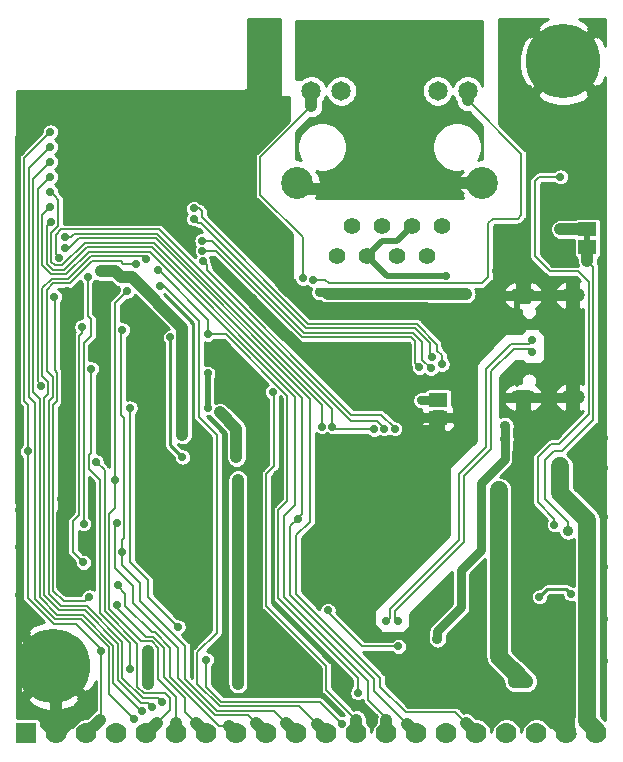
<source format=gbr>
%TF.GenerationSoftware,KiCad,Pcbnew,5.1.0-rc2-unknown-036be7d~80~ubuntu16.04.1*%
%TF.CreationDate,2024-05-15T09:47:00+03:00*%
%TF.ProjectId,ESP32-GATEWAY_Rev_H,45535033-322d-4474-9154-455741595f52,H*%
%TF.SameCoordinates,PX425f360PY7b4bf70*%
%TF.FileFunction,Copper,L2,Bot*%
%TF.FilePolarity,Positive*%
%FSLAX46Y46*%
G04 Gerber Fmt 4.6, Leading zero omitted, Abs format (unit mm)*
G04 Created by KiCad (PCBNEW 5.1.0-rc2-unknown-036be7d~80~ubuntu16.04.1) date 2024-05-15 09:47:00*
%MOMM*%
%LPD*%
G04 APERTURE LIST*
%ADD10R,0.400000X0.400000*%
%ADD11R,1.422400X1.422400*%
%ADD12O,2.200000X1.200000*%
%ADD13O,2.000000X1.300000*%
%ADD14C,1.300000*%
%ADD15C,2.000000*%
%ADD16R,1.600200X1.168400*%
%ADD17C,1.778000*%
%ADD18R,1.778000X1.778000*%
%ADD19C,1.200000*%
%ADD20C,6.300000*%
%ADD21C,1.410000*%
%ADD22C,1.650000*%
%ADD23C,2.700000*%
%ADD24C,0.900000*%
%ADD25C,0.700000*%
%ADD26C,0.800000*%
%ADD27C,0.750000*%
%ADD28C,0.508000*%
%ADD29C,1.016000*%
%ADD30C,0.203200*%
%ADD31C,0.762000*%
%ADD32C,0.406400*%
%ADD33C,1.778000*%
%ADD34C,1.524000*%
%ADD35C,0.254000*%
%ADD36C,1.270000*%
G04 APERTURE END LIST*
D10*
X31653000Y31742000D03*
X31653000Y30742000D03*
X30853000Y29942000D03*
X29853000Y29942000D03*
X29053000Y30742000D03*
X29053000Y31742000D03*
X29853000Y32542000D03*
X30853000Y32542000D03*
D11*
X30353000Y31242000D03*
D12*
X43325000Y38356000D03*
D13*
X47505000Y38356000D03*
X47505000Y29716000D03*
D12*
X43325000Y29716000D03*
D14*
X7614000Y45403000D03*
D15*
X9414000Y47203000D03*
D14*
X11214000Y45403000D03*
X7614000Y49003000D03*
X11214000Y49003000D03*
X9414000Y49003000D03*
X9414000Y45403000D03*
X7614000Y47203000D03*
X11214000Y47203000D03*
D16*
X48768000Y43942000D03*
X48768000Y42418000D03*
X48768000Y42418000D03*
D17*
X8890000Y1270000D03*
X6350000Y1270000D03*
X3810000Y1270000D03*
D18*
X1270000Y1270000D03*
D17*
X11430000Y1270000D03*
X13970000Y1270000D03*
X19050000Y1270000D03*
X16510000Y1270000D03*
X21590000Y1270000D03*
X24130000Y1270000D03*
X29210000Y1270000D03*
X26670000Y1270000D03*
X31750000Y1270000D03*
X34290000Y1270000D03*
X39370000Y1270000D03*
X36830000Y1270000D03*
X46990000Y1270000D03*
X49530000Y1270000D03*
X44450000Y1270000D03*
X41910000Y1270000D03*
D16*
X36131500Y29527500D03*
X36131500Y28003500D03*
X36131500Y28003500D03*
D19*
X1143000Y6985000D03*
X5969000Y6985000D03*
X5207000Y5334000D03*
X1905000Y5207000D03*
X5207000Y8636000D03*
X1905000Y8636000D03*
X3556000Y4572000D03*
X3556000Y9398000D03*
D20*
X3556000Y6985000D03*
D19*
X44323000Y58166000D03*
X49149000Y58166000D03*
X48387000Y56515000D03*
X45085000Y56388000D03*
X48387000Y59817000D03*
X45085000Y59817000D03*
X46736000Y55753000D03*
X46736000Y60579000D03*
D20*
X46736000Y58166000D03*
D21*
X36459000Y44227000D03*
X35189000Y41687000D03*
X33919000Y44227000D03*
X32649000Y41687000D03*
X31379000Y44227000D03*
X30109000Y41687000D03*
X28839000Y44227000D03*
X27569000Y41687000D03*
D22*
X27934000Y55675500D03*
X38614000Y55675500D03*
D23*
X39804000Y47877000D03*
X24204000Y47877000D03*
D22*
X25394000Y55675500D03*
X36074000Y55675500D03*
D24*
X46481994Y43942000D03*
X47117000Y18415000D03*
D25*
X635000Y20193000D03*
X635000Y17018000D03*
X635000Y12954000D03*
X50165000Y26289000D03*
X50165000Y23749000D03*
X50165000Y19558000D03*
X50165000Y15367000D03*
X50165000Y10922000D03*
X50165000Y7366000D03*
D24*
X44704000Y17526000D03*
X29210000Y24638000D03*
X43053000Y24511000D03*
X45974000Y11430000D03*
X20574000Y19304000D03*
X20574000Y18161000D03*
X13208000Y21844000D03*
X13208000Y20828000D03*
X20574000Y17145000D03*
X4699000Y34925000D03*
X4699000Y33655000D03*
X16129000Y53213000D03*
X13589000Y53213000D03*
X10795000Y53213000D03*
X7493000Y53213000D03*
X6223000Y45593000D03*
X5969000Y48006000D03*
X5969000Y51181000D03*
X5969000Y54991000D03*
X9144000Y54991000D03*
X9144000Y51181000D03*
X12319000Y51181000D03*
X12319000Y54991000D03*
X14859000Y54991000D03*
X14859000Y51181000D03*
X4699000Y38608000D03*
X17399000Y54737000D03*
X22098000Y61087000D03*
X22098000Y59817000D03*
X33528000Y27178000D03*
X36830000Y34163000D03*
X22098000Y54610000D03*
X23114000Y54610000D03*
X21971000Y41148000D03*
X36830000Y35179000D03*
X17780000Y31750000D03*
X22961600Y41148000D03*
X33528000Y28321000D03*
X3556000Y54737000D03*
X7493000Y38862000D03*
X8572500Y38862561D03*
X4699000Y13335000D03*
X4317946Y19812000D03*
X4572000Y27050848D03*
X13208000Y16002000D03*
X13208000Y14986000D03*
X13208000Y13970000D03*
D25*
X36322004Y27051000D03*
X35433000Y27051000D03*
X34544000Y27051000D03*
X33528000Y33401000D03*
X32765988Y33909000D03*
X20447000Y42672000D03*
X45212000Y36068000D03*
D24*
X39751000Y38481000D03*
X41148000Y40386000D03*
X41275000Y43688000D03*
X43307000Y43688000D03*
X45339000Y42418000D03*
X49784000Y45212000D03*
X45339000Y47498000D03*
X44831000Y49784000D03*
X45085000Y52451000D03*
X45720000Y54102000D03*
X24384000Y5461000D03*
X23114000Y5461000D03*
X21844000Y5461000D03*
X20574000Y5461000D03*
X25654000Y5461000D03*
X24892000Y6731000D03*
X16637000Y11176000D03*
X43561000Y54356000D03*
X41656000Y54991000D03*
X41656000Y56896000D03*
X41656000Y58801000D03*
X47117000Y52451000D03*
X46609000Y50546000D03*
D25*
X11430000Y34798000D03*
X12446010Y34798000D03*
D24*
X7493000Y54991000D03*
X10795000Y54991000D03*
X13589000Y54991000D03*
X9144000Y53213000D03*
X5969000Y53213000D03*
X12319000Y53213000D03*
X14859000Y53213000D03*
X16129000Y54991000D03*
X4572000Y54991000D03*
X7493000Y51181000D03*
X10795000Y51181000D03*
X13589000Y51181000D03*
X20574000Y61087000D03*
X20574000Y59817000D03*
X20574000Y57277000D03*
X20574000Y58547000D03*
X20574000Y56007000D03*
X12446000Y26797000D03*
X11303000Y26797000D03*
X29591000Y37211000D03*
D26*
X33147000Y36830000D03*
D24*
X25654000Y37211000D03*
X23241000Y35052000D03*
D25*
X21336000Y36703000D03*
X20447000Y38100000D03*
D24*
X7620000Y26924000D03*
X7620000Y27940000D03*
X4572000Y28067000D03*
X4317946Y21082000D03*
X37846000Y9652000D03*
X39370000Y14605000D03*
X45974000Y10287000D03*
X45974000Y12573000D03*
X43180000Y15240000D03*
X44831000Y10287000D03*
X43688000Y10287000D03*
X43180000Y17526000D03*
X43180000Y16383000D03*
X28575000Y11811000D03*
X21336000Y25527000D03*
X21336000Y24384000D03*
X25019000Y17399000D03*
X25019000Y16256000D03*
X25019000Y15113000D03*
X22606000Y23114000D03*
X26162000Y23114000D03*
X36703000Y22860000D03*
X28575000Y14478000D03*
X31750000Y15367000D03*
X34290000Y16383000D03*
X43180000Y13716000D03*
X27813000Y5715000D03*
X29845000Y18034000D03*
X26670000Y18415000D03*
X32893000Y17907000D03*
X35814000Y17907000D03*
X28194000Y16764000D03*
X43561000Y51308000D03*
X47371000Y35687000D03*
X46355000Y31750000D03*
D25*
X50038000Y31369000D03*
X50038000Y35560000D03*
X50038000Y39370000D03*
D24*
X44069000Y3810000D03*
X35560000Y5334000D03*
X31877000Y13462000D03*
X22987000Y6604000D03*
X20955000Y6858000D03*
X32385000Y6985000D03*
X38100000Y6477000D03*
X4953000Y15748000D03*
X20574000Y15240000D03*
X19177000Y22733000D03*
X19177000Y21717000D03*
X14478000Y26543000D03*
D25*
X14478000Y32258000D03*
D24*
X11557000Y5461000D03*
X7556500Y40386000D03*
X19177000Y14732000D03*
X11549229Y8255000D03*
X19177000Y5461000D03*
X41275000Y20701000D03*
X41275000Y21844000D03*
X42545000Y6858000D03*
X42545000Y5588000D03*
X43688000Y5588000D03*
D25*
X34671012Y29464000D03*
X3302000Y52197000D03*
X1377086Y25146000D03*
X7620000Y8255000D03*
X47371000Y13081000D03*
X44704000Y12827000D03*
X36830000Y40005000D03*
D24*
X33909000Y38481000D03*
X38481000Y38481000D03*
D27*
X26035000Y38608000D03*
D25*
X29591000Y38481000D03*
X25563530Y39648798D03*
X24670301Y39782179D03*
D24*
X33909000Y60706000D03*
X37084000Y60706000D03*
X30099000Y60706000D03*
X26924000Y60706000D03*
X28194000Y58801000D03*
X25654000Y58801000D03*
X35814000Y58801000D03*
X38354000Y58801000D03*
X33909000Y56896000D03*
X30099000Y56896000D03*
X27559000Y53721000D03*
X30099000Y53086000D03*
X33909000Y53086000D03*
X36449000Y53721000D03*
X32004000Y51181000D03*
X32004000Y54991000D03*
X32004000Y58801000D03*
X30099000Y49276000D03*
X33909000Y49276000D03*
X35814000Y47371000D03*
X28194000Y47371000D03*
X32004000Y47371000D03*
X41783000Y26162000D03*
X41783000Y27305000D03*
X36068000Y9271000D03*
D25*
X32766000Y8636000D03*
X26797000Y11684000D03*
X10033000Y28829000D03*
X14097000Y10287000D03*
X3302000Y47117000D03*
D24*
X46482000Y21590000D03*
X46482000Y22733000D03*
X46482000Y23876000D03*
D25*
X12552555Y39118751D03*
X3302000Y49657000D03*
X11012563Y3166875D03*
X3302000Y50927000D03*
X10414000Y2447997D03*
X3302000Y45847000D03*
D24*
X17653000Y28448000D03*
X19050000Y24638000D03*
D25*
X16637000Y28828980D03*
X16637000Y31750000D03*
X3302000Y48387000D03*
X2483663Y30647957D03*
X27952670Y2101081D03*
X6750831Y32131000D03*
X10033000Y6731000D03*
X16510000Y7493000D03*
X12405455Y40458029D03*
X16637000Y35052000D03*
X29337000Y4699000D03*
X10541000Y41021000D03*
X12706865Y3937000D03*
X14456273Y24660848D03*
X7171885Y24251410D03*
X13442190Y34798000D03*
X9797926Y38730812D03*
X8763000Y22733000D03*
X11430000Y41403122D03*
X11861800Y3505200D03*
X4508500Y42354496D03*
X26288996Y27241500D03*
X4504664Y43293219D03*
X27178000Y27241500D03*
X30696412Y26998485D03*
X4064000Y41529010D03*
X31570595Y27078220D03*
X16188289Y41232382D03*
X32447985Y27051000D03*
X6101606Y19009068D03*
X8895565Y19054695D03*
X6460201Y39924701D03*
X9398000Y35433000D03*
X9397992Y16637000D03*
X3626686Y38227000D03*
X8912767Y12174910D03*
X6604000Y12827000D03*
X5969000Y35687000D03*
X9017000Y13843000D03*
X6096000Y15748000D03*
X3321863Y44553012D03*
X46482000Y48387000D03*
X45974000Y18923000D03*
X24257000Y19431000D03*
X35565367Y33098483D03*
X15431114Y44831000D03*
X16154053Y42109526D03*
X34543439Y32257439D03*
X16120035Y42986679D03*
X35518546Y32172454D03*
X15422726Y45712734D03*
X36449000Y32512000D03*
X22117803Y30172622D03*
X32766000Y10795000D03*
X44069000Y33528000D03*
X31750000Y10795000D03*
X44069000Y34544000D03*
D28*
X48768000Y43942000D02*
X48768000Y42418000D01*
D29*
X48768000Y43942000D02*
X46481994Y43942000D01*
X48768000Y42418000D02*
X48768000Y41275000D01*
D30*
X47117000Y19177000D02*
X47117000Y18415000D01*
X45212000Y21082000D02*
X47117000Y19177000D01*
X45212000Y24384000D02*
X45212000Y21082000D01*
X45974000Y25146000D02*
X45212000Y24384000D01*
X48768000Y41275000D02*
X49276000Y40767000D01*
X49276000Y40767000D02*
X49276000Y27813000D01*
X49276000Y27813000D02*
X46609000Y25146000D01*
X46609000Y25146000D02*
X45974000Y25146000D01*
D28*
X50165000Y7366000D02*
X50165000Y3175000D01*
X50165000Y15367000D02*
X50165000Y19558000D01*
X50165000Y10922000D02*
X50165000Y15367000D01*
X50165000Y7366000D02*
X50165000Y10922000D01*
X11811000Y23241000D02*
X13208000Y21844000D01*
D31*
X13208000Y21844000D02*
X13208000Y20828000D01*
D28*
X635000Y20193000D02*
X635000Y17018000D01*
X635000Y17018000D02*
X635000Y12954000D01*
X635000Y12954000D02*
X635000Y3175000D01*
D29*
X16383000Y53213000D02*
X13589000Y53213000D01*
X10795000Y53213000D02*
X7493000Y53213000D01*
X5969000Y48006000D02*
X5969000Y51181000D01*
X5969000Y54991000D02*
X9144000Y54991000D01*
X9144000Y51181000D02*
X12319000Y51181000D01*
X12319000Y54991000D02*
X14859000Y54991000D01*
X21463000Y59817000D02*
X21463000Y61087000D01*
X20574000Y19304000D02*
X20574000Y18161000D01*
X20574000Y18161000D02*
X20574000Y17145000D01*
X14859000Y51181000D02*
X14859000Y51114000D01*
X14859000Y51114000D02*
X13047200Y49302200D01*
D28*
X37973000Y31623000D02*
X38227000Y31623000D01*
X38227000Y31623000D02*
X38608000Y31750000D01*
X38608000Y31750000D02*
X38227000Y31623000D01*
D32*
X38227000Y28067000D02*
X37592000Y28067000D01*
X37592000Y28067000D02*
X38227000Y28067000D01*
D29*
X23114000Y54610000D02*
X22098000Y54610000D01*
D33*
X38227000Y28067000D02*
X38227000Y29718000D01*
X38227000Y29718000D02*
X38227000Y31623000D01*
D28*
X11811000Y23241000D02*
X11811000Y32258000D01*
X11811000Y32258000D02*
X11811000Y32639000D01*
D29*
X3810000Y4318000D02*
X3556000Y4572000D01*
X3810000Y1270000D02*
X3810000Y4318000D01*
D34*
X46990000Y1270000D02*
X46990000Y3429000D01*
D32*
X36562974Y27876504D02*
X36068000Y27876504D01*
X38036504Y27876504D02*
X36562974Y27876504D01*
D28*
X3106001Y54287001D02*
X3556000Y54737000D01*
X635000Y20193000D02*
X635000Y20687974D01*
X635000Y20687974D02*
X558810Y20764164D01*
X558810Y20764164D02*
X558810Y51739810D01*
X558810Y51739810D02*
X3106001Y54287001D01*
D33*
X38227000Y33782000D02*
X36830000Y35179000D01*
X38227000Y31623000D02*
X38227000Y33782000D01*
D29*
X4699000Y27177848D02*
X4572000Y27050848D01*
X4767945Y20261999D02*
X4767945Y26854903D01*
X4767945Y26854903D02*
X4572000Y27050848D01*
X4699000Y33655000D02*
X4699000Y27177848D01*
X4317946Y19812000D02*
X4767945Y20261999D01*
X13208000Y13970000D02*
X13208000Y21844000D01*
D31*
X36322004Y27812996D02*
X36131500Y28003500D01*
X36322004Y27051000D02*
X36322004Y27812996D01*
X36322004Y27051000D02*
X34544000Y27051000D01*
X36131500Y27749500D02*
X35433000Y27051000D01*
X36131500Y28003500D02*
X36131500Y27749500D01*
X38163500Y28003500D02*
X38227000Y28067000D01*
X36131500Y28003500D02*
X38163500Y28003500D01*
D34*
X33528000Y28321000D02*
X34036000Y27813000D01*
D35*
X33528000Y33401000D02*
X33020000Y33909000D01*
X33020000Y33909000D02*
X32765988Y33909000D01*
D34*
X21971000Y41148000D02*
X22961600Y41148000D01*
D36*
X22987000Y41148000D02*
X22961600Y41148000D01*
X22961600Y40157400D02*
X22961600Y39484986D01*
X21971000Y41148000D02*
X22961600Y40157400D01*
D34*
X22961600Y39585900D02*
X22961600Y41148000D01*
X23622000Y38925500D02*
X22961600Y39585900D01*
X30480000Y31242000D02*
X30353000Y31242000D01*
X33528000Y28321000D02*
X30607000Y31242000D01*
X30607000Y31242000D02*
X30480000Y31242000D01*
D29*
X4317946Y13716054D02*
X4317946Y19812000D01*
X4699000Y13335000D02*
X4317946Y13716054D01*
D28*
X11811000Y32639000D02*
X11430000Y33020000D01*
X11430000Y33020000D02*
X11430000Y34303026D01*
X11430000Y34303026D02*
X11430000Y34798000D01*
X11430000Y34798000D02*
X12446010Y34798000D01*
D33*
X13371001Y47390801D02*
X13047200Y47067000D01*
X21971000Y41784396D02*
X16364595Y47390801D01*
X16364595Y47390801D02*
X13371001Y47390801D01*
X21971000Y41148000D02*
X21971000Y41784396D01*
D34*
X25336500Y37211000D02*
X23062514Y39484986D01*
X25654000Y37211000D02*
X25844500Y37020500D01*
X25654000Y37211000D02*
X25336500Y37211000D01*
X25844500Y37020500D02*
X34988500Y37020500D01*
X34988500Y37020500D02*
X36830000Y35179000D01*
D29*
X23241000Y34925000D02*
X20574000Y37592000D01*
X23368000Y34925000D02*
X23241000Y34925000D01*
X23368000Y34925000D02*
X23415958Y34925000D01*
X23415958Y34925000D02*
X27098958Y31242000D01*
X27098958Y31242000D02*
X30353000Y31242000D01*
D28*
X20447000Y37719000D02*
X20447000Y38100000D01*
X20574000Y37592000D02*
X20447000Y37719000D01*
D29*
X43180000Y17526000D02*
X44704000Y17526000D01*
X25019000Y16256000D02*
X25019000Y17399000D01*
X25019000Y15113000D02*
X25019000Y16256000D01*
D31*
X33528000Y24638000D02*
X34036000Y24130000D01*
X29210000Y24638000D02*
X33528000Y24638000D01*
D34*
X34036000Y27813000D02*
X34036000Y24130000D01*
D29*
X18288016Y31750000D02*
X17780000Y31750000D01*
X20574000Y19304000D02*
X20574000Y23622000D01*
X20574000Y23622000D02*
X21336000Y24384000D01*
X21336000Y24384000D02*
X21336000Y28702016D01*
X21336000Y28702016D02*
X18288016Y31750000D01*
D31*
X26162000Y23114000D02*
X27686000Y24638000D01*
X27686000Y24638000D02*
X29210000Y24638000D01*
D29*
X29210000Y21590000D02*
X29210000Y24638000D01*
X25019000Y17399000D02*
X29210000Y21590000D01*
X46990000Y4445000D02*
X46990000Y3429000D01*
X46990000Y8128000D02*
X46990000Y4445000D01*
X44831000Y10287000D02*
X46990000Y8128000D01*
D28*
X43325000Y38356000D02*
X42799000Y37830000D01*
X42799000Y37830000D02*
X42799000Y36957000D01*
D34*
X43172825Y25011825D02*
X44450000Y26289000D01*
X43172825Y13723175D02*
X43172825Y25011825D01*
X43180000Y13716000D02*
X43172825Y13723175D01*
X44450000Y26289000D02*
X44450000Y27686000D01*
D29*
X39370000Y11176000D02*
X39370000Y14605000D01*
X37846000Y9652000D02*
X39370000Y11176000D01*
D34*
X34036000Y19050000D02*
X32893000Y17907000D01*
X34036000Y24130000D02*
X34036000Y19050000D01*
D29*
X22987000Y6604000D02*
X22987000Y8636000D01*
X20574000Y11049000D02*
X20574000Y17145000D01*
X22987000Y8636000D02*
X20574000Y11049000D01*
X19177000Y22733000D02*
X19177000Y21717000D01*
D28*
X11557002Y8000998D02*
X11557000Y8001000D01*
D29*
X11557000Y8247229D02*
X11549229Y8255000D01*
X11557000Y5461000D02*
X11557000Y8247229D01*
X19177000Y21717000D02*
X19177000Y5461000D01*
X14478000Y32258000D02*
X14478000Y26543000D01*
X43688000Y5715000D02*
X42545000Y6858000D01*
X43688000Y5588000D02*
X43688000Y5715000D01*
X42545000Y6858000D02*
X42545000Y5588000D01*
X42545000Y5588000D02*
X43688000Y5588000D01*
X42545000Y6477000D02*
X42545000Y6223000D01*
D34*
X41275000Y7747000D02*
X42545000Y6477000D01*
X41275000Y21844000D02*
X41275000Y7747000D01*
D29*
X8763000Y40386000D02*
X7556500Y40386000D01*
X14478000Y32258000D02*
X14478000Y35623500D01*
X14478000Y35623500D02*
X10223500Y39878000D01*
X9271000Y39878000D02*
X8763000Y40386000D01*
X10223500Y39878000D02*
X9271000Y39878000D01*
D31*
X36068000Y29464000D02*
X35165986Y29464000D01*
X35165986Y29464000D02*
X34671012Y29464000D01*
D29*
X36131500Y29527500D02*
X36068000Y29464000D01*
X6350000Y1270000D02*
X7493000Y2413000D01*
D30*
X7620000Y2540000D02*
X7620000Y8255000D01*
X7493000Y2413000D02*
X7620000Y2540000D01*
X1377086Y29102914D02*
X1377086Y25146000D01*
X1092221Y29387779D02*
X1377086Y29102914D01*
X1092221Y49987221D02*
X1092221Y29387779D01*
X3302000Y52197000D02*
X1092221Y49987221D01*
X1377086Y12723594D02*
X1377086Y24651026D01*
X7620000Y8255000D02*
X7620000Y8382000D01*
X7620000Y8382000D02*
X5461000Y10541000D01*
X5461000Y10541000D02*
X3559680Y10541000D01*
X1377086Y24651026D02*
X1377086Y25146000D01*
X3559680Y10541000D02*
X1377086Y12723594D01*
D35*
X46990000Y13462000D02*
X47371000Y13081000D01*
X45339000Y13462000D02*
X46990000Y13462000D01*
X44704000Y12827000D02*
X45339000Y13462000D01*
D28*
X30109000Y41687000D02*
X31791000Y40005000D01*
X31791000Y40005000D02*
X36830000Y40005000D01*
X33919000Y44227000D02*
X32618000Y42926000D01*
X32618000Y42926000D02*
X31348000Y42926000D01*
X31348000Y42926000D02*
X30109000Y41687000D01*
D29*
X26797000Y38481000D02*
X26924000Y38481000D01*
X33909000Y38481000D02*
X38481000Y38481000D01*
D31*
X26035000Y38608000D02*
X26670000Y38608000D01*
X26670000Y38608000D02*
X26797000Y38481000D01*
D29*
X29591000Y38481000D02*
X26797000Y38481000D01*
X33272604Y38481000D02*
X33909000Y38481000D01*
X29591000Y38481000D02*
X33272604Y38481000D01*
X38614000Y55675500D02*
X38614000Y54858000D01*
D30*
X42862500Y44831000D02*
X43180000Y45148500D01*
X40767000Y44831000D02*
X42862500Y44831000D01*
X40386000Y44450000D02*
X40767000Y44831000D01*
X43180000Y45148500D02*
X43180000Y50292000D01*
X40386000Y39941500D02*
X40386000Y44450000D01*
X43180000Y50292000D02*
X38614000Y54858000D01*
X26563164Y39648798D02*
X26841962Y39370000D01*
X25563530Y39648798D02*
X26563164Y39648798D01*
X39814500Y39370000D02*
X40386000Y39941500D01*
X26841962Y39370000D02*
X39814500Y39370000D01*
D29*
X25394000Y54350000D02*
X25394000Y55675500D01*
D30*
X21082000Y46863000D02*
X24670301Y43274699D01*
X24670301Y43274699D02*
X24670301Y40277153D01*
X24670301Y40277153D02*
X24670301Y39782179D01*
X21082000Y50038000D02*
X21082000Y46863000D01*
X25394000Y54350000D02*
X21082000Y50038000D01*
D29*
X24204000Y47877000D02*
X24710000Y47371000D01*
X24710000Y47371000D02*
X28194000Y47371000D01*
X32004000Y58801000D02*
X33909000Y60706000D01*
X33909000Y60706000D02*
X37084000Y60706000D01*
X30099000Y60706000D02*
X26924000Y60706000D01*
X28194000Y58801000D02*
X25654000Y58801000D01*
X35814000Y58801000D02*
X38354000Y58801000D01*
X33909000Y56896000D02*
X33909000Y53086000D01*
X30099000Y56896000D02*
X30099000Y53086000D01*
X30099000Y53086000D02*
X33909000Y53086000D01*
X32004000Y51181000D02*
X32004000Y54991000D01*
X30099000Y49276000D02*
X33909000Y49276000D01*
X28194000Y47371000D02*
X32004000Y47371000D01*
X39804000Y47877000D02*
X36832000Y47877000D01*
D31*
X41783000Y26162000D02*
X41783000Y27305000D01*
X41783000Y24511000D02*
X41783000Y26162000D01*
X39751000Y22479000D02*
X41783000Y24511000D01*
X36068000Y9271000D02*
X36068000Y9906000D01*
X39751000Y16764000D02*
X39751000Y22479000D01*
X36068000Y9906000D02*
X38100000Y11938000D01*
X38100000Y11938000D02*
X38100000Y15113000D01*
X38100000Y15113000D02*
X39751000Y16764000D01*
D30*
X32766000Y8636000D02*
X29718000Y8636000D01*
X29718000Y8636000D02*
X26797000Y11557000D01*
X26797000Y11557000D02*
X26797000Y11684000D01*
X10033000Y15748000D02*
X10033000Y28829000D01*
X11557000Y14224000D02*
X10033000Y15748000D01*
X11557000Y12827000D02*
X11557000Y14224000D01*
X14097000Y10287000D02*
X11557000Y12827000D01*
D29*
X39370000Y1270000D02*
X38481000Y2159000D01*
D30*
X4317967Y40894031D02*
X3682969Y40894031D01*
X3378287Y43647131D02*
X3951264Y44220108D01*
X3951264Y46467736D02*
X3651999Y46767001D01*
X4317998Y40894000D02*
X4317967Y40894031D01*
X3682969Y40894031D02*
X3378287Y41198713D01*
X3951264Y44220108D02*
X3951264Y46467736D01*
X3651999Y46767001D02*
X3302000Y47117000D01*
X3378287Y41198713D02*
X3378287Y43647131D01*
X4319840Y40894000D02*
X4318000Y40894000D01*
X33401000Y3048000D02*
X31242000Y5207000D01*
X24130000Y18034000D02*
X25273000Y19177000D01*
X25273000Y19177000D02*
X25273000Y29570694D01*
X6224884Y42799044D02*
X4319840Y40894000D01*
X31242000Y5969000D02*
X24130000Y13081000D01*
X37592000Y3048000D02*
X33401000Y3048000D01*
X38481000Y2159000D02*
X37592000Y3048000D01*
X12044650Y42799044D02*
X6224884Y42799044D01*
X24130000Y13081000D02*
X24130000Y18034000D01*
X31242000Y5207000D02*
X31242000Y5969000D01*
X25273000Y29570694D02*
X12044650Y42799044D01*
D34*
X46482000Y22733000D02*
X46482000Y21590000D01*
X46482000Y23876000D02*
X46482000Y22733000D01*
X48768000Y19304000D02*
X46482000Y21590000D01*
X48768000Y2286000D02*
X48768000Y19304000D01*
X49530000Y1524000D02*
X48768000Y2286000D01*
X49530000Y1270000D02*
X49530000Y1524000D01*
D29*
X26670000Y1270000D02*
X25908000Y2032000D01*
D30*
X12951249Y39118751D02*
X12552555Y39118751D01*
X15878588Y36191412D02*
X12951249Y39118751D01*
X15878588Y28063412D02*
X15878588Y36191412D01*
X17399000Y26543000D02*
X15878588Y28063412D01*
X17399000Y9779000D02*
X17399000Y26543000D01*
X15748000Y8128000D02*
X17399000Y9779000D01*
X25908000Y2032000D02*
X24384000Y3556000D01*
X24384000Y3556000D02*
X17622170Y3556000D01*
X17622170Y3556000D02*
X15748000Y5430170D01*
X15748000Y5430170D02*
X15748000Y8128000D01*
X10662564Y3516874D02*
X11012563Y3166875D01*
X8636011Y5543427D02*
X10662564Y3516874D01*
X8636011Y8705009D02*
X8636011Y5543427D01*
X3875318Y11303022D02*
X6037998Y11303022D01*
X6037998Y11303022D02*
X8636011Y8705009D01*
X3302000Y49657000D02*
X1854243Y48209243D01*
X1854243Y48209243D02*
X1854243Y30149757D01*
X1854243Y30149757D02*
X2387507Y29616493D01*
X2387507Y12790833D02*
X3875318Y11303022D01*
X2387507Y29616493D02*
X2387507Y12790833D01*
X10064001Y2797996D02*
X10414000Y2447997D01*
X5880179Y10922011D02*
X8255000Y8547190D01*
X8255000Y8547190D02*
X8255000Y4606997D01*
X3717499Y10922011D02*
X5880179Y10922011D01*
X3302000Y50927000D02*
X1473232Y49098232D01*
X1473232Y49098232D02*
X1473232Y29768768D01*
X8255000Y4606997D02*
X10064001Y2797996D01*
X2006496Y12633014D02*
X3717499Y10922011D01*
X1473232Y29768768D02*
X2006496Y29235504D01*
X2006496Y29235504D02*
X2006496Y12633014D01*
D29*
X31750000Y1270000D02*
X31750000Y2413000D01*
D30*
X2952001Y45497001D02*
X3302000Y45847000D01*
X2616265Y45161265D02*
X2952001Y45497001D01*
X2616265Y40883075D02*
X2616265Y45161265D01*
X30226000Y5715000D02*
X23114000Y12827000D01*
X30226000Y4064000D02*
X30226000Y5715000D01*
X3367360Y40131980D02*
X2616265Y40883075D01*
X31750000Y2540000D02*
X30226000Y4064000D01*
X4637320Y40131980D02*
X3367360Y40131980D01*
X31750000Y2413000D02*
X31750000Y2540000D01*
X6542362Y42037022D02*
X4637320Y40131980D01*
X11729012Y42037022D02*
X6542362Y42037022D01*
X23114000Y12827000D02*
X23114000Y19685000D01*
X23114000Y19685000D02*
X24003000Y20574000D01*
X24003000Y20574000D02*
X24003000Y29763034D01*
X24003000Y29763034D02*
X11729012Y42037022D01*
D29*
X19050000Y27051000D02*
X19050000Y24638000D01*
X17653000Y28448000D02*
X19050000Y27051000D01*
D28*
X16637000Y28828980D02*
X16637000Y31750000D01*
D30*
X26116751Y3937000D02*
X27952670Y2101081D01*
X16510000Y5207000D02*
X17780000Y3937000D01*
X17780000Y3937000D02*
X26116751Y3937000D01*
X16510000Y7493000D02*
X16510000Y5207000D01*
X2362200Y30769420D02*
X2483663Y30647957D01*
X2235254Y31064146D02*
X2362200Y30937200D01*
X2362200Y30937200D02*
X2362200Y30769420D01*
X3302000Y48387000D02*
X2235254Y47320254D01*
X2235254Y47320254D02*
X2235254Y31064146D01*
X10033000Y8924510D02*
X10033000Y7225974D01*
X7504133Y11453377D02*
X10033000Y8924510D01*
X7504133Y22721867D02*
X7504133Y11453377D01*
X6750831Y32131000D02*
X6750831Y25038831D01*
X10033000Y7225974D02*
X10033000Y6731000D01*
X6750831Y25038831D02*
X6542483Y24830483D01*
X6542483Y24830483D02*
X6542483Y23683517D01*
X6542483Y23683517D02*
X7504133Y22721867D01*
X12500971Y40458029D02*
X12405455Y40458029D01*
X16668562Y36290438D02*
X12500971Y40458029D01*
X16668562Y35083562D02*
X16668562Y36290438D01*
X16637000Y35052000D02*
X16668562Y35083562D01*
X18169927Y35052000D02*
X16637000Y35052000D01*
X23368000Y20955000D02*
X23368000Y29853927D01*
X29337000Y4699000D02*
X29337000Y5969000D01*
X23368000Y29853927D02*
X18169927Y35052000D01*
X29337000Y5969000D02*
X22606000Y12700000D01*
X22606000Y12700000D02*
X22606000Y20193000D01*
X22606000Y20193000D02*
X23368000Y20955000D01*
X11123360Y4241800D02*
X12402065Y4241800D01*
X12402065Y4241800D02*
X12706865Y3937000D01*
X9398033Y9020647D02*
X9398033Y5967127D01*
X4190956Y12065044D02*
X6353636Y12065044D01*
X3149529Y13106471D02*
X4190956Y12065044D01*
X3149529Y29438529D02*
X3149529Y13106471D01*
X9238501Y41243999D02*
X6826999Y41243999D01*
X9461500Y41021000D02*
X9238501Y41243999D01*
X10541000Y41021000D02*
X9461500Y41021000D01*
X6826999Y41243999D02*
X4952958Y39369958D01*
X4952958Y39369958D02*
X3556043Y39369958D01*
X3494075Y29783075D02*
X3149529Y29438529D01*
X3556043Y39369958D02*
X2997276Y38811191D01*
X9398033Y5967127D02*
X11123360Y4241800D01*
X6353636Y12065044D02*
X9398033Y9020647D01*
X2997276Y38811191D02*
X2997276Y31927724D01*
X2997276Y31927724D02*
X3494075Y31430925D01*
X3494075Y31430925D02*
X3494075Y29783075D01*
D29*
X11430000Y1270000D02*
X12319000Y2159000D01*
D35*
X13442190Y25674931D02*
X13442190Y34798000D01*
X14456273Y24660848D02*
X13442190Y25674931D01*
D30*
X10668000Y8828340D02*
X7885144Y11611196D01*
X7885144Y11611196D02*
X7885144Y23538151D01*
X10668000Y5235990D02*
X10668000Y8828340D01*
X11255790Y4648200D02*
X10668000Y5235990D01*
X7885144Y23538151D02*
X7171885Y24251410D01*
X12319000Y2159000D02*
X13399129Y3239129D01*
X13399129Y3239129D02*
X13399129Y4224881D01*
X13399129Y4224881D02*
X12975810Y4648200D01*
X12975810Y4648200D02*
X11255790Y4648200D01*
D29*
X13970000Y1270000D02*
X13970000Y2159000D01*
D30*
X8763000Y23227974D02*
X8763000Y22733000D01*
X9797926Y38730812D02*
X8763000Y37695886D01*
X8763000Y37695886D02*
X8763000Y23227974D01*
X12446000Y5867400D02*
X13970000Y4343400D01*
X12446000Y8471796D02*
X12446000Y5867400D01*
X11857781Y9060015D02*
X12446000Y8471796D01*
X13970000Y4343400D02*
X13970000Y2159000D01*
X10975155Y9060015D02*
X11857781Y9060015D01*
X8763000Y22733000D02*
X8763000Y20320000D01*
X8266155Y11769015D02*
X10975155Y9060015D01*
X8763000Y20320000D02*
X8266155Y19823155D01*
X8266155Y19823155D02*
X8266155Y11769015D01*
X11531600Y3835400D02*
X11861800Y3505200D01*
X10990930Y3835400D02*
X11531600Y3835400D01*
X2768518Y12948652D02*
X4033137Y11684033D01*
X4795139Y39750969D02*
X3398224Y39750969D01*
X3113064Y31049936D02*
X3113064Y30037064D01*
X6700181Y41656011D02*
X4795139Y39750969D01*
X11177111Y41656011D02*
X6700181Y41656011D01*
X11430000Y41403122D02*
X11177111Y41656011D01*
X3398224Y39750969D02*
X2616265Y38969010D01*
X2616265Y31546735D02*
X3113064Y31049936D01*
X9017022Y5809308D02*
X10990930Y3835400D01*
X9017022Y8862828D02*
X9017022Y5809308D01*
X6195817Y11684033D02*
X9017022Y8862828D01*
X4033137Y11684033D02*
X6195817Y11684033D01*
X2616265Y38969010D02*
X2616265Y31546735D01*
X2768518Y29692518D02*
X2768518Y12948652D01*
X3113064Y30037064D02*
X2768518Y29692518D01*
X26288996Y27736474D02*
X26288996Y27241500D01*
X26288996Y29093528D02*
X26288996Y27736474D01*
X4508500Y42354496D02*
X4889496Y42354496D01*
X4889496Y42354496D02*
X5715055Y43180055D01*
X12202469Y43180055D02*
X26288996Y29093528D01*
X5715055Y43180055D02*
X12202469Y43180055D01*
X27178000Y27241500D02*
X27178000Y28003500D01*
X27178000Y28743354D02*
X27178000Y28003500D01*
X12360288Y43561066D02*
X27178000Y28743354D01*
X4504664Y43293219D02*
X4518445Y43307000D01*
X4518445Y43307000D02*
X5080000Y43307000D01*
X5334066Y43561066D02*
X12360288Y43561066D01*
X5080000Y43307000D02*
X5334066Y43561066D01*
X30643897Y27051000D02*
X30696412Y26998485D01*
X27368500Y27051000D02*
X30643897Y27051000D01*
X27178000Y27241500D02*
X27368500Y27051000D01*
X31220596Y27428219D02*
X31570595Y27078220D01*
X30962815Y27686000D02*
X31220596Y27428219D01*
X28774184Y27686000D02*
X30962815Y27686000D01*
X12518107Y43942077D02*
X28774184Y27686000D01*
X4064000Y41529010D02*
X3759298Y41833712D01*
X3759298Y41833712D02*
X3759298Y43489312D01*
X3759298Y43489312D02*
X4212063Y43942077D01*
X4212063Y43942077D02*
X12518107Y43942077D01*
X32447985Y27115015D02*
X32447985Y27051000D01*
X31305500Y28257500D02*
X32447985Y27115015D01*
X28765500Y28257500D02*
X31305500Y28257500D01*
X16538288Y40484712D02*
X28765500Y28257500D01*
X16188289Y41232382D02*
X16538288Y40882383D01*
X16538288Y40882383D02*
X16538288Y40484712D01*
D29*
X21590000Y1270000D02*
X20701000Y2159000D01*
D30*
X8768590Y18927720D02*
X8895565Y19054695D01*
X8768590Y15234410D02*
X8768590Y18927720D01*
X20701000Y2159000D02*
X20066011Y2793989D01*
X14097000Y5938170D02*
X14097000Y8509000D01*
X10287000Y12319000D02*
X10287000Y13716000D01*
X14097000Y8509000D02*
X10287000Y12319000D01*
X20066011Y2793989D02*
X17241181Y2793989D01*
X10287000Y13716000D02*
X8768590Y15234410D01*
X17241181Y2793989D02*
X14097000Y5938170D01*
X6460201Y36592799D02*
X6460201Y39924701D01*
X6101606Y19009068D02*
X6121421Y19028883D01*
X6121421Y19028883D02*
X6121421Y34315421D01*
X6121421Y34315421D02*
X6731000Y34925000D01*
X6731000Y36322000D02*
X6460201Y36592799D01*
X6731000Y34925000D02*
X6731000Y36322000D01*
D29*
X24130000Y1270000D02*
X23241000Y2159000D01*
D30*
X9397992Y17652992D02*
X9397992Y16637000D01*
X9525000Y17780000D02*
X9397992Y17652992D01*
X9398000Y35433000D02*
X9271000Y35306000D01*
X9271000Y35306000D02*
X9271000Y28194000D01*
X9271000Y28194000D02*
X9525000Y27940000D01*
X9525000Y27940000D02*
X9525000Y17780000D01*
X22225000Y3175000D02*
X23241000Y2159000D01*
X17399000Y3175000D02*
X22225000Y3175000D01*
X14732000Y5842000D02*
X17399000Y3175000D01*
X14732000Y8636000D02*
X14732000Y5842000D01*
X9397992Y16637000D02*
X9397992Y15494008D01*
X9397992Y15494008D02*
X10922000Y13970000D01*
X10922000Y13970000D02*
X10922000Y12446000D01*
X10922000Y12446000D02*
X14732000Y8636000D01*
D29*
X16510000Y1270000D02*
X15621000Y2159000D01*
D30*
X6254001Y12477001D02*
X6604000Y12827000D01*
X4413999Y12477001D02*
X6254001Y12477001D01*
X3530540Y13360460D02*
X4413999Y12477001D01*
X3530540Y29057540D02*
X3530540Y13360460D01*
X3875086Y29402086D02*
X3530540Y29057540D01*
X3626686Y38227000D02*
X3683000Y38170686D01*
X3683000Y38170686D02*
X3683000Y32004000D01*
X3683000Y32004000D02*
X3875086Y31811914D01*
X3875086Y31811914D02*
X3875086Y29402086D01*
X8912767Y11915233D02*
X8912767Y12174910D01*
X11366500Y9461500D02*
X8912767Y11915233D01*
X11995126Y9461500D02*
X11366500Y9461500D01*
X12954000Y8502626D02*
X11995126Y9461500D01*
X15621000Y2159000D02*
X14732000Y3048000D01*
X14732000Y3048000D02*
X14732000Y4225510D01*
X14732000Y4225510D02*
X12954000Y6003510D01*
X12954000Y6003510D02*
X12954000Y8502626D01*
D29*
X19050000Y1270000D02*
X18415000Y1905000D01*
D30*
X13462000Y6034340D02*
X17591340Y1905000D01*
X13462000Y8533455D02*
X13462000Y6034340D01*
X12152945Y9842510D02*
X13462000Y8533455D01*
X11874490Y9842510D02*
X12152945Y9842510D01*
X9017000Y13716000D02*
X9652000Y13081000D01*
X9652000Y13081000D02*
X9652000Y12065000D01*
X17591340Y1905000D02*
X18415000Y1905000D01*
X9017000Y13843000D02*
X9017000Y13716000D01*
X9652000Y12065000D02*
X11874490Y9842510D01*
X5969000Y35179000D02*
X5969000Y35687000D01*
X5740410Y34950410D02*
X5969000Y35179000D01*
X6096000Y15748000D02*
X5207000Y16637000D01*
X5207000Y16637000D02*
X5207000Y19238497D01*
X5207000Y19238497D02*
X5740410Y19771907D01*
X5740410Y19771907D02*
X5740410Y34950410D01*
D29*
X34290000Y1270000D02*
X33528000Y2032000D01*
D30*
X2997276Y44228425D02*
X3321863Y44553012D01*
X24638000Y19812000D02*
X24638000Y29666864D01*
X24638000Y29666864D02*
X11886831Y42418033D01*
X4479501Y40512991D02*
X3525179Y40512991D01*
X24257000Y19431000D02*
X24638000Y19812000D01*
X11886831Y42418033D02*
X6384543Y42418033D01*
X6384543Y42418033D02*
X4479501Y40512991D01*
X3525179Y40512991D02*
X2997276Y41040894D01*
X2997276Y41040894D02*
X2997276Y44228425D01*
X33045422Y2514578D02*
X33528000Y2032000D01*
X30734000Y4826000D02*
X33045422Y2514578D01*
X24257000Y19431000D02*
X23622000Y18796000D01*
X30734000Y5842000D02*
X30734000Y4826000D01*
X23622000Y18796000D02*
X23622000Y12954000D01*
X23622000Y12954000D02*
X30734000Y5842000D01*
X44704000Y48387000D02*
X46482000Y48387000D01*
X44323000Y48006000D02*
X44704000Y48387000D01*
X46355000Y25781000D02*
X48895000Y28321000D01*
X44323000Y41656000D02*
X44323000Y48006000D01*
X45720000Y25781000D02*
X46355000Y25781000D01*
X48895000Y28321000D02*
X48895000Y39497000D01*
X48895000Y39497000D02*
X48006000Y40386000D01*
X44577000Y24638000D02*
X45720000Y25781000D01*
X44577000Y20828000D02*
X44577000Y24638000D01*
X45974000Y19431000D02*
X44577000Y20828000D01*
X45974000Y18923000D02*
X45974000Y19431000D01*
X48006000Y40386000D02*
X45593000Y40386000D01*
X45593000Y40386000D02*
X44323000Y41656000D01*
X15781113Y44481001D02*
X15431114Y44831000D01*
X16051183Y44481001D02*
X15781113Y44481001D01*
X24946752Y35585432D02*
X16051183Y44481001D01*
X35565367Y33098483D02*
X35433000Y33230850D01*
X35433000Y33230850D02*
X35433000Y34288160D01*
X35433000Y34288160D02*
X34135728Y35585432D01*
X34135728Y35585432D02*
X24946752Y35585432D01*
X34193440Y32607438D02*
X34543439Y32257439D01*
X33820090Y34823410D02*
X34193440Y34450060D01*
X34193440Y34450060D02*
X34193440Y32607438D01*
X17344999Y42109526D02*
X24631115Y34823410D01*
X16154053Y42109526D02*
X17344999Y42109526D01*
X24631115Y34823410D02*
X33820090Y34823410D01*
X34798000Y32893000D02*
X35518546Y32172454D01*
X34798000Y34384330D02*
X34798000Y32893000D01*
X16120035Y42986679D02*
X17006675Y42986679D01*
X33977909Y35204421D02*
X34798000Y34384330D01*
X17006675Y42986679D02*
X24788933Y35204421D01*
X24788933Y35204421D02*
X33977909Y35204421D01*
X15917700Y45712734D02*
X15422726Y45712734D01*
X16123401Y44947613D02*
X16123401Y45507033D01*
X25104571Y35966443D02*
X16123401Y44947613D01*
X36449000Y32512000D02*
X36449000Y33274000D01*
X34293547Y35966443D02*
X25104571Y35966443D01*
X36449000Y33274000D02*
X36068000Y33655000D01*
X16123401Y45507033D02*
X15917700Y45712734D01*
X36068000Y34191990D02*
X34293547Y35966443D01*
X36068000Y33655000D02*
X36068000Y34191990D01*
D29*
X29210000Y1270000D02*
X29210000Y2413000D01*
D30*
X22225000Y30065425D02*
X22117803Y30172622D01*
X22225000Y23876000D02*
X22225000Y30065425D01*
X21590000Y23241000D02*
X22225000Y23876000D01*
X29210000Y2413000D02*
X26670000Y4953000D01*
X26670000Y4953000D02*
X26670000Y6985000D01*
X26670000Y6985000D02*
X21590000Y12065000D01*
X21590000Y12065000D02*
X21590000Y23241000D01*
X43789600Y33807400D02*
X42512690Y33807400D01*
X44069000Y33528000D02*
X43789600Y33807400D01*
X42512690Y33807400D02*
X40614600Y31909310D01*
X40614600Y31909310D02*
X40614600Y25305310D01*
X40614600Y25305310D02*
X38328600Y23019310D01*
X32486600Y11074400D02*
X32486600Y11589310D01*
X32766000Y10795000D02*
X32486600Y11074400D01*
X38328600Y17431310D02*
X38328600Y23019310D01*
X32486600Y11589310D02*
X38328600Y17431310D01*
X43789600Y34264600D02*
X42323310Y34264600D01*
X44069000Y34544000D02*
X43789600Y34264600D01*
X42323310Y34264600D02*
X40157400Y32098690D01*
X40157400Y32098690D02*
X40157400Y25494690D01*
X40157400Y25494690D02*
X37871400Y23208690D01*
X32029400Y11074400D02*
X32029400Y11778690D01*
X31750000Y10795000D02*
X32029400Y11074400D01*
X37871400Y17620690D02*
X37871400Y23208690D01*
X32029400Y11778690D02*
X37871400Y17620690D01*
D35*
G36*
X22733000Y55245000D02*
G01*
X22735440Y55220224D01*
X22742667Y55196399D01*
X22754403Y55174443D01*
X22770197Y55155197D01*
X22789443Y55139403D01*
X22811399Y55127667D01*
X22835224Y55120440D01*
X22860000Y55118000D01*
X23495000Y55118000D01*
X23495000Y53133500D01*
X20757518Y50396017D01*
X20739099Y50380901D01*
X20678791Y50307415D01*
X20633978Y50223576D01*
X20606383Y50132605D01*
X20599400Y50061707D01*
X20597065Y50038000D01*
X20599400Y50014295D01*
X20599401Y46886715D01*
X20597065Y46863000D01*
X20606384Y46768394D01*
X20633978Y46677424D01*
X20678792Y46593585D01*
X20722768Y46540000D01*
X20739100Y46520099D01*
X20757513Y46504988D01*
X23749000Y43513500D01*
X23749000Y39751000D01*
X23751440Y39726224D01*
X23758667Y39702399D01*
X23770403Y39680443D01*
X23786197Y39661197D01*
X23805443Y39645403D01*
X23827399Y39633667D01*
X23851224Y39626440D01*
X23876000Y39624000D01*
X23956444Y39624000D01*
X23967393Y39568954D01*
X24022497Y39435921D01*
X24102496Y39316194D01*
X24204316Y39214374D01*
X24324043Y39134375D01*
X24457076Y39079271D01*
X24598304Y39051179D01*
X24742298Y39051179D01*
X24883526Y39079271D01*
X25016559Y39134375D01*
X25033106Y39145432D01*
X25097545Y39080993D01*
X25217272Y39000994D01*
X25350305Y38945890D01*
X25351461Y38945660D01*
X25327598Y38901015D01*
X25284026Y38757378D01*
X25269314Y38608000D01*
X25284026Y38458622D01*
X25327598Y38314985D01*
X25398355Y38182608D01*
X25493578Y38066578D01*
X25609608Y37971355D01*
X25741985Y37900598D01*
X25885622Y37857026D01*
X25997574Y37846000D01*
X26169412Y37846000D01*
X26300709Y37738247D01*
X26455149Y37655697D01*
X26622726Y37604864D01*
X26753333Y37592000D01*
X38524667Y37592000D01*
X38655274Y37604864D01*
X38822851Y37655697D01*
X38977291Y37738247D01*
X39112659Y37849341D01*
X39131487Y37872284D01*
X41688671Y37872284D01*
X41701589Y37846910D01*
X41822494Y37637525D01*
X41981924Y37455751D01*
X42173753Y37308573D01*
X42390609Y37201647D01*
X42624159Y37139082D01*
X42816998Y37281395D01*
X42816998Y37121000D01*
X43169447Y37121000D01*
X43144000Y36993073D01*
X43144000Y36858927D01*
X43170171Y36727360D01*
X43221506Y36603426D01*
X43296033Y36491888D01*
X43390888Y36397033D01*
X43502426Y36322506D01*
X43626360Y36271171D01*
X43757927Y36245000D01*
X43892073Y36245000D01*
X44023640Y36271171D01*
X44147574Y36322506D01*
X44259112Y36397033D01*
X44353967Y36491888D01*
X44428494Y36603426D01*
X44479829Y36727360D01*
X44506000Y36858927D01*
X44506000Y36993073D01*
X44479829Y37124640D01*
X44428494Y37248574D01*
X44410173Y37275994D01*
X44476247Y37308573D01*
X44668076Y37455751D01*
X44827506Y37637525D01*
X44944720Y37840519D01*
X45977925Y37840519D01*
X46051123Y37739396D01*
X46192627Y37535888D01*
X46371115Y37363897D01*
X46579727Y37230032D01*
X46810446Y37139437D01*
X47005000Y37259265D01*
X47005000Y38031000D01*
X46076661Y38031000D01*
X45977925Y37840519D01*
X44944720Y37840519D01*
X44948411Y37846910D01*
X44961329Y37872284D01*
X44858593Y38056000D01*
X43833000Y38056000D01*
X43833000Y37828000D01*
X42817000Y37828000D01*
X42817000Y38056000D01*
X41791407Y38056000D01*
X41688671Y37872284D01*
X39131487Y37872284D01*
X39223753Y37984709D01*
X39306303Y38139149D01*
X39357136Y38306726D01*
X39374301Y38481000D01*
X39357136Y38655274D01*
X39306303Y38822851D01*
X39297289Y38839716D01*
X41688671Y38839716D01*
X41791407Y38656000D01*
X42817000Y38656000D01*
X42817000Y39430604D01*
X43833000Y39430604D01*
X43833000Y38656000D01*
X44858593Y38656000D01*
X44961329Y38839716D01*
X44948411Y38865090D01*
X44944721Y38871481D01*
X45977925Y38871481D01*
X46076661Y38681000D01*
X47005000Y38681000D01*
X47005000Y39452735D01*
X46810446Y39572563D01*
X46579727Y39481968D01*
X46371115Y39348103D01*
X46192627Y39176112D01*
X46051123Y38972604D01*
X45977925Y38871481D01*
X44944721Y38871481D01*
X44827506Y39074475D01*
X44668076Y39256249D01*
X44476247Y39403427D01*
X44259391Y39510353D01*
X44025841Y39572918D01*
X43833000Y39430604D01*
X42817000Y39430604D01*
X42624159Y39572918D01*
X42390609Y39510353D01*
X42173753Y39403427D01*
X41981924Y39256249D01*
X41822494Y39074475D01*
X41701589Y38865090D01*
X41688671Y38839716D01*
X39297289Y38839716D01*
X39271801Y38887400D01*
X39790795Y38887400D01*
X39814500Y38885065D01*
X39838205Y38887400D01*
X39838207Y38887400D01*
X39909106Y38894383D01*
X40000077Y38921978D01*
X40083915Y38966791D01*
X40157401Y39027099D01*
X40172517Y39045518D01*
X40710487Y39583487D01*
X40728901Y39598599D01*
X40789209Y39672085D01*
X40834022Y39755923D01*
X40861617Y39846894D01*
X40868600Y39917793D01*
X40868600Y39917794D01*
X40870935Y39941499D01*
X40868600Y39965204D01*
X40868600Y44250101D01*
X40966899Y44348400D01*
X42838795Y44348400D01*
X42862500Y44346065D01*
X42886205Y44348400D01*
X42886207Y44348400D01*
X42957106Y44355383D01*
X43048077Y44382978D01*
X43131915Y44427791D01*
X43205401Y44488099D01*
X43220517Y44506518D01*
X43504482Y44790483D01*
X43522901Y44805599D01*
X43583209Y44879085D01*
X43628022Y44962923D01*
X43639582Y45001033D01*
X43655617Y45053893D01*
X43664935Y45148500D01*
X43662600Y45172207D01*
X43662600Y50268296D01*
X43664935Y50292001D01*
X43661180Y50330122D01*
X43655617Y50386606D01*
X43628022Y50477577D01*
X43583209Y50561415D01*
X43522901Y50634901D01*
X43504488Y50650012D01*
X41275000Y52879500D01*
X41275000Y55254851D01*
X44543272Y55254851D01*
X44931480Y54818030D01*
X45619310Y54530316D01*
X46350053Y54382319D01*
X47095629Y54379727D01*
X47827384Y54522639D01*
X48517198Y54805564D01*
X48540520Y54818030D01*
X48928728Y55254851D01*
X48826783Y55356796D01*
X48852087Y55364472D01*
X48910127Y55567608D01*
X48387000Y56090736D01*
X48239922Y55943658D01*
X47942502Y56241078D01*
X47972279Y56270856D01*
X47845436Y56397699D01*
X47962736Y56515000D01*
X47439608Y57038127D01*
X47257142Y56985993D01*
X47253856Y56989279D01*
X47247941Y56983364D01*
X47236472Y56980087D01*
X47233060Y56968483D01*
X47224079Y56959501D01*
X46736000Y57447580D01*
X46247922Y56959501D01*
X46218144Y56989279D01*
X46116081Y56887216D01*
X46032392Y56911127D01*
X45509264Y56388000D01*
X45563065Y56334199D01*
X45499721Y56270856D01*
X45529499Y56241078D01*
X45168578Y55880158D01*
X45085000Y55963736D01*
X44561873Y55440608D01*
X44599019Y55310598D01*
X44543272Y55254851D01*
X41275000Y55254851D01*
X41275000Y57806371D01*
X42949727Y57806371D01*
X43092639Y57074616D01*
X43375564Y56384802D01*
X43388030Y56361480D01*
X43824851Y55973272D01*
X43897238Y56045659D01*
X43934472Y55922913D01*
X44137608Y55864873D01*
X44660736Y56388000D01*
X44499515Y56549220D01*
X44923780Y56973484D01*
X45085000Y56812264D01*
X45608127Y57335392D01*
X45550087Y57538528D01*
X45472482Y57561347D01*
X45559279Y57648144D01*
X45529502Y57677921D01*
X46017580Y58166000D01*
X45529501Y58654078D01*
X45538328Y58662905D01*
X45550087Y58666472D01*
X45553364Y58677941D01*
X45559279Y58683856D01*
X45555993Y58687142D01*
X45608127Y58869608D01*
X45085000Y59392736D01*
X44967700Y59275435D01*
X44840856Y59402279D01*
X44811079Y59372501D01*
X44513658Y59669922D01*
X44660736Y59817000D01*
X44137608Y60340127D01*
X43934472Y60282087D01*
X43926978Y60256601D01*
X43824851Y60358728D01*
X43388030Y59970520D01*
X43100316Y59282690D01*
X42952319Y58551947D01*
X42949727Y57806371D01*
X41275000Y57806371D01*
X41275000Y61722000D01*
X45431617Y61722000D01*
X44954802Y61526436D01*
X44931480Y61513970D01*
X44543272Y61077149D01*
X44645217Y60975204D01*
X44619913Y60967528D01*
X44561873Y60764392D01*
X45085000Y60241264D01*
X45232078Y60388342D01*
X45529499Y60090921D01*
X45499721Y60061144D01*
X45626565Y59934300D01*
X45509264Y59817000D01*
X46032392Y59293873D01*
X46214858Y59346007D01*
X46218144Y59342721D01*
X46224059Y59348636D01*
X46235528Y59351913D01*
X46238940Y59363517D01*
X46247922Y59372498D01*
X46736000Y58884420D01*
X47224078Y59372499D01*
X47232905Y59363672D01*
X47236472Y59351913D01*
X47247941Y59348636D01*
X47253856Y59342721D01*
X47257142Y59346007D01*
X47439608Y59293873D01*
X47962736Y59817000D01*
X47845436Y59934300D01*
X47972279Y60061144D01*
X47942502Y60090921D01*
X48239922Y60388342D01*
X48387000Y60241264D01*
X48910127Y60764392D01*
X48852087Y60967528D01*
X48826601Y60975022D01*
X48928728Y61077149D01*
X48540520Y61513970D01*
X48043188Y61722000D01*
X50292000Y61722000D01*
X50292000Y59470383D01*
X50096436Y59947198D01*
X50083970Y59970520D01*
X49647149Y60358728D01*
X49545204Y60256783D01*
X49537528Y60282087D01*
X49334392Y60340127D01*
X48811264Y59817000D01*
X48958342Y59669922D01*
X48660922Y59372501D01*
X48631144Y59402279D01*
X48504301Y59275435D01*
X48387000Y59392736D01*
X47863873Y58869608D01*
X47916007Y58687142D01*
X47912721Y58683856D01*
X47918636Y58677941D01*
X47921913Y58666472D01*
X47933517Y58663060D01*
X47942499Y58654078D01*
X47454420Y58166000D01*
X47942499Y57677922D01*
X47933672Y57669095D01*
X47921913Y57665528D01*
X47918636Y57654059D01*
X47912721Y57648144D01*
X47916007Y57644858D01*
X47863873Y57462392D01*
X48387000Y56939264D01*
X48504301Y57056564D01*
X48631144Y56929721D01*
X48660922Y56959498D01*
X48958342Y56662078D01*
X48811264Y56515000D01*
X49334392Y55991873D01*
X49537528Y56049913D01*
X49545022Y56075399D01*
X49647149Y55973272D01*
X50083970Y56361480D01*
X50292000Y56858812D01*
X50292001Y2378444D01*
X49911000Y2759445D01*
X49911000Y19247862D01*
X49916529Y19304001D01*
X49911000Y19360140D01*
X49911000Y19360146D01*
X49894461Y19528067D01*
X49890954Y19539630D01*
X49856679Y19652617D01*
X49829103Y19743523D01*
X49722968Y19942089D01*
X49580133Y20116133D01*
X49536523Y20151923D01*
X47625000Y22063445D01*
X47625000Y23932146D01*
X47608461Y24100067D01*
X47543103Y24315523D01*
X47436968Y24514089D01*
X47294133Y24688133D01*
X47120088Y24830968D01*
X47026494Y24880995D01*
X49600488Y27454988D01*
X49618901Y27470099D01*
X49679209Y27543585D01*
X49724022Y27627423D01*
X49730547Y27648935D01*
X49751617Y27718393D01*
X49760935Y27813000D01*
X49758600Y27836707D01*
X49758600Y40743304D01*
X49760934Y40767001D01*
X49758600Y40790698D01*
X49758600Y40790707D01*
X49751617Y40861606D01*
X49724022Y40952577D01*
X49679209Y41036415D01*
X49639358Y41084974D01*
X49644136Y41100726D01*
X49657000Y41231333D01*
X49657000Y41462624D01*
X49714608Y41480099D01*
X49780796Y41515478D01*
X49838811Y41563089D01*
X49886422Y41621104D01*
X49921801Y41687292D01*
X49943587Y41759111D01*
X49950943Y41833800D01*
X49950943Y43002200D01*
X49943587Y43076889D01*
X49921801Y43148708D01*
X49905075Y43180000D01*
X49921801Y43211292D01*
X49943587Y43283111D01*
X49950943Y43357800D01*
X49950943Y44526200D01*
X49943587Y44600889D01*
X49921801Y44672708D01*
X49886422Y44738896D01*
X49838811Y44796911D01*
X49780796Y44844522D01*
X49714608Y44879901D01*
X49642789Y44901687D01*
X49568100Y44909043D01*
X47967900Y44909043D01*
X47893211Y44901687D01*
X47821392Y44879901D01*
X47755204Y44844522D01*
X47738727Y44831000D01*
X46438327Y44831000D01*
X46307720Y44818136D01*
X46140143Y44767303D01*
X45985703Y44684753D01*
X45850335Y44573659D01*
X45739241Y44438291D01*
X45656691Y44283851D01*
X45605858Y44116274D01*
X45588693Y43942000D01*
X45605858Y43767726D01*
X45656691Y43600149D01*
X45739241Y43445709D01*
X45850335Y43310341D01*
X45985703Y43199247D01*
X46140143Y43116697D01*
X46307720Y43065864D01*
X46438327Y43053000D01*
X47590060Y43053000D01*
X47585057Y43002200D01*
X47585057Y41833800D01*
X47592413Y41759111D01*
X47614199Y41687292D01*
X47649578Y41621104D01*
X47697189Y41563089D01*
X47755204Y41515478D01*
X47821392Y41480099D01*
X47879001Y41462624D01*
X47879001Y41231333D01*
X47891865Y41100726D01*
X47942698Y40933149D01*
X47977200Y40868600D01*
X45792899Y40868600D01*
X44805600Y41855899D01*
X44805600Y47806101D01*
X44903899Y47904400D01*
X45930810Y47904400D01*
X46016015Y47819195D01*
X46135742Y47739196D01*
X46268775Y47684092D01*
X46410003Y47656000D01*
X46553997Y47656000D01*
X46695225Y47684092D01*
X46828258Y47739196D01*
X46947985Y47819195D01*
X47049805Y47921015D01*
X47129804Y48040742D01*
X47184908Y48173775D01*
X47213000Y48315003D01*
X47213000Y48458997D01*
X47184908Y48600225D01*
X47129804Y48733258D01*
X47049805Y48852985D01*
X46947985Y48954805D01*
X46828258Y49034804D01*
X46695225Y49089908D01*
X46553997Y49118000D01*
X46410003Y49118000D01*
X46268775Y49089908D01*
X46135742Y49034804D01*
X46016015Y48954805D01*
X45930810Y48869600D01*
X44727696Y48869600D01*
X44703999Y48871934D01*
X44680302Y48869600D01*
X44680293Y48869600D01*
X44609394Y48862617D01*
X44518423Y48835022D01*
X44434585Y48790209D01*
X44361099Y48729901D01*
X44345983Y48711482D01*
X43998513Y48364012D01*
X43980100Y48348901D01*
X43964989Y48330488D01*
X43964987Y48330486D01*
X43919792Y48275415D01*
X43874978Y48191576D01*
X43847384Y48100606D01*
X43838065Y48006000D01*
X43840401Y47982285D01*
X43840400Y41679705D01*
X43838065Y41656000D01*
X43840400Y41632295D01*
X43840400Y41632294D01*
X43847383Y41561395D01*
X43874978Y41470424D01*
X43919791Y41386585D01*
X43980099Y41313099D01*
X43998518Y41297983D01*
X45234983Y40061518D01*
X45250099Y40043099D01*
X45323585Y39982791D01*
X45407423Y39937978D01*
X45498394Y39910383D01*
X45569293Y39903400D01*
X45569294Y39903400D01*
X45592999Y39901065D01*
X45616704Y39903400D01*
X47806101Y39903400D01*
X48160804Y39548696D01*
X48005000Y39452735D01*
X48005000Y38681000D01*
X48033000Y38681000D01*
X48033000Y38031000D01*
X48005000Y38031000D01*
X48005000Y37259265D01*
X48199554Y37139437D01*
X48412401Y37223014D01*
X48412400Y30848986D01*
X48199554Y30932563D01*
X48005000Y30812735D01*
X48005000Y30041000D01*
X48033000Y30041000D01*
X48033000Y29391000D01*
X48005000Y29391000D01*
X48005000Y28619265D01*
X48199554Y28499437D01*
X48412400Y28583014D01*
X48412400Y28520899D01*
X46155101Y26263600D01*
X45743704Y26263600D01*
X45719999Y26265935D01*
X45696294Y26263600D01*
X45696293Y26263600D01*
X45625394Y26256617D01*
X45534423Y26229022D01*
X45450585Y26184209D01*
X45377099Y26123901D01*
X45361988Y26105488D01*
X44252513Y24996012D01*
X44234100Y24980901D01*
X44218989Y24962488D01*
X44218987Y24962486D01*
X44173792Y24907415D01*
X44128978Y24823576D01*
X44101384Y24732606D01*
X44092065Y24638000D01*
X44094401Y24614285D01*
X44094400Y20851705D01*
X44092065Y20828000D01*
X44094400Y20804295D01*
X44094400Y20804294D01*
X44101383Y20733395D01*
X44128978Y20642424D01*
X44173791Y20558585D01*
X44234099Y20485099D01*
X44252518Y20469983D01*
X45377084Y19345417D01*
X45326196Y19269258D01*
X45271092Y19136225D01*
X45243000Y18994997D01*
X45243000Y18851003D01*
X45271092Y18709775D01*
X45326196Y18576742D01*
X45406195Y18457015D01*
X45508015Y18355195D01*
X45627742Y18275196D01*
X45760775Y18220092D01*
X45902003Y18192000D01*
X46045997Y18192000D01*
X46187225Y18220092D01*
X46299259Y18266498D01*
X46317935Y18172606D01*
X46380577Y18021374D01*
X46471520Y17885268D01*
X46587268Y17769520D01*
X46723374Y17678577D01*
X46874606Y17615935D01*
X47035154Y17584000D01*
X47198846Y17584000D01*
X47359394Y17615935D01*
X47510626Y17678577D01*
X47625001Y17755000D01*
X47625001Y13767018D01*
X47584225Y13783908D01*
X47442997Y13812000D01*
X47359933Y13812000D01*
X47350948Y13822948D01*
X47273595Y13886429D01*
X47185343Y13933601D01*
X47089585Y13962649D01*
X47014947Y13970000D01*
X47014944Y13970000D01*
X46990000Y13972457D01*
X46965056Y13970000D01*
X45363944Y13970000D01*
X45339000Y13972457D01*
X45314056Y13970000D01*
X45314053Y13970000D01*
X45239415Y13962649D01*
X45143657Y13933601D01*
X45055405Y13886429D01*
X44978052Y13822948D01*
X44962145Y13803565D01*
X44716580Y13558000D01*
X44632003Y13558000D01*
X44490775Y13529908D01*
X44357742Y13474804D01*
X44238015Y13394805D01*
X44136195Y13292985D01*
X44056196Y13173258D01*
X44001092Y13040225D01*
X43973000Y12898997D01*
X43973000Y12755003D01*
X44001092Y12613775D01*
X44056196Y12480742D01*
X44136195Y12361015D01*
X44238015Y12259195D01*
X44357742Y12179196D01*
X44490775Y12124092D01*
X44632003Y12096000D01*
X44775997Y12096000D01*
X44917225Y12124092D01*
X45050258Y12179196D01*
X45169985Y12259195D01*
X45271805Y12361015D01*
X45351804Y12480742D01*
X45406908Y12613775D01*
X45435000Y12755003D01*
X45435000Y12839580D01*
X45549420Y12954000D01*
X46650941Y12954000D01*
X46668092Y12867775D01*
X46723196Y12734742D01*
X46803195Y12615015D01*
X46905015Y12513195D01*
X47024742Y12433196D01*
X47157775Y12378092D01*
X47299003Y12350000D01*
X47442997Y12350000D01*
X47584225Y12378092D01*
X47625001Y12394982D01*
X47625000Y2623424D01*
X47564973Y2563397D01*
X47491759Y2716839D01*
X47199853Y2786927D01*
X46899883Y2798720D01*
X46603376Y2751766D01*
X46488241Y2716839D01*
X46386018Y2502600D01*
X46990000Y1898618D01*
X47049044Y1957661D01*
X47677662Y1329043D01*
X47618618Y1270000D01*
X47677662Y1210956D01*
X47049044Y582338D01*
X46990000Y641382D01*
X46930957Y582338D01*
X46302339Y1210956D01*
X46361382Y1270000D01*
X45757400Y1873982D01*
X45604650Y1801098D01*
X45575459Y1871571D01*
X45436473Y2079578D01*
X45259578Y2256473D01*
X45051571Y2395459D01*
X44820445Y2491195D01*
X44575084Y2540000D01*
X44324916Y2540000D01*
X44079555Y2491195D01*
X43848429Y2395459D01*
X43640422Y2256473D01*
X43463527Y2079578D01*
X43324541Y1871571D01*
X43228805Y1640445D01*
X43180000Y1395084D01*
X43131195Y1640445D01*
X43035459Y1871571D01*
X42896473Y2079578D01*
X42719578Y2256473D01*
X42511571Y2395459D01*
X42280445Y2491195D01*
X42035084Y2540000D01*
X41784916Y2540000D01*
X41539555Y2491195D01*
X41308429Y2395459D01*
X41100422Y2256473D01*
X40923527Y2079578D01*
X40784541Y1871571D01*
X40688805Y1640445D01*
X40640000Y1395084D01*
X40591195Y1640445D01*
X40495459Y1871571D01*
X40356473Y2079578D01*
X40179578Y2256473D01*
X39971571Y2395459D01*
X39740445Y2491195D01*
X39495084Y2540000D01*
X39357235Y2540000D01*
X39078740Y2818495D01*
X38977291Y2901752D01*
X38822852Y2984302D01*
X38655274Y3035136D01*
X38481000Y3052300D01*
X38306726Y3035136D01*
X38291870Y3030629D01*
X37950017Y3372482D01*
X37934901Y3390901D01*
X37861415Y3451209D01*
X37777577Y3496022D01*
X37686606Y3523617D01*
X37615707Y3530600D01*
X37615705Y3530600D01*
X37592000Y3532935D01*
X37568295Y3530600D01*
X33600900Y3530600D01*
X31724600Y5406899D01*
X31724600Y5945293D01*
X31726935Y5969000D01*
X31717617Y6063607D01*
X31690022Y6154577D01*
X31685508Y6163022D01*
X31645209Y6238415D01*
X31584901Y6311901D01*
X31566488Y6327012D01*
X29740244Y8153256D01*
X29741707Y8153400D01*
X32214810Y8153400D01*
X32300015Y8068195D01*
X32419742Y7988196D01*
X32552775Y7933092D01*
X32694003Y7905000D01*
X32837997Y7905000D01*
X32979225Y7933092D01*
X33112258Y7988196D01*
X33231985Y8068195D01*
X33333805Y8170015D01*
X33413804Y8289742D01*
X33468908Y8422775D01*
X33497000Y8564003D01*
X33497000Y8707997D01*
X33468908Y8849225D01*
X33413804Y8982258D01*
X33333805Y9101985D01*
X33231985Y9203805D01*
X33112258Y9283804D01*
X32979225Y9338908D01*
X32837997Y9367000D01*
X32694003Y9367000D01*
X32552775Y9338908D01*
X32419742Y9283804D01*
X32300015Y9203805D01*
X32214810Y9118600D01*
X29917900Y9118600D01*
X27510828Y11525672D01*
X27528000Y11612003D01*
X27528000Y11684000D01*
X30734000Y11684000D01*
X30734000Y10414000D01*
X30736440Y10389224D01*
X30743667Y10365399D01*
X30755403Y10343443D01*
X30771197Y10324197D01*
X31279197Y9816197D01*
X31298443Y9800403D01*
X31320399Y9788667D01*
X31344224Y9781440D01*
X31369000Y9779000D01*
X33147000Y9779000D01*
X33163436Y9780068D01*
X33187688Y9785694D01*
X33210377Y9795944D01*
X33230630Y9810423D01*
X33738630Y10254923D01*
X33760597Y10279943D01*
X33772333Y10301899D01*
X33779560Y10325724D01*
X33782000Y10350500D01*
X33782000Y11377394D01*
X37338001Y14933395D01*
X37338000Y12253631D01*
X35555649Y10471279D01*
X35526579Y10447422D01*
X35502722Y10418352D01*
X35502721Y10418351D01*
X35431355Y10331392D01*
X35399388Y10271585D01*
X35360598Y10199015D01*
X35317026Y10055378D01*
X35306000Y9943426D01*
X35302314Y9906000D01*
X35306000Y9868577D01*
X35306000Y9602877D01*
X35268935Y9513394D01*
X35237000Y9352846D01*
X35237000Y9189154D01*
X35268935Y9028606D01*
X35331577Y8877374D01*
X35422520Y8741268D01*
X35538268Y8625520D01*
X35674374Y8534577D01*
X35825606Y8471935D01*
X35986154Y8440000D01*
X36149846Y8440000D01*
X36310394Y8471935D01*
X36461626Y8534577D01*
X36597732Y8625520D01*
X36713480Y8741268D01*
X36804423Y8877374D01*
X36867065Y9028606D01*
X36899000Y9189154D01*
X36899000Y9352846D01*
X36867065Y9513394D01*
X36833663Y9594033D01*
X38612353Y11372722D01*
X38641422Y11396578D01*
X38695436Y11462394D01*
X38736645Y11512607D01*
X38798061Y11627509D01*
X38807402Y11644985D01*
X38850974Y11788622D01*
X38862000Y11900574D01*
X38862000Y11900577D01*
X38865686Y11938000D01*
X38862000Y11975423D01*
X38862000Y14797370D01*
X40132000Y16067370D01*
X40132001Y7803149D01*
X40126471Y7747000D01*
X40148539Y7522933D01*
X40213288Y7309487D01*
X40213898Y7307477D01*
X40320033Y7108911D01*
X40376261Y7040397D01*
X40421725Y6985000D01*
X40462868Y6934867D01*
X40506478Y6899077D01*
X41656001Y5749553D01*
X41656001Y5631677D01*
X41651699Y5588000D01*
X41668864Y5413726D01*
X41719697Y5246149D01*
X41802247Y5091709D01*
X41913341Y4956341D01*
X42048709Y4845247D01*
X42203149Y4762697D01*
X42370726Y4711864D01*
X42501333Y4699000D01*
X42545000Y4694699D01*
X42588667Y4699000D01*
X43644333Y4699000D01*
X43688000Y4694699D01*
X43731667Y4699000D01*
X43862274Y4711864D01*
X44029851Y4762697D01*
X44184291Y4845247D01*
X44319659Y4956341D01*
X44430753Y5091709D01*
X44513303Y5246149D01*
X44564136Y5413726D01*
X44581301Y5588000D01*
X44577000Y5631667D01*
X44577000Y5671341D01*
X44581300Y5715001D01*
X44577000Y5758667D01*
X44566457Y5865707D01*
X44564136Y5889276D01*
X44513302Y6056853D01*
X44486775Y6106480D01*
X44430753Y6211291D01*
X44319659Y6346659D01*
X44285741Y6374495D01*
X43204499Y7455736D01*
X43176659Y7489659D01*
X43041290Y7600753D01*
X43033562Y7604884D01*
X42418000Y8220445D01*
X42418000Y21900146D01*
X42401461Y22068067D01*
X42336103Y22283523D01*
X42229968Y22482089D01*
X42087133Y22656133D01*
X41913088Y22798968D01*
X41714522Y22905103D01*
X41499066Y22970461D01*
X41336139Y22986508D01*
X42295353Y23945722D01*
X42324422Y23969578D01*
X42354593Y24006341D01*
X42419645Y24085607D01*
X42490401Y24217984D01*
X42490402Y24217985D01*
X42533974Y24361622D01*
X42545000Y24473574D01*
X42545000Y24473577D01*
X42548686Y24511000D01*
X42545000Y24548423D01*
X42545000Y25830123D01*
X42582065Y25919606D01*
X42614000Y26080154D01*
X42614000Y26243846D01*
X42582065Y26404394D01*
X42545000Y26493877D01*
X42545000Y26973123D01*
X42582065Y27062606D01*
X42614000Y27223154D01*
X42614000Y27386846D01*
X42582065Y27547394D01*
X42519423Y27698626D01*
X42428480Y27834732D01*
X42312732Y27950480D01*
X42176626Y28041423D01*
X42025394Y28104065D01*
X41864846Y28136000D01*
X41701154Y28136000D01*
X41540606Y28104065D01*
X41402000Y28046653D01*
X41402000Y29232284D01*
X41688671Y29232284D01*
X41701589Y29206910D01*
X41822494Y28997525D01*
X41981924Y28815751D01*
X42173753Y28668573D01*
X42390609Y28561647D01*
X42624159Y28499082D01*
X42817000Y28641396D01*
X42817000Y29416000D01*
X43833000Y29416000D01*
X43833000Y28641396D01*
X44025841Y28499082D01*
X44259391Y28561647D01*
X44476247Y28668573D01*
X44668076Y28815751D01*
X44827506Y28997525D01*
X44944720Y29200519D01*
X45977925Y29200519D01*
X46051123Y29099396D01*
X46192627Y28895888D01*
X46371115Y28723897D01*
X46579727Y28590032D01*
X46810446Y28499437D01*
X47005000Y28619265D01*
X47005000Y29391000D01*
X46076661Y29391000D01*
X45977925Y29200519D01*
X44944720Y29200519D01*
X44948411Y29206910D01*
X44961329Y29232284D01*
X44858593Y29416000D01*
X43833000Y29416000D01*
X42817000Y29416000D01*
X41791407Y29416000D01*
X41688671Y29232284D01*
X41402000Y29232284D01*
X41402000Y30199716D01*
X41688671Y30199716D01*
X41791407Y30016000D01*
X42817000Y30016000D01*
X42817000Y30244000D01*
X43833000Y30244000D01*
X43833000Y30016000D01*
X44858593Y30016000D01*
X44961329Y30199716D01*
X44948411Y30225090D01*
X44944721Y30231481D01*
X45977925Y30231481D01*
X46076661Y30041000D01*
X47005000Y30041000D01*
X47005000Y30812735D01*
X46810446Y30932563D01*
X46579727Y30841968D01*
X46371115Y30708103D01*
X46192627Y30536112D01*
X46051123Y30332604D01*
X45977925Y30231481D01*
X44944721Y30231481D01*
X44827506Y30434475D01*
X44668076Y30616249D01*
X44476247Y30763427D01*
X44410173Y30796006D01*
X44428494Y30823426D01*
X44479829Y30947360D01*
X44506000Y31078927D01*
X44506000Y31213073D01*
X44479829Y31344640D01*
X44428494Y31468574D01*
X44353967Y31580112D01*
X44259112Y31674967D01*
X44147574Y31749494D01*
X44023640Y31800829D01*
X43892073Y31827000D01*
X43757927Y31827000D01*
X43626360Y31800829D01*
X43502426Y31749494D01*
X43390888Y31674967D01*
X43296033Y31580112D01*
X43221506Y31468574D01*
X43170171Y31344640D01*
X43144000Y31213073D01*
X43144000Y31078927D01*
X43169447Y30951000D01*
X42816998Y30951000D01*
X42816998Y30790605D01*
X42624159Y30932918D01*
X42390609Y30870353D01*
X42173753Y30763427D01*
X41981924Y30616249D01*
X41822494Y30434475D01*
X41701589Y30225090D01*
X41688671Y30199716D01*
X41402000Y30199716D01*
X41402000Y31443394D01*
X42724606Y32766000D01*
X43254394Y32766000D01*
X43471197Y32549197D01*
X43490443Y32533403D01*
X43512399Y32521667D01*
X43536224Y32514440D01*
X43561000Y32512000D01*
X44704000Y32512000D01*
X44728776Y32514440D01*
X44752601Y32521667D01*
X44774557Y32533403D01*
X44793803Y32549197D01*
X45174803Y32930197D01*
X45190597Y32949443D01*
X45202333Y32971399D01*
X45209560Y32995224D01*
X45212000Y33020000D01*
X45212000Y34925000D01*
X45209560Y34949776D01*
X45202333Y34973601D01*
X45190597Y34995557D01*
X45174803Y35014803D01*
X44666803Y35522803D01*
X44647557Y35538597D01*
X44625601Y35550333D01*
X44601776Y35557560D01*
X44577000Y35560000D01*
X43561000Y35560000D01*
X43536224Y35557560D01*
X43512399Y35550333D01*
X43490443Y35538597D01*
X43471197Y35522803D01*
X43127394Y35179000D01*
X41910000Y35179000D01*
X41883608Y35176227D01*
X41859880Y35168692D01*
X41838077Y35156671D01*
X41819039Y35140629D01*
X39406039Y32664129D01*
X39391403Y32646057D01*
X39379667Y32624101D01*
X39372440Y32600276D01*
X39370000Y32575500D01*
X39370000Y26056906D01*
X37122471Y23871808D01*
X37105403Y23851307D01*
X37093667Y23829351D01*
X37086440Y23805526D01*
X37084000Y23780750D01*
X37084000Y18086606D01*
X30771197Y11773803D01*
X30755403Y11754557D01*
X30743667Y11732601D01*
X30736440Y11708776D01*
X30734000Y11684000D01*
X27528000Y11684000D01*
X27528000Y11755997D01*
X27499908Y11897225D01*
X27444804Y12030258D01*
X27364805Y12149985D01*
X27262985Y12251805D01*
X27143258Y12331804D01*
X27010225Y12386908D01*
X26868997Y12415000D01*
X26725003Y12415000D01*
X26583775Y12386908D01*
X26450742Y12331804D01*
X26331015Y12251805D01*
X26229195Y12149985D01*
X26149196Y12030258D01*
X26094092Y11897225D01*
X26077863Y11815636D01*
X24612600Y13280899D01*
X24612600Y17834101D01*
X25597488Y18818988D01*
X25615901Y18834099D01*
X25676209Y18907585D01*
X25721022Y18991423D01*
X25748617Y19082394D01*
X25755600Y19153293D01*
X25755600Y19153294D01*
X25757935Y19176999D01*
X25755600Y19200707D01*
X25755600Y26741106D01*
X25823011Y26673695D01*
X25942738Y26593696D01*
X26075771Y26538592D01*
X26216999Y26510500D01*
X26360993Y26510500D01*
X26502221Y26538592D01*
X26635254Y26593696D01*
X26733498Y26659341D01*
X26831742Y26593696D01*
X26964775Y26538592D01*
X27106003Y26510500D01*
X27249997Y26510500D01*
X27391225Y26538592D01*
X27463188Y26568400D01*
X30104619Y26568400D01*
X30128607Y26532500D01*
X30230427Y26430680D01*
X30350154Y26350681D01*
X30483187Y26295577D01*
X30624415Y26267485D01*
X30768409Y26267485D01*
X30909637Y26295577D01*
X31042670Y26350681D01*
X31162397Y26430680D01*
X31187048Y26455331D01*
X31224337Y26430416D01*
X31357370Y26375312D01*
X31498598Y26347220D01*
X31642592Y26347220D01*
X31783820Y26375312D01*
X31916853Y26430416D01*
X31988921Y26478570D01*
X32101727Y26403196D01*
X32234760Y26348092D01*
X32375988Y26320000D01*
X32519982Y26320000D01*
X32661210Y26348092D01*
X32794243Y26403196D01*
X32913970Y26483195D01*
X33015790Y26585015D01*
X33095789Y26704742D01*
X33150893Y26837775D01*
X33178985Y26979003D01*
X33178985Y27122997D01*
X33150893Y27264225D01*
X33095789Y27397258D01*
X33015790Y27516985D01*
X32980125Y27552650D01*
X34696400Y27552650D01*
X34696400Y27356758D01*
X34720803Y27234077D01*
X34768670Y27118515D01*
X34838163Y27014511D01*
X34926611Y26926063D01*
X35030615Y26856570D01*
X35146177Y26808703D01*
X35268858Y26784300D01*
X35572700Y26784300D01*
X35731450Y26943050D01*
X35731450Y27711400D01*
X36531550Y27711400D01*
X36531550Y26943050D01*
X36690300Y26784300D01*
X36994142Y26784300D01*
X37116823Y26808703D01*
X37232385Y26856570D01*
X37336389Y26926063D01*
X37424837Y27014511D01*
X37494330Y27118515D01*
X37542197Y27234077D01*
X37566600Y27356758D01*
X37566600Y27552650D01*
X37407850Y27711400D01*
X36531550Y27711400D01*
X35731450Y27711400D01*
X34855150Y27711400D01*
X34696400Y27552650D01*
X32980125Y27552650D01*
X32913970Y27618805D01*
X32794243Y27698804D01*
X32661210Y27753908D01*
X32519982Y27782000D01*
X32463500Y27782000D01*
X31663517Y28581982D01*
X31648401Y28600401D01*
X31574915Y28660709D01*
X31491077Y28705522D01*
X31400106Y28733117D01*
X31329207Y28740100D01*
X31329205Y28740100D01*
X31305500Y28742435D01*
X31281795Y28740100D01*
X28965400Y28740100D01*
X28241500Y29464000D01*
X33905326Y29464000D01*
X33920038Y29314622D01*
X33963610Y29170985D01*
X34034367Y29038608D01*
X34129590Y28922578D01*
X34245620Y28827355D01*
X34377997Y28756598D01*
X34521634Y28713026D01*
X34633586Y28702000D01*
X34706695Y28702000D01*
X34696400Y28650242D01*
X34696400Y28454350D01*
X34855150Y28295600D01*
X35731450Y28295600D01*
X35731450Y28531500D01*
X36531550Y28531500D01*
X36531550Y28295600D01*
X37407850Y28295600D01*
X37566600Y28454350D01*
X37566600Y28650242D01*
X37542197Y28772923D01*
X37494330Y28888485D01*
X37424837Y28992489D01*
X37336389Y29080937D01*
X37314443Y29095601D01*
X37314443Y30111700D01*
X37307087Y30186389D01*
X37285301Y30258208D01*
X37249922Y30324396D01*
X37202311Y30382411D01*
X37144296Y30430022D01*
X37078108Y30465401D01*
X37006289Y30487187D01*
X36931600Y30494543D01*
X35331400Y30494543D01*
X35256711Y30487187D01*
X35184892Y30465401D01*
X35118704Y30430022D01*
X35060689Y30382411D01*
X35013078Y30324396D01*
X34977699Y30258208D01*
X34967929Y30226000D01*
X34633586Y30226000D01*
X34521634Y30214974D01*
X34377997Y30171402D01*
X34245620Y30100645D01*
X34129590Y30005422D01*
X34034367Y29889392D01*
X33963610Y29757015D01*
X33920038Y29613378D01*
X33905326Y29464000D01*
X28241500Y29464000D01*
X17020888Y40684611D01*
X17020888Y40858679D01*
X17023223Y40882384D01*
X17019892Y40916200D01*
X17013905Y40976989D01*
X16986310Y41067960D01*
X16941497Y41151798D01*
X16919289Y41178859D01*
X16919289Y41304379D01*
X16891197Y41445607D01*
X16836093Y41578640D01*
X16803829Y41626926D01*
X17145100Y41626926D01*
X24273101Y34498924D01*
X24288214Y34480509D01*
X24361700Y34420201D01*
X24445538Y34375388D01*
X24536509Y34347793D01*
X24607408Y34340810D01*
X24607409Y34340810D01*
X24631114Y34338475D01*
X24654819Y34340810D01*
X33620191Y34340810D01*
X33710840Y34250160D01*
X33710841Y32631153D01*
X33708505Y32607438D01*
X33717824Y32512832D01*
X33745418Y32421862D01*
X33790232Y32338023D01*
X33812439Y32310963D01*
X33812439Y32185442D01*
X33840531Y32044214D01*
X33895635Y31911181D01*
X33975634Y31791454D01*
X34077454Y31689634D01*
X34197181Y31609635D01*
X34330214Y31554531D01*
X34471442Y31526439D01*
X34615436Y31526439D01*
X34756664Y31554531D01*
X34889697Y31609635D01*
X34984338Y31672872D01*
X35052561Y31604649D01*
X35172288Y31524650D01*
X35305321Y31469546D01*
X35446549Y31441454D01*
X35590543Y31441454D01*
X35731771Y31469546D01*
X35864804Y31524650D01*
X35984531Y31604649D01*
X36086351Y31706469D01*
X36166350Y31826196D01*
X36170470Y31836142D01*
X36235775Y31809092D01*
X36377003Y31781000D01*
X36520997Y31781000D01*
X36662225Y31809092D01*
X36795258Y31864196D01*
X36914985Y31944195D01*
X37016805Y32046015D01*
X37096804Y32165742D01*
X37151908Y32298775D01*
X37180000Y32440003D01*
X37180000Y32583997D01*
X37151908Y32725225D01*
X37096804Y32858258D01*
X37016805Y32977985D01*
X36931600Y33063190D01*
X36931600Y33250304D01*
X36933934Y33274001D01*
X36931600Y33297698D01*
X36931600Y33297707D01*
X36924617Y33368606D01*
X36897022Y33459577D01*
X36852209Y33543415D01*
X36791901Y33616901D01*
X36773482Y33632017D01*
X36550600Y33854899D01*
X36550600Y34168294D01*
X36552934Y34191991D01*
X36550600Y34215688D01*
X36550600Y34215697D01*
X36543617Y34286596D01*
X36516022Y34377567D01*
X36471209Y34461405D01*
X36410901Y34534891D01*
X36392482Y34550007D01*
X34651564Y36290925D01*
X34636448Y36309344D01*
X34562962Y36369652D01*
X34479124Y36414465D01*
X34388153Y36442060D01*
X34317254Y36449043D01*
X34317252Y36449043D01*
X34293547Y36451378D01*
X34269842Y36449043D01*
X25304470Y36449043D01*
X16606001Y45147512D01*
X16606001Y45483329D01*
X16608336Y45507034D01*
X16605689Y45533908D01*
X16599018Y45601639D01*
X16571423Y45692610D01*
X16526610Y45776448D01*
X16466302Y45849934D01*
X16447883Y45865050D01*
X16275717Y46037216D01*
X16260601Y46055635D01*
X16187115Y46115943D01*
X16103277Y46160756D01*
X16012306Y46188351D01*
X15977468Y46191782D01*
X15888711Y46280539D01*
X15768984Y46360538D01*
X15635951Y46415642D01*
X15494723Y46443734D01*
X15350729Y46443734D01*
X15209501Y46415642D01*
X15076468Y46360538D01*
X14956741Y46280539D01*
X14854921Y46178719D01*
X14774922Y46058992D01*
X14719818Y45925959D01*
X14691726Y45784731D01*
X14691726Y45640737D01*
X14719818Y45499509D01*
X14774922Y45366476D01*
X14842332Y45265590D01*
X14783310Y45177258D01*
X14728206Y45044225D01*
X14700114Y44902997D01*
X14700114Y44759003D01*
X14728206Y44617775D01*
X14783310Y44484742D01*
X14863309Y44365015D01*
X14965129Y44263195D01*
X15084856Y44183196D01*
X15217889Y44128092D01*
X15359117Y44100000D01*
X15484637Y44100000D01*
X15511698Y44077792D01*
X15595536Y44032979D01*
X15686507Y44005384D01*
X15757406Y43998401D01*
X15757407Y43998401D01*
X15781112Y43996066D01*
X15804817Y43998401D01*
X15851284Y43998401D01*
X16132006Y43717679D01*
X16048038Y43717679D01*
X15906810Y43689587D01*
X15773777Y43634483D01*
X15654050Y43554484D01*
X15552230Y43452664D01*
X15472231Y43332937D01*
X15417127Y43199904D01*
X15389035Y43058676D01*
X15389035Y42914682D01*
X15417127Y42773454D01*
X15472231Y42640421D01*
X15550925Y42522647D01*
X15506249Y42455784D01*
X15451145Y42322751D01*
X15423053Y42181523D01*
X15423053Y42037529D01*
X15451145Y41896301D01*
X15506249Y41763268D01*
X15585049Y41645335D01*
X15549921Y41592762D01*
X12876124Y44266559D01*
X12861008Y44284978D01*
X12787522Y44345286D01*
X12703684Y44390099D01*
X12612713Y44417694D01*
X12541814Y44424677D01*
X12541812Y44424677D01*
X12518107Y44427012D01*
X12494402Y44424677D01*
X4433864Y44424677D01*
X4433864Y46444029D01*
X4436199Y46467736D01*
X4426881Y46562343D01*
X4399286Y46653313D01*
X4354472Y46737152D01*
X4352676Y46739341D01*
X4294165Y46810637D01*
X4275746Y46825753D01*
X4033000Y47068499D01*
X4033000Y47188997D01*
X4004908Y47330225D01*
X3949804Y47463258D01*
X3869805Y47582985D01*
X3767985Y47684805D01*
X3667421Y47752000D01*
X3767985Y47819195D01*
X3869805Y47921015D01*
X3949804Y48040742D01*
X4004908Y48173775D01*
X4033000Y48315003D01*
X4033000Y48458997D01*
X4004908Y48600225D01*
X3949804Y48733258D01*
X3869805Y48852985D01*
X3767985Y48954805D01*
X3667421Y49022000D01*
X3767985Y49089195D01*
X3869805Y49191015D01*
X3949804Y49310742D01*
X4004908Y49443775D01*
X4033000Y49585003D01*
X4033000Y49728997D01*
X4004908Y49870225D01*
X3949804Y50003258D01*
X3869805Y50122985D01*
X3767985Y50224805D01*
X3667421Y50292000D01*
X3767985Y50359195D01*
X3869805Y50461015D01*
X3949804Y50580742D01*
X4004908Y50713775D01*
X4033000Y50855003D01*
X4033000Y50998997D01*
X4004908Y51140225D01*
X3949804Y51273258D01*
X3869805Y51392985D01*
X3767985Y51494805D01*
X3667421Y51562000D01*
X3767985Y51629195D01*
X3869805Y51731015D01*
X3949804Y51850742D01*
X4004908Y51983775D01*
X4033000Y52125003D01*
X4033000Y52268997D01*
X4004908Y52410225D01*
X3949804Y52543258D01*
X3869805Y52662985D01*
X3767985Y52764805D01*
X3648258Y52844804D01*
X3515225Y52899908D01*
X3373997Y52928000D01*
X3230003Y52928000D01*
X3088775Y52899908D01*
X2955742Y52844804D01*
X2836015Y52764805D01*
X2734195Y52662985D01*
X2654196Y52543258D01*
X2599092Y52410225D01*
X2571000Y52268997D01*
X2571000Y52148499D01*
X767739Y50345238D01*
X749320Y50330122D01*
X689012Y50256636D01*
X644199Y50172797D01*
X616604Y50081826D01*
X609768Y50012423D01*
X607286Y49987221D01*
X609621Y49963516D01*
X609622Y29411494D01*
X607286Y29387779D01*
X616605Y29293173D01*
X644199Y29202203D01*
X689013Y29118364D01*
X709435Y29093480D01*
X749321Y29044878D01*
X767734Y29029767D01*
X894486Y28903015D01*
X894487Y25697191D01*
X809281Y25611985D01*
X729282Y25492258D01*
X674178Y25359225D01*
X646086Y25217997D01*
X646086Y25074003D01*
X674178Y24932775D01*
X729282Y24799742D01*
X809281Y24680015D01*
X894487Y24594809D01*
X894486Y12747299D01*
X892151Y12723594D01*
X894486Y12699889D01*
X894486Y12699888D01*
X901469Y12628989D01*
X929064Y12538018D01*
X973877Y12454179D01*
X1034185Y12380693D01*
X1052604Y12365577D01*
X2736684Y10681496D01*
X2464616Y10628361D01*
X1774802Y10345436D01*
X1751480Y10332970D01*
X1363272Y9896149D01*
X1465217Y9794204D01*
X1439913Y9786528D01*
X1381873Y9583392D01*
X1905000Y9060264D01*
X2052078Y9207342D01*
X2349499Y8909921D01*
X2319721Y8880144D01*
X2446565Y8753300D01*
X2329264Y8636000D01*
X2852392Y8112873D01*
X3034858Y8165007D01*
X3038144Y8161721D01*
X3044059Y8167636D01*
X3055528Y8170913D01*
X3058940Y8182517D01*
X3067922Y8191498D01*
X3556000Y7703420D01*
X3570142Y7717563D01*
X4288563Y6999142D01*
X4274420Y6985000D01*
X4762499Y6496922D01*
X4753672Y6488095D01*
X4741913Y6484528D01*
X4738636Y6473059D01*
X4732721Y6467144D01*
X4736007Y6463858D01*
X4683873Y6281392D01*
X5207000Y5758264D01*
X5324301Y5875564D01*
X5451144Y5748721D01*
X5480922Y5778498D01*
X5778342Y5481078D01*
X5631264Y5334000D01*
X6154392Y4810873D01*
X6357528Y4868913D01*
X6365022Y4894399D01*
X6467149Y4792272D01*
X6903970Y5180480D01*
X7137401Y5738536D01*
X7137400Y3230954D01*
X6996708Y3155751D01*
X6895259Y3072495D01*
X6362764Y2540000D01*
X6224916Y2540000D01*
X5979555Y2491195D01*
X5748429Y2395459D01*
X5540422Y2256473D01*
X5363527Y2079578D01*
X5224541Y1871571D01*
X5195350Y1801098D01*
X5042600Y1873982D01*
X4438618Y1270000D01*
X4497662Y1210956D01*
X3869044Y582338D01*
X3810000Y641382D01*
X3750957Y582338D01*
X3122339Y1210956D01*
X3181382Y1270000D01*
X2577400Y1873982D01*
X2541843Y1857016D01*
X2541843Y2159000D01*
X2534487Y2233689D01*
X2512701Y2305508D01*
X2477322Y2371696D01*
X2429711Y2429711D01*
X2371696Y2477322D01*
X2324406Y2502600D01*
X3206018Y2502600D01*
X3810000Y1898618D01*
X4413982Y2502600D01*
X4311759Y2716839D01*
X4019853Y2786927D01*
X3719883Y2798720D01*
X3423376Y2751766D01*
X3308241Y2716839D01*
X3206018Y2502600D01*
X2324406Y2502600D01*
X2305508Y2512701D01*
X2233689Y2534487D01*
X2159000Y2541843D01*
X508000Y2541843D01*
X508000Y4073851D01*
X1363272Y4073851D01*
X1751480Y3637030D01*
X2439310Y3349316D01*
X3170053Y3201319D01*
X3915629Y3198727D01*
X4647384Y3341639D01*
X5337198Y3624564D01*
X5360520Y3637030D01*
X5748728Y4073851D01*
X5646783Y4175796D01*
X5672087Y4183472D01*
X5730127Y4386608D01*
X5207000Y4909736D01*
X5059922Y4762658D01*
X4762502Y5060078D01*
X4792279Y5089856D01*
X4665436Y5216699D01*
X4782736Y5334000D01*
X4259608Y5857127D01*
X4077142Y5804993D01*
X4073856Y5808279D01*
X4067941Y5802364D01*
X4056472Y5799087D01*
X4053060Y5787483D01*
X4044079Y5778501D01*
X3556000Y6266580D01*
X3067922Y5778501D01*
X3038144Y5808279D01*
X2936081Y5706216D01*
X2852392Y5730127D01*
X2329264Y5207000D01*
X2383065Y5153199D01*
X2319721Y5089856D01*
X2349499Y5060078D01*
X1988578Y4699158D01*
X1905000Y4782736D01*
X1381873Y4259608D01*
X1419019Y4129598D01*
X1363272Y4073851D01*
X508000Y4073851D01*
X508000Y4913893D01*
X644851Y4792272D01*
X717238Y4864659D01*
X754472Y4741913D01*
X957608Y4683873D01*
X1480736Y5207000D01*
X1319515Y5368220D01*
X1743780Y5792484D01*
X1905000Y5631264D01*
X2428127Y6154392D01*
X2370087Y6357528D01*
X2292482Y6380347D01*
X2379279Y6467144D01*
X2349502Y6496921D01*
X2837580Y6985000D01*
X2349501Y7473078D01*
X2358328Y7481905D01*
X2370087Y7485472D01*
X2373364Y7496941D01*
X2379279Y7502856D01*
X2375993Y7506142D01*
X2428127Y7688608D01*
X1905000Y8211736D01*
X1787700Y8094435D01*
X1660856Y8221279D01*
X1631079Y8191501D01*
X1333658Y8488922D01*
X1480736Y8636000D01*
X957608Y9159127D01*
X754472Y9101087D01*
X746978Y9075601D01*
X644851Y9177728D01*
X508000Y9056107D01*
X508000Y55626000D01*
X19533053Y55626000D01*
X19558000Y55623543D01*
X19582947Y55626000D01*
X19657585Y55633351D01*
X19753343Y55662399D01*
X19841595Y55709571D01*
X19918948Y55773052D01*
X19982429Y55850405D01*
X20029601Y55938657D01*
X20058649Y56034415D01*
X20068457Y56134000D01*
X20066000Y56158947D01*
X20066000Y61722000D01*
X22733000Y61722000D01*
X22733000Y55245000D01*
X22733000Y55245000D01*
G37*
X22733000Y55245000D02*
X22735440Y55220224D01*
X22742667Y55196399D01*
X22754403Y55174443D01*
X22770197Y55155197D01*
X22789443Y55139403D01*
X22811399Y55127667D01*
X22835224Y55120440D01*
X22860000Y55118000D01*
X23495000Y55118000D01*
X23495000Y53133500D01*
X20757518Y50396017D01*
X20739099Y50380901D01*
X20678791Y50307415D01*
X20633978Y50223576D01*
X20606383Y50132605D01*
X20599400Y50061707D01*
X20597065Y50038000D01*
X20599400Y50014295D01*
X20599401Y46886715D01*
X20597065Y46863000D01*
X20606384Y46768394D01*
X20633978Y46677424D01*
X20678792Y46593585D01*
X20722768Y46540000D01*
X20739100Y46520099D01*
X20757513Y46504988D01*
X23749000Y43513500D01*
X23749000Y39751000D01*
X23751440Y39726224D01*
X23758667Y39702399D01*
X23770403Y39680443D01*
X23786197Y39661197D01*
X23805443Y39645403D01*
X23827399Y39633667D01*
X23851224Y39626440D01*
X23876000Y39624000D01*
X23956444Y39624000D01*
X23967393Y39568954D01*
X24022497Y39435921D01*
X24102496Y39316194D01*
X24204316Y39214374D01*
X24324043Y39134375D01*
X24457076Y39079271D01*
X24598304Y39051179D01*
X24742298Y39051179D01*
X24883526Y39079271D01*
X25016559Y39134375D01*
X25033106Y39145432D01*
X25097545Y39080993D01*
X25217272Y39000994D01*
X25350305Y38945890D01*
X25351461Y38945660D01*
X25327598Y38901015D01*
X25284026Y38757378D01*
X25269314Y38608000D01*
X25284026Y38458622D01*
X25327598Y38314985D01*
X25398355Y38182608D01*
X25493578Y38066578D01*
X25609608Y37971355D01*
X25741985Y37900598D01*
X25885622Y37857026D01*
X25997574Y37846000D01*
X26169412Y37846000D01*
X26300709Y37738247D01*
X26455149Y37655697D01*
X26622726Y37604864D01*
X26753333Y37592000D01*
X38524667Y37592000D01*
X38655274Y37604864D01*
X38822851Y37655697D01*
X38977291Y37738247D01*
X39112659Y37849341D01*
X39131487Y37872284D01*
X41688671Y37872284D01*
X41701589Y37846910D01*
X41822494Y37637525D01*
X41981924Y37455751D01*
X42173753Y37308573D01*
X42390609Y37201647D01*
X42624159Y37139082D01*
X42816998Y37281395D01*
X42816998Y37121000D01*
X43169447Y37121000D01*
X43144000Y36993073D01*
X43144000Y36858927D01*
X43170171Y36727360D01*
X43221506Y36603426D01*
X43296033Y36491888D01*
X43390888Y36397033D01*
X43502426Y36322506D01*
X43626360Y36271171D01*
X43757927Y36245000D01*
X43892073Y36245000D01*
X44023640Y36271171D01*
X44147574Y36322506D01*
X44259112Y36397033D01*
X44353967Y36491888D01*
X44428494Y36603426D01*
X44479829Y36727360D01*
X44506000Y36858927D01*
X44506000Y36993073D01*
X44479829Y37124640D01*
X44428494Y37248574D01*
X44410173Y37275994D01*
X44476247Y37308573D01*
X44668076Y37455751D01*
X44827506Y37637525D01*
X44944720Y37840519D01*
X45977925Y37840519D01*
X46051123Y37739396D01*
X46192627Y37535888D01*
X46371115Y37363897D01*
X46579727Y37230032D01*
X46810446Y37139437D01*
X47005000Y37259265D01*
X47005000Y38031000D01*
X46076661Y38031000D01*
X45977925Y37840519D01*
X44944720Y37840519D01*
X44948411Y37846910D01*
X44961329Y37872284D01*
X44858593Y38056000D01*
X43833000Y38056000D01*
X43833000Y37828000D01*
X42817000Y37828000D01*
X42817000Y38056000D01*
X41791407Y38056000D01*
X41688671Y37872284D01*
X39131487Y37872284D01*
X39223753Y37984709D01*
X39306303Y38139149D01*
X39357136Y38306726D01*
X39374301Y38481000D01*
X39357136Y38655274D01*
X39306303Y38822851D01*
X39297289Y38839716D01*
X41688671Y38839716D01*
X41791407Y38656000D01*
X42817000Y38656000D01*
X42817000Y39430604D01*
X43833000Y39430604D01*
X43833000Y38656000D01*
X44858593Y38656000D01*
X44961329Y38839716D01*
X44948411Y38865090D01*
X44944721Y38871481D01*
X45977925Y38871481D01*
X46076661Y38681000D01*
X47005000Y38681000D01*
X47005000Y39452735D01*
X46810446Y39572563D01*
X46579727Y39481968D01*
X46371115Y39348103D01*
X46192627Y39176112D01*
X46051123Y38972604D01*
X45977925Y38871481D01*
X44944721Y38871481D01*
X44827506Y39074475D01*
X44668076Y39256249D01*
X44476247Y39403427D01*
X44259391Y39510353D01*
X44025841Y39572918D01*
X43833000Y39430604D01*
X42817000Y39430604D01*
X42624159Y39572918D01*
X42390609Y39510353D01*
X42173753Y39403427D01*
X41981924Y39256249D01*
X41822494Y39074475D01*
X41701589Y38865090D01*
X41688671Y38839716D01*
X39297289Y38839716D01*
X39271801Y38887400D01*
X39790795Y38887400D01*
X39814500Y38885065D01*
X39838205Y38887400D01*
X39838207Y38887400D01*
X39909106Y38894383D01*
X40000077Y38921978D01*
X40083915Y38966791D01*
X40157401Y39027099D01*
X40172517Y39045518D01*
X40710487Y39583487D01*
X40728901Y39598599D01*
X40789209Y39672085D01*
X40834022Y39755923D01*
X40861617Y39846894D01*
X40868600Y39917793D01*
X40868600Y39917794D01*
X40870935Y39941499D01*
X40868600Y39965204D01*
X40868600Y44250101D01*
X40966899Y44348400D01*
X42838795Y44348400D01*
X42862500Y44346065D01*
X42886205Y44348400D01*
X42886207Y44348400D01*
X42957106Y44355383D01*
X43048077Y44382978D01*
X43131915Y44427791D01*
X43205401Y44488099D01*
X43220517Y44506518D01*
X43504482Y44790483D01*
X43522901Y44805599D01*
X43583209Y44879085D01*
X43628022Y44962923D01*
X43639582Y45001033D01*
X43655617Y45053893D01*
X43664935Y45148500D01*
X43662600Y45172207D01*
X43662600Y50268296D01*
X43664935Y50292001D01*
X43661180Y50330122D01*
X43655617Y50386606D01*
X43628022Y50477577D01*
X43583209Y50561415D01*
X43522901Y50634901D01*
X43504488Y50650012D01*
X41275000Y52879500D01*
X41275000Y55254851D01*
X44543272Y55254851D01*
X44931480Y54818030D01*
X45619310Y54530316D01*
X46350053Y54382319D01*
X47095629Y54379727D01*
X47827384Y54522639D01*
X48517198Y54805564D01*
X48540520Y54818030D01*
X48928728Y55254851D01*
X48826783Y55356796D01*
X48852087Y55364472D01*
X48910127Y55567608D01*
X48387000Y56090736D01*
X48239922Y55943658D01*
X47942502Y56241078D01*
X47972279Y56270856D01*
X47845436Y56397699D01*
X47962736Y56515000D01*
X47439608Y57038127D01*
X47257142Y56985993D01*
X47253856Y56989279D01*
X47247941Y56983364D01*
X47236472Y56980087D01*
X47233060Y56968483D01*
X47224079Y56959501D01*
X46736000Y57447580D01*
X46247922Y56959501D01*
X46218144Y56989279D01*
X46116081Y56887216D01*
X46032392Y56911127D01*
X45509264Y56388000D01*
X45563065Y56334199D01*
X45499721Y56270856D01*
X45529499Y56241078D01*
X45168578Y55880158D01*
X45085000Y55963736D01*
X44561873Y55440608D01*
X44599019Y55310598D01*
X44543272Y55254851D01*
X41275000Y55254851D01*
X41275000Y57806371D01*
X42949727Y57806371D01*
X43092639Y57074616D01*
X43375564Y56384802D01*
X43388030Y56361480D01*
X43824851Y55973272D01*
X43897238Y56045659D01*
X43934472Y55922913D01*
X44137608Y55864873D01*
X44660736Y56388000D01*
X44499515Y56549220D01*
X44923780Y56973484D01*
X45085000Y56812264D01*
X45608127Y57335392D01*
X45550087Y57538528D01*
X45472482Y57561347D01*
X45559279Y57648144D01*
X45529502Y57677921D01*
X46017580Y58166000D01*
X45529501Y58654078D01*
X45538328Y58662905D01*
X45550087Y58666472D01*
X45553364Y58677941D01*
X45559279Y58683856D01*
X45555993Y58687142D01*
X45608127Y58869608D01*
X45085000Y59392736D01*
X44967700Y59275435D01*
X44840856Y59402279D01*
X44811079Y59372501D01*
X44513658Y59669922D01*
X44660736Y59817000D01*
X44137608Y60340127D01*
X43934472Y60282087D01*
X43926978Y60256601D01*
X43824851Y60358728D01*
X43388030Y59970520D01*
X43100316Y59282690D01*
X42952319Y58551947D01*
X42949727Y57806371D01*
X41275000Y57806371D01*
X41275000Y61722000D01*
X45431617Y61722000D01*
X44954802Y61526436D01*
X44931480Y61513970D01*
X44543272Y61077149D01*
X44645217Y60975204D01*
X44619913Y60967528D01*
X44561873Y60764392D01*
X45085000Y60241264D01*
X45232078Y60388342D01*
X45529499Y60090921D01*
X45499721Y60061144D01*
X45626565Y59934300D01*
X45509264Y59817000D01*
X46032392Y59293873D01*
X46214858Y59346007D01*
X46218144Y59342721D01*
X46224059Y59348636D01*
X46235528Y59351913D01*
X46238940Y59363517D01*
X46247922Y59372498D01*
X46736000Y58884420D01*
X47224078Y59372499D01*
X47232905Y59363672D01*
X47236472Y59351913D01*
X47247941Y59348636D01*
X47253856Y59342721D01*
X47257142Y59346007D01*
X47439608Y59293873D01*
X47962736Y59817000D01*
X47845436Y59934300D01*
X47972279Y60061144D01*
X47942502Y60090921D01*
X48239922Y60388342D01*
X48387000Y60241264D01*
X48910127Y60764392D01*
X48852087Y60967528D01*
X48826601Y60975022D01*
X48928728Y61077149D01*
X48540520Y61513970D01*
X48043188Y61722000D01*
X50292000Y61722000D01*
X50292000Y59470383D01*
X50096436Y59947198D01*
X50083970Y59970520D01*
X49647149Y60358728D01*
X49545204Y60256783D01*
X49537528Y60282087D01*
X49334392Y60340127D01*
X48811264Y59817000D01*
X48958342Y59669922D01*
X48660922Y59372501D01*
X48631144Y59402279D01*
X48504301Y59275435D01*
X48387000Y59392736D01*
X47863873Y58869608D01*
X47916007Y58687142D01*
X47912721Y58683856D01*
X47918636Y58677941D01*
X47921913Y58666472D01*
X47933517Y58663060D01*
X47942499Y58654078D01*
X47454420Y58166000D01*
X47942499Y57677922D01*
X47933672Y57669095D01*
X47921913Y57665528D01*
X47918636Y57654059D01*
X47912721Y57648144D01*
X47916007Y57644858D01*
X47863873Y57462392D01*
X48387000Y56939264D01*
X48504301Y57056564D01*
X48631144Y56929721D01*
X48660922Y56959498D01*
X48958342Y56662078D01*
X48811264Y56515000D01*
X49334392Y55991873D01*
X49537528Y56049913D01*
X49545022Y56075399D01*
X49647149Y55973272D01*
X50083970Y56361480D01*
X50292000Y56858812D01*
X50292001Y2378444D01*
X49911000Y2759445D01*
X49911000Y19247862D01*
X49916529Y19304001D01*
X49911000Y19360140D01*
X49911000Y19360146D01*
X49894461Y19528067D01*
X49890954Y19539630D01*
X49856679Y19652617D01*
X49829103Y19743523D01*
X49722968Y19942089D01*
X49580133Y20116133D01*
X49536523Y20151923D01*
X47625000Y22063445D01*
X47625000Y23932146D01*
X47608461Y24100067D01*
X47543103Y24315523D01*
X47436968Y24514089D01*
X47294133Y24688133D01*
X47120088Y24830968D01*
X47026494Y24880995D01*
X49600488Y27454988D01*
X49618901Y27470099D01*
X49679209Y27543585D01*
X49724022Y27627423D01*
X49730547Y27648935D01*
X49751617Y27718393D01*
X49760935Y27813000D01*
X49758600Y27836707D01*
X49758600Y40743304D01*
X49760934Y40767001D01*
X49758600Y40790698D01*
X49758600Y40790707D01*
X49751617Y40861606D01*
X49724022Y40952577D01*
X49679209Y41036415D01*
X49639358Y41084974D01*
X49644136Y41100726D01*
X49657000Y41231333D01*
X49657000Y41462624D01*
X49714608Y41480099D01*
X49780796Y41515478D01*
X49838811Y41563089D01*
X49886422Y41621104D01*
X49921801Y41687292D01*
X49943587Y41759111D01*
X49950943Y41833800D01*
X49950943Y43002200D01*
X49943587Y43076889D01*
X49921801Y43148708D01*
X49905075Y43180000D01*
X49921801Y43211292D01*
X49943587Y43283111D01*
X49950943Y43357800D01*
X49950943Y44526200D01*
X49943587Y44600889D01*
X49921801Y44672708D01*
X49886422Y44738896D01*
X49838811Y44796911D01*
X49780796Y44844522D01*
X49714608Y44879901D01*
X49642789Y44901687D01*
X49568100Y44909043D01*
X47967900Y44909043D01*
X47893211Y44901687D01*
X47821392Y44879901D01*
X47755204Y44844522D01*
X47738727Y44831000D01*
X46438327Y44831000D01*
X46307720Y44818136D01*
X46140143Y44767303D01*
X45985703Y44684753D01*
X45850335Y44573659D01*
X45739241Y44438291D01*
X45656691Y44283851D01*
X45605858Y44116274D01*
X45588693Y43942000D01*
X45605858Y43767726D01*
X45656691Y43600149D01*
X45739241Y43445709D01*
X45850335Y43310341D01*
X45985703Y43199247D01*
X46140143Y43116697D01*
X46307720Y43065864D01*
X46438327Y43053000D01*
X47590060Y43053000D01*
X47585057Y43002200D01*
X47585057Y41833800D01*
X47592413Y41759111D01*
X47614199Y41687292D01*
X47649578Y41621104D01*
X47697189Y41563089D01*
X47755204Y41515478D01*
X47821392Y41480099D01*
X47879001Y41462624D01*
X47879001Y41231333D01*
X47891865Y41100726D01*
X47942698Y40933149D01*
X47977200Y40868600D01*
X45792899Y40868600D01*
X44805600Y41855899D01*
X44805600Y47806101D01*
X44903899Y47904400D01*
X45930810Y47904400D01*
X46016015Y47819195D01*
X46135742Y47739196D01*
X46268775Y47684092D01*
X46410003Y47656000D01*
X46553997Y47656000D01*
X46695225Y47684092D01*
X46828258Y47739196D01*
X46947985Y47819195D01*
X47049805Y47921015D01*
X47129804Y48040742D01*
X47184908Y48173775D01*
X47213000Y48315003D01*
X47213000Y48458997D01*
X47184908Y48600225D01*
X47129804Y48733258D01*
X47049805Y48852985D01*
X46947985Y48954805D01*
X46828258Y49034804D01*
X46695225Y49089908D01*
X46553997Y49118000D01*
X46410003Y49118000D01*
X46268775Y49089908D01*
X46135742Y49034804D01*
X46016015Y48954805D01*
X45930810Y48869600D01*
X44727696Y48869600D01*
X44703999Y48871934D01*
X44680302Y48869600D01*
X44680293Y48869600D01*
X44609394Y48862617D01*
X44518423Y48835022D01*
X44434585Y48790209D01*
X44361099Y48729901D01*
X44345983Y48711482D01*
X43998513Y48364012D01*
X43980100Y48348901D01*
X43964989Y48330488D01*
X43964987Y48330486D01*
X43919792Y48275415D01*
X43874978Y48191576D01*
X43847384Y48100606D01*
X43838065Y48006000D01*
X43840401Y47982285D01*
X43840400Y41679705D01*
X43838065Y41656000D01*
X43840400Y41632295D01*
X43840400Y41632294D01*
X43847383Y41561395D01*
X43874978Y41470424D01*
X43919791Y41386585D01*
X43980099Y41313099D01*
X43998518Y41297983D01*
X45234983Y40061518D01*
X45250099Y40043099D01*
X45323585Y39982791D01*
X45407423Y39937978D01*
X45498394Y39910383D01*
X45569293Y39903400D01*
X45569294Y39903400D01*
X45592999Y39901065D01*
X45616704Y39903400D01*
X47806101Y39903400D01*
X48160804Y39548696D01*
X48005000Y39452735D01*
X48005000Y38681000D01*
X48033000Y38681000D01*
X48033000Y38031000D01*
X48005000Y38031000D01*
X48005000Y37259265D01*
X48199554Y37139437D01*
X48412401Y37223014D01*
X48412400Y30848986D01*
X48199554Y30932563D01*
X48005000Y30812735D01*
X48005000Y30041000D01*
X48033000Y30041000D01*
X48033000Y29391000D01*
X48005000Y29391000D01*
X48005000Y28619265D01*
X48199554Y28499437D01*
X48412400Y28583014D01*
X48412400Y28520899D01*
X46155101Y26263600D01*
X45743704Y26263600D01*
X45719999Y26265935D01*
X45696294Y26263600D01*
X45696293Y26263600D01*
X45625394Y26256617D01*
X45534423Y26229022D01*
X45450585Y26184209D01*
X45377099Y26123901D01*
X45361988Y26105488D01*
X44252513Y24996012D01*
X44234100Y24980901D01*
X44218989Y24962488D01*
X44218987Y24962486D01*
X44173792Y24907415D01*
X44128978Y24823576D01*
X44101384Y24732606D01*
X44092065Y24638000D01*
X44094401Y24614285D01*
X44094400Y20851705D01*
X44092065Y20828000D01*
X44094400Y20804295D01*
X44094400Y20804294D01*
X44101383Y20733395D01*
X44128978Y20642424D01*
X44173791Y20558585D01*
X44234099Y20485099D01*
X44252518Y20469983D01*
X45377084Y19345417D01*
X45326196Y19269258D01*
X45271092Y19136225D01*
X45243000Y18994997D01*
X45243000Y18851003D01*
X45271092Y18709775D01*
X45326196Y18576742D01*
X45406195Y18457015D01*
X45508015Y18355195D01*
X45627742Y18275196D01*
X45760775Y18220092D01*
X45902003Y18192000D01*
X46045997Y18192000D01*
X46187225Y18220092D01*
X46299259Y18266498D01*
X46317935Y18172606D01*
X46380577Y18021374D01*
X46471520Y17885268D01*
X46587268Y17769520D01*
X46723374Y17678577D01*
X46874606Y17615935D01*
X47035154Y17584000D01*
X47198846Y17584000D01*
X47359394Y17615935D01*
X47510626Y17678577D01*
X47625001Y17755000D01*
X47625001Y13767018D01*
X47584225Y13783908D01*
X47442997Y13812000D01*
X47359933Y13812000D01*
X47350948Y13822948D01*
X47273595Y13886429D01*
X47185343Y13933601D01*
X47089585Y13962649D01*
X47014947Y13970000D01*
X47014944Y13970000D01*
X46990000Y13972457D01*
X46965056Y13970000D01*
X45363944Y13970000D01*
X45339000Y13972457D01*
X45314056Y13970000D01*
X45314053Y13970000D01*
X45239415Y13962649D01*
X45143657Y13933601D01*
X45055405Y13886429D01*
X44978052Y13822948D01*
X44962145Y13803565D01*
X44716580Y13558000D01*
X44632003Y13558000D01*
X44490775Y13529908D01*
X44357742Y13474804D01*
X44238015Y13394805D01*
X44136195Y13292985D01*
X44056196Y13173258D01*
X44001092Y13040225D01*
X43973000Y12898997D01*
X43973000Y12755003D01*
X44001092Y12613775D01*
X44056196Y12480742D01*
X44136195Y12361015D01*
X44238015Y12259195D01*
X44357742Y12179196D01*
X44490775Y12124092D01*
X44632003Y12096000D01*
X44775997Y12096000D01*
X44917225Y12124092D01*
X45050258Y12179196D01*
X45169985Y12259195D01*
X45271805Y12361015D01*
X45351804Y12480742D01*
X45406908Y12613775D01*
X45435000Y12755003D01*
X45435000Y12839580D01*
X45549420Y12954000D01*
X46650941Y12954000D01*
X46668092Y12867775D01*
X46723196Y12734742D01*
X46803195Y12615015D01*
X46905015Y12513195D01*
X47024742Y12433196D01*
X47157775Y12378092D01*
X47299003Y12350000D01*
X47442997Y12350000D01*
X47584225Y12378092D01*
X47625001Y12394982D01*
X47625000Y2623424D01*
X47564973Y2563397D01*
X47491759Y2716839D01*
X47199853Y2786927D01*
X46899883Y2798720D01*
X46603376Y2751766D01*
X46488241Y2716839D01*
X46386018Y2502600D01*
X46990000Y1898618D01*
X47049044Y1957661D01*
X47677662Y1329043D01*
X47618618Y1270000D01*
X47677662Y1210956D01*
X47049044Y582338D01*
X46990000Y641382D01*
X46930957Y582338D01*
X46302339Y1210956D01*
X46361382Y1270000D01*
X45757400Y1873982D01*
X45604650Y1801098D01*
X45575459Y1871571D01*
X45436473Y2079578D01*
X45259578Y2256473D01*
X45051571Y2395459D01*
X44820445Y2491195D01*
X44575084Y2540000D01*
X44324916Y2540000D01*
X44079555Y2491195D01*
X43848429Y2395459D01*
X43640422Y2256473D01*
X43463527Y2079578D01*
X43324541Y1871571D01*
X43228805Y1640445D01*
X43180000Y1395084D01*
X43131195Y1640445D01*
X43035459Y1871571D01*
X42896473Y2079578D01*
X42719578Y2256473D01*
X42511571Y2395459D01*
X42280445Y2491195D01*
X42035084Y2540000D01*
X41784916Y2540000D01*
X41539555Y2491195D01*
X41308429Y2395459D01*
X41100422Y2256473D01*
X40923527Y2079578D01*
X40784541Y1871571D01*
X40688805Y1640445D01*
X40640000Y1395084D01*
X40591195Y1640445D01*
X40495459Y1871571D01*
X40356473Y2079578D01*
X40179578Y2256473D01*
X39971571Y2395459D01*
X39740445Y2491195D01*
X39495084Y2540000D01*
X39357235Y2540000D01*
X39078740Y2818495D01*
X38977291Y2901752D01*
X38822852Y2984302D01*
X38655274Y3035136D01*
X38481000Y3052300D01*
X38306726Y3035136D01*
X38291870Y3030629D01*
X37950017Y3372482D01*
X37934901Y3390901D01*
X37861415Y3451209D01*
X37777577Y3496022D01*
X37686606Y3523617D01*
X37615707Y3530600D01*
X37615705Y3530600D01*
X37592000Y3532935D01*
X37568295Y3530600D01*
X33600900Y3530600D01*
X31724600Y5406899D01*
X31724600Y5945293D01*
X31726935Y5969000D01*
X31717617Y6063607D01*
X31690022Y6154577D01*
X31685508Y6163022D01*
X31645209Y6238415D01*
X31584901Y6311901D01*
X31566488Y6327012D01*
X29740244Y8153256D01*
X29741707Y8153400D01*
X32214810Y8153400D01*
X32300015Y8068195D01*
X32419742Y7988196D01*
X32552775Y7933092D01*
X32694003Y7905000D01*
X32837997Y7905000D01*
X32979225Y7933092D01*
X33112258Y7988196D01*
X33231985Y8068195D01*
X33333805Y8170015D01*
X33413804Y8289742D01*
X33468908Y8422775D01*
X33497000Y8564003D01*
X33497000Y8707997D01*
X33468908Y8849225D01*
X33413804Y8982258D01*
X33333805Y9101985D01*
X33231985Y9203805D01*
X33112258Y9283804D01*
X32979225Y9338908D01*
X32837997Y9367000D01*
X32694003Y9367000D01*
X32552775Y9338908D01*
X32419742Y9283804D01*
X32300015Y9203805D01*
X32214810Y9118600D01*
X29917900Y9118600D01*
X27510828Y11525672D01*
X27528000Y11612003D01*
X27528000Y11684000D01*
X30734000Y11684000D01*
X30734000Y10414000D01*
X30736440Y10389224D01*
X30743667Y10365399D01*
X30755403Y10343443D01*
X30771197Y10324197D01*
X31279197Y9816197D01*
X31298443Y9800403D01*
X31320399Y9788667D01*
X31344224Y9781440D01*
X31369000Y9779000D01*
X33147000Y9779000D01*
X33163436Y9780068D01*
X33187688Y9785694D01*
X33210377Y9795944D01*
X33230630Y9810423D01*
X33738630Y10254923D01*
X33760597Y10279943D01*
X33772333Y10301899D01*
X33779560Y10325724D01*
X33782000Y10350500D01*
X33782000Y11377394D01*
X37338001Y14933395D01*
X37338000Y12253631D01*
X35555649Y10471279D01*
X35526579Y10447422D01*
X35502722Y10418352D01*
X35502721Y10418351D01*
X35431355Y10331392D01*
X35399388Y10271585D01*
X35360598Y10199015D01*
X35317026Y10055378D01*
X35306000Y9943426D01*
X35302314Y9906000D01*
X35306000Y9868577D01*
X35306000Y9602877D01*
X35268935Y9513394D01*
X35237000Y9352846D01*
X35237000Y9189154D01*
X35268935Y9028606D01*
X35331577Y8877374D01*
X35422520Y8741268D01*
X35538268Y8625520D01*
X35674374Y8534577D01*
X35825606Y8471935D01*
X35986154Y8440000D01*
X36149846Y8440000D01*
X36310394Y8471935D01*
X36461626Y8534577D01*
X36597732Y8625520D01*
X36713480Y8741268D01*
X36804423Y8877374D01*
X36867065Y9028606D01*
X36899000Y9189154D01*
X36899000Y9352846D01*
X36867065Y9513394D01*
X36833663Y9594033D01*
X38612353Y11372722D01*
X38641422Y11396578D01*
X38695436Y11462394D01*
X38736645Y11512607D01*
X38798061Y11627509D01*
X38807402Y11644985D01*
X38850974Y11788622D01*
X38862000Y11900574D01*
X38862000Y11900577D01*
X38865686Y11938000D01*
X38862000Y11975423D01*
X38862000Y14797370D01*
X40132000Y16067370D01*
X40132001Y7803149D01*
X40126471Y7747000D01*
X40148539Y7522933D01*
X40213288Y7309487D01*
X40213898Y7307477D01*
X40320033Y7108911D01*
X40376261Y7040397D01*
X40421725Y6985000D01*
X40462868Y6934867D01*
X40506478Y6899077D01*
X41656001Y5749553D01*
X41656001Y5631677D01*
X41651699Y5588000D01*
X41668864Y5413726D01*
X41719697Y5246149D01*
X41802247Y5091709D01*
X41913341Y4956341D01*
X42048709Y4845247D01*
X42203149Y4762697D01*
X42370726Y4711864D01*
X42501333Y4699000D01*
X42545000Y4694699D01*
X42588667Y4699000D01*
X43644333Y4699000D01*
X43688000Y4694699D01*
X43731667Y4699000D01*
X43862274Y4711864D01*
X44029851Y4762697D01*
X44184291Y4845247D01*
X44319659Y4956341D01*
X44430753Y5091709D01*
X44513303Y5246149D01*
X44564136Y5413726D01*
X44581301Y5588000D01*
X44577000Y5631667D01*
X44577000Y5671341D01*
X44581300Y5715001D01*
X44577000Y5758667D01*
X44566457Y5865707D01*
X44564136Y5889276D01*
X44513302Y6056853D01*
X44486775Y6106480D01*
X44430753Y6211291D01*
X44319659Y6346659D01*
X44285741Y6374495D01*
X43204499Y7455736D01*
X43176659Y7489659D01*
X43041290Y7600753D01*
X43033562Y7604884D01*
X42418000Y8220445D01*
X42418000Y21900146D01*
X42401461Y22068067D01*
X42336103Y22283523D01*
X42229968Y22482089D01*
X42087133Y22656133D01*
X41913088Y22798968D01*
X41714522Y22905103D01*
X41499066Y22970461D01*
X41336139Y22986508D01*
X42295353Y23945722D01*
X42324422Y23969578D01*
X42354593Y24006341D01*
X42419645Y24085607D01*
X42490401Y24217984D01*
X42490402Y24217985D01*
X42533974Y24361622D01*
X42545000Y24473574D01*
X42545000Y24473577D01*
X42548686Y24511000D01*
X42545000Y24548423D01*
X42545000Y25830123D01*
X42582065Y25919606D01*
X42614000Y26080154D01*
X42614000Y26243846D01*
X42582065Y26404394D01*
X42545000Y26493877D01*
X42545000Y26973123D01*
X42582065Y27062606D01*
X42614000Y27223154D01*
X42614000Y27386846D01*
X42582065Y27547394D01*
X42519423Y27698626D01*
X42428480Y27834732D01*
X42312732Y27950480D01*
X42176626Y28041423D01*
X42025394Y28104065D01*
X41864846Y28136000D01*
X41701154Y28136000D01*
X41540606Y28104065D01*
X41402000Y28046653D01*
X41402000Y29232284D01*
X41688671Y29232284D01*
X41701589Y29206910D01*
X41822494Y28997525D01*
X41981924Y28815751D01*
X42173753Y28668573D01*
X42390609Y28561647D01*
X42624159Y28499082D01*
X42817000Y28641396D01*
X42817000Y29416000D01*
X43833000Y29416000D01*
X43833000Y28641396D01*
X44025841Y28499082D01*
X44259391Y28561647D01*
X44476247Y28668573D01*
X44668076Y28815751D01*
X44827506Y28997525D01*
X44944720Y29200519D01*
X45977925Y29200519D01*
X46051123Y29099396D01*
X46192627Y28895888D01*
X46371115Y28723897D01*
X46579727Y28590032D01*
X46810446Y28499437D01*
X47005000Y28619265D01*
X47005000Y29391000D01*
X46076661Y29391000D01*
X45977925Y29200519D01*
X44944720Y29200519D01*
X44948411Y29206910D01*
X44961329Y29232284D01*
X44858593Y29416000D01*
X43833000Y29416000D01*
X42817000Y29416000D01*
X41791407Y29416000D01*
X41688671Y29232284D01*
X41402000Y29232284D01*
X41402000Y30199716D01*
X41688671Y30199716D01*
X41791407Y30016000D01*
X42817000Y30016000D01*
X42817000Y30244000D01*
X43833000Y30244000D01*
X43833000Y30016000D01*
X44858593Y30016000D01*
X44961329Y30199716D01*
X44948411Y30225090D01*
X44944721Y30231481D01*
X45977925Y30231481D01*
X46076661Y30041000D01*
X47005000Y30041000D01*
X47005000Y30812735D01*
X46810446Y30932563D01*
X46579727Y30841968D01*
X46371115Y30708103D01*
X46192627Y30536112D01*
X46051123Y30332604D01*
X45977925Y30231481D01*
X44944721Y30231481D01*
X44827506Y30434475D01*
X44668076Y30616249D01*
X44476247Y30763427D01*
X44410173Y30796006D01*
X44428494Y30823426D01*
X44479829Y30947360D01*
X44506000Y31078927D01*
X44506000Y31213073D01*
X44479829Y31344640D01*
X44428494Y31468574D01*
X44353967Y31580112D01*
X44259112Y31674967D01*
X44147574Y31749494D01*
X44023640Y31800829D01*
X43892073Y31827000D01*
X43757927Y31827000D01*
X43626360Y31800829D01*
X43502426Y31749494D01*
X43390888Y31674967D01*
X43296033Y31580112D01*
X43221506Y31468574D01*
X43170171Y31344640D01*
X43144000Y31213073D01*
X43144000Y31078927D01*
X43169447Y30951000D01*
X42816998Y30951000D01*
X42816998Y30790605D01*
X42624159Y30932918D01*
X42390609Y30870353D01*
X42173753Y30763427D01*
X41981924Y30616249D01*
X41822494Y30434475D01*
X41701589Y30225090D01*
X41688671Y30199716D01*
X41402000Y30199716D01*
X41402000Y31443394D01*
X42724606Y32766000D01*
X43254394Y32766000D01*
X43471197Y32549197D01*
X43490443Y32533403D01*
X43512399Y32521667D01*
X43536224Y32514440D01*
X43561000Y32512000D01*
X44704000Y32512000D01*
X44728776Y32514440D01*
X44752601Y32521667D01*
X44774557Y32533403D01*
X44793803Y32549197D01*
X45174803Y32930197D01*
X45190597Y32949443D01*
X45202333Y32971399D01*
X45209560Y32995224D01*
X45212000Y33020000D01*
X45212000Y34925000D01*
X45209560Y34949776D01*
X45202333Y34973601D01*
X45190597Y34995557D01*
X45174803Y35014803D01*
X44666803Y35522803D01*
X44647557Y35538597D01*
X44625601Y35550333D01*
X44601776Y35557560D01*
X44577000Y35560000D01*
X43561000Y35560000D01*
X43536224Y35557560D01*
X43512399Y35550333D01*
X43490443Y35538597D01*
X43471197Y35522803D01*
X43127394Y35179000D01*
X41910000Y35179000D01*
X41883608Y35176227D01*
X41859880Y35168692D01*
X41838077Y35156671D01*
X41819039Y35140629D01*
X39406039Y32664129D01*
X39391403Y32646057D01*
X39379667Y32624101D01*
X39372440Y32600276D01*
X39370000Y32575500D01*
X39370000Y26056906D01*
X37122471Y23871808D01*
X37105403Y23851307D01*
X37093667Y23829351D01*
X37086440Y23805526D01*
X37084000Y23780750D01*
X37084000Y18086606D01*
X30771197Y11773803D01*
X30755403Y11754557D01*
X30743667Y11732601D01*
X30736440Y11708776D01*
X30734000Y11684000D01*
X27528000Y11684000D01*
X27528000Y11755997D01*
X27499908Y11897225D01*
X27444804Y12030258D01*
X27364805Y12149985D01*
X27262985Y12251805D01*
X27143258Y12331804D01*
X27010225Y12386908D01*
X26868997Y12415000D01*
X26725003Y12415000D01*
X26583775Y12386908D01*
X26450742Y12331804D01*
X26331015Y12251805D01*
X26229195Y12149985D01*
X26149196Y12030258D01*
X26094092Y11897225D01*
X26077863Y11815636D01*
X24612600Y13280899D01*
X24612600Y17834101D01*
X25597488Y18818988D01*
X25615901Y18834099D01*
X25676209Y18907585D01*
X25721022Y18991423D01*
X25748617Y19082394D01*
X25755600Y19153293D01*
X25755600Y19153294D01*
X25757935Y19176999D01*
X25755600Y19200707D01*
X25755600Y26741106D01*
X25823011Y26673695D01*
X25942738Y26593696D01*
X26075771Y26538592D01*
X26216999Y26510500D01*
X26360993Y26510500D01*
X26502221Y26538592D01*
X26635254Y26593696D01*
X26733498Y26659341D01*
X26831742Y26593696D01*
X26964775Y26538592D01*
X27106003Y26510500D01*
X27249997Y26510500D01*
X27391225Y26538592D01*
X27463188Y26568400D01*
X30104619Y26568400D01*
X30128607Y26532500D01*
X30230427Y26430680D01*
X30350154Y26350681D01*
X30483187Y26295577D01*
X30624415Y26267485D01*
X30768409Y26267485D01*
X30909637Y26295577D01*
X31042670Y26350681D01*
X31162397Y26430680D01*
X31187048Y26455331D01*
X31224337Y26430416D01*
X31357370Y26375312D01*
X31498598Y26347220D01*
X31642592Y26347220D01*
X31783820Y26375312D01*
X31916853Y26430416D01*
X31988921Y26478570D01*
X32101727Y26403196D01*
X32234760Y26348092D01*
X32375988Y26320000D01*
X32519982Y26320000D01*
X32661210Y26348092D01*
X32794243Y26403196D01*
X32913970Y26483195D01*
X33015790Y26585015D01*
X33095789Y26704742D01*
X33150893Y26837775D01*
X33178985Y26979003D01*
X33178985Y27122997D01*
X33150893Y27264225D01*
X33095789Y27397258D01*
X33015790Y27516985D01*
X32980125Y27552650D01*
X34696400Y27552650D01*
X34696400Y27356758D01*
X34720803Y27234077D01*
X34768670Y27118515D01*
X34838163Y27014511D01*
X34926611Y26926063D01*
X35030615Y26856570D01*
X35146177Y26808703D01*
X35268858Y26784300D01*
X35572700Y26784300D01*
X35731450Y26943050D01*
X35731450Y27711400D01*
X36531550Y27711400D01*
X36531550Y26943050D01*
X36690300Y26784300D01*
X36994142Y26784300D01*
X37116823Y26808703D01*
X37232385Y26856570D01*
X37336389Y26926063D01*
X37424837Y27014511D01*
X37494330Y27118515D01*
X37542197Y27234077D01*
X37566600Y27356758D01*
X37566600Y27552650D01*
X37407850Y27711400D01*
X36531550Y27711400D01*
X35731450Y27711400D01*
X34855150Y27711400D01*
X34696400Y27552650D01*
X32980125Y27552650D01*
X32913970Y27618805D01*
X32794243Y27698804D01*
X32661210Y27753908D01*
X32519982Y27782000D01*
X32463500Y27782000D01*
X31663517Y28581982D01*
X31648401Y28600401D01*
X31574915Y28660709D01*
X31491077Y28705522D01*
X31400106Y28733117D01*
X31329207Y28740100D01*
X31329205Y28740100D01*
X31305500Y28742435D01*
X31281795Y28740100D01*
X28965400Y28740100D01*
X28241500Y29464000D01*
X33905326Y29464000D01*
X33920038Y29314622D01*
X33963610Y29170985D01*
X34034367Y29038608D01*
X34129590Y28922578D01*
X34245620Y28827355D01*
X34377997Y28756598D01*
X34521634Y28713026D01*
X34633586Y28702000D01*
X34706695Y28702000D01*
X34696400Y28650242D01*
X34696400Y28454350D01*
X34855150Y28295600D01*
X35731450Y28295600D01*
X35731450Y28531500D01*
X36531550Y28531500D01*
X36531550Y28295600D01*
X37407850Y28295600D01*
X37566600Y28454350D01*
X37566600Y28650242D01*
X37542197Y28772923D01*
X37494330Y28888485D01*
X37424837Y28992489D01*
X37336389Y29080937D01*
X37314443Y29095601D01*
X37314443Y30111700D01*
X37307087Y30186389D01*
X37285301Y30258208D01*
X37249922Y30324396D01*
X37202311Y30382411D01*
X37144296Y30430022D01*
X37078108Y30465401D01*
X37006289Y30487187D01*
X36931600Y30494543D01*
X35331400Y30494543D01*
X35256711Y30487187D01*
X35184892Y30465401D01*
X35118704Y30430022D01*
X35060689Y30382411D01*
X35013078Y30324396D01*
X34977699Y30258208D01*
X34967929Y30226000D01*
X34633586Y30226000D01*
X34521634Y30214974D01*
X34377997Y30171402D01*
X34245620Y30100645D01*
X34129590Y30005422D01*
X34034367Y29889392D01*
X33963610Y29757015D01*
X33920038Y29613378D01*
X33905326Y29464000D01*
X28241500Y29464000D01*
X17020888Y40684611D01*
X17020888Y40858679D01*
X17023223Y40882384D01*
X17019892Y40916200D01*
X17013905Y40976989D01*
X16986310Y41067960D01*
X16941497Y41151798D01*
X16919289Y41178859D01*
X16919289Y41304379D01*
X16891197Y41445607D01*
X16836093Y41578640D01*
X16803829Y41626926D01*
X17145100Y41626926D01*
X24273101Y34498924D01*
X24288214Y34480509D01*
X24361700Y34420201D01*
X24445538Y34375388D01*
X24536509Y34347793D01*
X24607408Y34340810D01*
X24607409Y34340810D01*
X24631114Y34338475D01*
X24654819Y34340810D01*
X33620191Y34340810D01*
X33710840Y34250160D01*
X33710841Y32631153D01*
X33708505Y32607438D01*
X33717824Y32512832D01*
X33745418Y32421862D01*
X33790232Y32338023D01*
X33812439Y32310963D01*
X33812439Y32185442D01*
X33840531Y32044214D01*
X33895635Y31911181D01*
X33975634Y31791454D01*
X34077454Y31689634D01*
X34197181Y31609635D01*
X34330214Y31554531D01*
X34471442Y31526439D01*
X34615436Y31526439D01*
X34756664Y31554531D01*
X34889697Y31609635D01*
X34984338Y31672872D01*
X35052561Y31604649D01*
X35172288Y31524650D01*
X35305321Y31469546D01*
X35446549Y31441454D01*
X35590543Y31441454D01*
X35731771Y31469546D01*
X35864804Y31524650D01*
X35984531Y31604649D01*
X36086351Y31706469D01*
X36166350Y31826196D01*
X36170470Y31836142D01*
X36235775Y31809092D01*
X36377003Y31781000D01*
X36520997Y31781000D01*
X36662225Y31809092D01*
X36795258Y31864196D01*
X36914985Y31944195D01*
X37016805Y32046015D01*
X37096804Y32165742D01*
X37151908Y32298775D01*
X37180000Y32440003D01*
X37180000Y32583997D01*
X37151908Y32725225D01*
X37096804Y32858258D01*
X37016805Y32977985D01*
X36931600Y33063190D01*
X36931600Y33250304D01*
X36933934Y33274001D01*
X36931600Y33297698D01*
X36931600Y33297707D01*
X36924617Y33368606D01*
X36897022Y33459577D01*
X36852209Y33543415D01*
X36791901Y33616901D01*
X36773482Y33632017D01*
X36550600Y33854899D01*
X36550600Y34168294D01*
X36552934Y34191991D01*
X36550600Y34215688D01*
X36550600Y34215697D01*
X36543617Y34286596D01*
X36516022Y34377567D01*
X36471209Y34461405D01*
X36410901Y34534891D01*
X36392482Y34550007D01*
X34651564Y36290925D01*
X34636448Y36309344D01*
X34562962Y36369652D01*
X34479124Y36414465D01*
X34388153Y36442060D01*
X34317254Y36449043D01*
X34317252Y36449043D01*
X34293547Y36451378D01*
X34269842Y36449043D01*
X25304470Y36449043D01*
X16606001Y45147512D01*
X16606001Y45483329D01*
X16608336Y45507034D01*
X16605689Y45533908D01*
X16599018Y45601639D01*
X16571423Y45692610D01*
X16526610Y45776448D01*
X16466302Y45849934D01*
X16447883Y45865050D01*
X16275717Y46037216D01*
X16260601Y46055635D01*
X16187115Y46115943D01*
X16103277Y46160756D01*
X16012306Y46188351D01*
X15977468Y46191782D01*
X15888711Y46280539D01*
X15768984Y46360538D01*
X15635951Y46415642D01*
X15494723Y46443734D01*
X15350729Y46443734D01*
X15209501Y46415642D01*
X15076468Y46360538D01*
X14956741Y46280539D01*
X14854921Y46178719D01*
X14774922Y46058992D01*
X14719818Y45925959D01*
X14691726Y45784731D01*
X14691726Y45640737D01*
X14719818Y45499509D01*
X14774922Y45366476D01*
X14842332Y45265590D01*
X14783310Y45177258D01*
X14728206Y45044225D01*
X14700114Y44902997D01*
X14700114Y44759003D01*
X14728206Y44617775D01*
X14783310Y44484742D01*
X14863309Y44365015D01*
X14965129Y44263195D01*
X15084856Y44183196D01*
X15217889Y44128092D01*
X15359117Y44100000D01*
X15484637Y44100000D01*
X15511698Y44077792D01*
X15595536Y44032979D01*
X15686507Y44005384D01*
X15757406Y43998401D01*
X15757407Y43998401D01*
X15781112Y43996066D01*
X15804817Y43998401D01*
X15851284Y43998401D01*
X16132006Y43717679D01*
X16048038Y43717679D01*
X15906810Y43689587D01*
X15773777Y43634483D01*
X15654050Y43554484D01*
X15552230Y43452664D01*
X15472231Y43332937D01*
X15417127Y43199904D01*
X15389035Y43058676D01*
X15389035Y42914682D01*
X15417127Y42773454D01*
X15472231Y42640421D01*
X15550925Y42522647D01*
X15506249Y42455784D01*
X15451145Y42322751D01*
X15423053Y42181523D01*
X15423053Y42037529D01*
X15451145Y41896301D01*
X15506249Y41763268D01*
X15585049Y41645335D01*
X15549921Y41592762D01*
X12876124Y44266559D01*
X12861008Y44284978D01*
X12787522Y44345286D01*
X12703684Y44390099D01*
X12612713Y44417694D01*
X12541814Y44424677D01*
X12541812Y44424677D01*
X12518107Y44427012D01*
X12494402Y44424677D01*
X4433864Y44424677D01*
X4433864Y46444029D01*
X4436199Y46467736D01*
X4426881Y46562343D01*
X4399286Y46653313D01*
X4354472Y46737152D01*
X4352676Y46739341D01*
X4294165Y46810637D01*
X4275746Y46825753D01*
X4033000Y47068499D01*
X4033000Y47188997D01*
X4004908Y47330225D01*
X3949804Y47463258D01*
X3869805Y47582985D01*
X3767985Y47684805D01*
X3667421Y47752000D01*
X3767985Y47819195D01*
X3869805Y47921015D01*
X3949804Y48040742D01*
X4004908Y48173775D01*
X4033000Y48315003D01*
X4033000Y48458997D01*
X4004908Y48600225D01*
X3949804Y48733258D01*
X3869805Y48852985D01*
X3767985Y48954805D01*
X3667421Y49022000D01*
X3767985Y49089195D01*
X3869805Y49191015D01*
X3949804Y49310742D01*
X4004908Y49443775D01*
X4033000Y49585003D01*
X4033000Y49728997D01*
X4004908Y49870225D01*
X3949804Y50003258D01*
X3869805Y50122985D01*
X3767985Y50224805D01*
X3667421Y50292000D01*
X3767985Y50359195D01*
X3869805Y50461015D01*
X3949804Y50580742D01*
X4004908Y50713775D01*
X4033000Y50855003D01*
X4033000Y50998997D01*
X4004908Y51140225D01*
X3949804Y51273258D01*
X3869805Y51392985D01*
X3767985Y51494805D01*
X3667421Y51562000D01*
X3767985Y51629195D01*
X3869805Y51731015D01*
X3949804Y51850742D01*
X4004908Y51983775D01*
X4033000Y52125003D01*
X4033000Y52268997D01*
X4004908Y52410225D01*
X3949804Y52543258D01*
X3869805Y52662985D01*
X3767985Y52764805D01*
X3648258Y52844804D01*
X3515225Y52899908D01*
X3373997Y52928000D01*
X3230003Y52928000D01*
X3088775Y52899908D01*
X2955742Y52844804D01*
X2836015Y52764805D01*
X2734195Y52662985D01*
X2654196Y52543258D01*
X2599092Y52410225D01*
X2571000Y52268997D01*
X2571000Y52148499D01*
X767739Y50345238D01*
X749320Y50330122D01*
X689012Y50256636D01*
X644199Y50172797D01*
X616604Y50081826D01*
X609768Y50012423D01*
X607286Y49987221D01*
X609621Y49963516D01*
X609622Y29411494D01*
X607286Y29387779D01*
X616605Y29293173D01*
X644199Y29202203D01*
X689013Y29118364D01*
X709435Y29093480D01*
X749321Y29044878D01*
X767734Y29029767D01*
X894486Y28903015D01*
X894487Y25697191D01*
X809281Y25611985D01*
X729282Y25492258D01*
X674178Y25359225D01*
X646086Y25217997D01*
X646086Y25074003D01*
X674178Y24932775D01*
X729282Y24799742D01*
X809281Y24680015D01*
X894487Y24594809D01*
X894486Y12747299D01*
X892151Y12723594D01*
X894486Y12699889D01*
X894486Y12699888D01*
X901469Y12628989D01*
X929064Y12538018D01*
X973877Y12454179D01*
X1034185Y12380693D01*
X1052604Y12365577D01*
X2736684Y10681496D01*
X2464616Y10628361D01*
X1774802Y10345436D01*
X1751480Y10332970D01*
X1363272Y9896149D01*
X1465217Y9794204D01*
X1439913Y9786528D01*
X1381873Y9583392D01*
X1905000Y9060264D01*
X2052078Y9207342D01*
X2349499Y8909921D01*
X2319721Y8880144D01*
X2446565Y8753300D01*
X2329264Y8636000D01*
X2852392Y8112873D01*
X3034858Y8165007D01*
X3038144Y8161721D01*
X3044059Y8167636D01*
X3055528Y8170913D01*
X3058940Y8182517D01*
X3067922Y8191498D01*
X3556000Y7703420D01*
X3570142Y7717563D01*
X4288563Y6999142D01*
X4274420Y6985000D01*
X4762499Y6496922D01*
X4753672Y6488095D01*
X4741913Y6484528D01*
X4738636Y6473059D01*
X4732721Y6467144D01*
X4736007Y6463858D01*
X4683873Y6281392D01*
X5207000Y5758264D01*
X5324301Y5875564D01*
X5451144Y5748721D01*
X5480922Y5778498D01*
X5778342Y5481078D01*
X5631264Y5334000D01*
X6154392Y4810873D01*
X6357528Y4868913D01*
X6365022Y4894399D01*
X6467149Y4792272D01*
X6903970Y5180480D01*
X7137401Y5738536D01*
X7137400Y3230954D01*
X6996708Y3155751D01*
X6895259Y3072495D01*
X6362764Y2540000D01*
X6224916Y2540000D01*
X5979555Y2491195D01*
X5748429Y2395459D01*
X5540422Y2256473D01*
X5363527Y2079578D01*
X5224541Y1871571D01*
X5195350Y1801098D01*
X5042600Y1873982D01*
X4438618Y1270000D01*
X4497662Y1210956D01*
X3869044Y582338D01*
X3810000Y641382D01*
X3750957Y582338D01*
X3122339Y1210956D01*
X3181382Y1270000D01*
X2577400Y1873982D01*
X2541843Y1857016D01*
X2541843Y2159000D01*
X2534487Y2233689D01*
X2512701Y2305508D01*
X2477322Y2371696D01*
X2429711Y2429711D01*
X2371696Y2477322D01*
X2324406Y2502600D01*
X3206018Y2502600D01*
X3810000Y1898618D01*
X4413982Y2502600D01*
X4311759Y2716839D01*
X4019853Y2786927D01*
X3719883Y2798720D01*
X3423376Y2751766D01*
X3308241Y2716839D01*
X3206018Y2502600D01*
X2324406Y2502600D01*
X2305508Y2512701D01*
X2233689Y2534487D01*
X2159000Y2541843D01*
X508000Y2541843D01*
X508000Y4073851D01*
X1363272Y4073851D01*
X1751480Y3637030D01*
X2439310Y3349316D01*
X3170053Y3201319D01*
X3915629Y3198727D01*
X4647384Y3341639D01*
X5337198Y3624564D01*
X5360520Y3637030D01*
X5748728Y4073851D01*
X5646783Y4175796D01*
X5672087Y4183472D01*
X5730127Y4386608D01*
X5207000Y4909736D01*
X5059922Y4762658D01*
X4762502Y5060078D01*
X4792279Y5089856D01*
X4665436Y5216699D01*
X4782736Y5334000D01*
X4259608Y5857127D01*
X4077142Y5804993D01*
X4073856Y5808279D01*
X4067941Y5802364D01*
X4056472Y5799087D01*
X4053060Y5787483D01*
X4044079Y5778501D01*
X3556000Y6266580D01*
X3067922Y5778501D01*
X3038144Y5808279D01*
X2936081Y5706216D01*
X2852392Y5730127D01*
X2329264Y5207000D01*
X2383065Y5153199D01*
X2319721Y5089856D01*
X2349499Y5060078D01*
X1988578Y4699158D01*
X1905000Y4782736D01*
X1381873Y4259608D01*
X1419019Y4129598D01*
X1363272Y4073851D01*
X508000Y4073851D01*
X508000Y4913893D01*
X644851Y4792272D01*
X717238Y4864659D01*
X754472Y4741913D01*
X957608Y4683873D01*
X1480736Y5207000D01*
X1319515Y5368220D01*
X1743780Y5792484D01*
X1905000Y5631264D01*
X2428127Y6154392D01*
X2370087Y6357528D01*
X2292482Y6380347D01*
X2379279Y6467144D01*
X2349502Y6496921D01*
X2837580Y6985000D01*
X2349501Y7473078D01*
X2358328Y7481905D01*
X2370087Y7485472D01*
X2373364Y7496941D01*
X2379279Y7502856D01*
X2375993Y7506142D01*
X2428127Y7688608D01*
X1905000Y8211736D01*
X1787700Y8094435D01*
X1660856Y8221279D01*
X1631079Y8191501D01*
X1333658Y8488922D01*
X1480736Y8636000D01*
X957608Y9159127D01*
X754472Y9101087D01*
X746978Y9075601D01*
X644851Y9177728D01*
X508000Y9056107D01*
X508000Y55626000D01*
X19533053Y55626000D01*
X19558000Y55623543D01*
X19582947Y55626000D01*
X19657585Y55633351D01*
X19753343Y55662399D01*
X19841595Y55709571D01*
X19918948Y55773052D01*
X19982429Y55850405D01*
X20029601Y55938657D01*
X20058649Y56034415D01*
X20068457Y56134000D01*
X20066000Y56158947D01*
X20066000Y61722000D01*
X22733000Y61722000D01*
X22733000Y55245000D01*
G36*
X22885401Y29654027D02*
G01*
X22885400Y21154900D01*
X22281513Y20551012D01*
X22263100Y20535901D01*
X22247989Y20517488D01*
X22247987Y20517486D01*
X22202792Y20462415D01*
X22157978Y20378576D01*
X22130384Y20287606D01*
X22121065Y20193000D01*
X22123401Y20169285D01*
X22123400Y12723705D01*
X22121065Y12700000D01*
X22123400Y12676295D01*
X22123400Y12676294D01*
X22130383Y12605395D01*
X22157978Y12514424D01*
X22202791Y12430585D01*
X22263099Y12357099D01*
X22281518Y12341983D01*
X28854401Y5769100D01*
X28854400Y5250190D01*
X28769195Y5164985D01*
X28689196Y5045258D01*
X28634092Y4912225D01*
X28606000Y4770997D01*
X28606000Y4627003D01*
X28634092Y4485775D01*
X28689196Y4352742D01*
X28769195Y4233015D01*
X28871015Y4131195D01*
X28990742Y4051196D01*
X29123775Y3996092D01*
X29265003Y3968000D01*
X29408997Y3968000D01*
X29550225Y3996092D01*
X29683258Y4051196D01*
X29743400Y4091382D01*
X29743400Y4087705D01*
X29741065Y4064000D01*
X29743400Y4040295D01*
X29743400Y4040294D01*
X29750383Y3969395D01*
X29777978Y3878424D01*
X29822791Y3794585D01*
X29883099Y3721099D01*
X29901518Y3705983D01*
X30907929Y2699572D01*
X30873865Y2587274D01*
X30861001Y2456667D01*
X30861001Y2177052D01*
X30763527Y2079578D01*
X30624541Y1871571D01*
X30528805Y1640445D01*
X30480000Y1395084D01*
X30431195Y1640445D01*
X30335459Y1871571D01*
X30196473Y2079578D01*
X30099000Y2177051D01*
X30099000Y2456667D01*
X30086136Y2587274D01*
X30035303Y2754851D01*
X29952753Y2909291D01*
X29841659Y3044659D01*
X29706291Y3155753D01*
X29551851Y3238303D01*
X29384274Y3289136D01*
X29210000Y3306301D01*
X29035727Y3289136D01*
X29020870Y3284629D01*
X27152600Y5152899D01*
X27152600Y6961293D01*
X27154935Y6985000D01*
X27145617Y7079607D01*
X27118022Y7170577D01*
X27091736Y7219753D01*
X27073209Y7254415D01*
X27033909Y7302303D01*
X27028013Y7309487D01*
X27028012Y7309488D01*
X27012901Y7327901D01*
X26994488Y7343012D01*
X22072600Y12264899D01*
X22072600Y23041101D01*
X22549487Y23517987D01*
X22567901Y23533099D01*
X22628209Y23606585D01*
X22673022Y23690423D01*
X22700617Y23781394D01*
X22707600Y23852293D01*
X22707600Y23852294D01*
X22709935Y23876000D01*
X22707600Y23899707D01*
X22707600Y29739550D01*
X22744561Y29794867D01*
X22885401Y29654027D01*
X22885401Y29654027D01*
G37*
X22885401Y29654027D02*
X22885400Y21154900D01*
X22281513Y20551012D01*
X22263100Y20535901D01*
X22247989Y20517488D01*
X22247987Y20517486D01*
X22202792Y20462415D01*
X22157978Y20378576D01*
X22130384Y20287606D01*
X22121065Y20193000D01*
X22123401Y20169285D01*
X22123400Y12723705D01*
X22121065Y12700000D01*
X22123400Y12676295D01*
X22123400Y12676294D01*
X22130383Y12605395D01*
X22157978Y12514424D01*
X22202791Y12430585D01*
X22263099Y12357099D01*
X22281518Y12341983D01*
X28854401Y5769100D01*
X28854400Y5250190D01*
X28769195Y5164985D01*
X28689196Y5045258D01*
X28634092Y4912225D01*
X28606000Y4770997D01*
X28606000Y4627003D01*
X28634092Y4485775D01*
X28689196Y4352742D01*
X28769195Y4233015D01*
X28871015Y4131195D01*
X28990742Y4051196D01*
X29123775Y3996092D01*
X29265003Y3968000D01*
X29408997Y3968000D01*
X29550225Y3996092D01*
X29683258Y4051196D01*
X29743400Y4091382D01*
X29743400Y4087705D01*
X29741065Y4064000D01*
X29743400Y4040295D01*
X29743400Y4040294D01*
X29750383Y3969395D01*
X29777978Y3878424D01*
X29822791Y3794585D01*
X29883099Y3721099D01*
X29901518Y3705983D01*
X30907929Y2699572D01*
X30873865Y2587274D01*
X30861001Y2456667D01*
X30861001Y2177052D01*
X30763527Y2079578D01*
X30624541Y1871571D01*
X30528805Y1640445D01*
X30480000Y1395084D01*
X30431195Y1640445D01*
X30335459Y1871571D01*
X30196473Y2079578D01*
X30099000Y2177051D01*
X30099000Y2456667D01*
X30086136Y2587274D01*
X30035303Y2754851D01*
X29952753Y2909291D01*
X29841659Y3044659D01*
X29706291Y3155753D01*
X29551851Y3238303D01*
X29384274Y3289136D01*
X29210000Y3306301D01*
X29035727Y3289136D01*
X29020870Y3284629D01*
X27152600Y5152899D01*
X27152600Y6961293D01*
X27154935Y6985000D01*
X27145617Y7079607D01*
X27118022Y7170577D01*
X27091736Y7219753D01*
X27073209Y7254415D01*
X27033909Y7302303D01*
X27028013Y7309487D01*
X27028012Y7309488D01*
X27012901Y7327901D01*
X26994488Y7343012D01*
X22072600Y12264899D01*
X22072600Y23041101D01*
X22549487Y23517987D01*
X22567901Y23533099D01*
X22628209Y23606585D01*
X22673022Y23690423D01*
X22700617Y23781394D01*
X22707600Y23852293D01*
X22707600Y23852294D01*
X22709935Y23876000D01*
X22707600Y23899707D01*
X22707600Y29739550D01*
X22744561Y29794867D01*
X22885401Y29654027D01*
G36*
X21740048Y30799380D02*
G01*
X21651818Y30740427D01*
X21549998Y30638607D01*
X21469999Y30518880D01*
X21414895Y30385847D01*
X21386803Y30244619D01*
X21386803Y30100625D01*
X21414895Y29959397D01*
X21469999Y29826364D01*
X21549998Y29706637D01*
X21651818Y29604817D01*
X21742401Y29544291D01*
X21742400Y24075900D01*
X21265513Y23599012D01*
X21247100Y23583901D01*
X21231989Y23565488D01*
X21231987Y23565486D01*
X21186792Y23510415D01*
X21141978Y23426576D01*
X21114384Y23335606D01*
X21105065Y23241000D01*
X21107401Y23217285D01*
X21107400Y12088705D01*
X21105065Y12065000D01*
X21107400Y12041295D01*
X21107400Y12041294D01*
X21114383Y11970395D01*
X21141978Y11879424D01*
X21186791Y11795585D01*
X21247099Y11722099D01*
X21265518Y11706983D01*
X26187401Y6785099D01*
X26187400Y4976705D01*
X26185065Y4953000D01*
X26187400Y4929295D01*
X26187400Y4929294D01*
X26194383Y4858395D01*
X26221978Y4767424D01*
X26266791Y4683585D01*
X26327099Y4610099D01*
X26345518Y4594983D01*
X28129216Y2811285D01*
X28024667Y2832081D01*
X27904170Y2832081D01*
X26474768Y4261482D01*
X26459652Y4279901D01*
X26386166Y4340209D01*
X26302328Y4385022D01*
X26211357Y4412617D01*
X26140458Y4419600D01*
X26140456Y4419600D01*
X26116751Y4421935D01*
X26093046Y4419600D01*
X17979899Y4419600D01*
X16992600Y5406899D01*
X16992600Y6941810D01*
X17077805Y7027015D01*
X17157804Y7146742D01*
X17212908Y7279775D01*
X17241000Y7421003D01*
X17241000Y7564997D01*
X17212908Y7706225D01*
X17157804Y7839258D01*
X17077805Y7958985D01*
X16975985Y8060805D01*
X16856258Y8140804D01*
X16723225Y8195908D01*
X16581997Y8224000D01*
X16526499Y8224000D01*
X17723488Y9420988D01*
X17741901Y9436099D01*
X17802209Y9509585D01*
X17847022Y9593423D01*
X17866287Y9656933D01*
X17874617Y9684393D01*
X17883935Y9779000D01*
X17881600Y9802707D01*
X17881600Y22776666D01*
X18288000Y22776666D01*
X18288001Y21760675D01*
X18288000Y21760666D01*
X18288001Y5417333D01*
X18300865Y5286726D01*
X18351698Y5119149D01*
X18434248Y4964709D01*
X18545342Y4829341D01*
X18680710Y4718247D01*
X18835150Y4635697D01*
X19002727Y4584864D01*
X19177000Y4567699D01*
X19351274Y4584864D01*
X19518851Y4635697D01*
X19673291Y4718247D01*
X19808659Y4829341D01*
X19919753Y4964709D01*
X20002303Y5119149D01*
X20053136Y5286726D01*
X20066000Y5417333D01*
X20066000Y22776667D01*
X20053136Y22907274D01*
X20002303Y23074851D01*
X19919753Y23229291D01*
X19808659Y23364659D01*
X19673290Y23475753D01*
X19518850Y23558303D01*
X19351273Y23609136D01*
X19177000Y23626301D01*
X19002726Y23609136D01*
X18835149Y23558303D01*
X18680709Y23475753D01*
X18545341Y23364659D01*
X18434247Y23229290D01*
X18351697Y23074850D01*
X18300864Y22907273D01*
X18288000Y22776666D01*
X17881600Y22776666D01*
X17881600Y26519296D01*
X17883935Y26543001D01*
X17880745Y26575383D01*
X17874617Y26637606D01*
X17847022Y26728577D01*
X17802209Y26812415D01*
X17741901Y26885901D01*
X17723482Y26901017D01*
X16516963Y28107536D01*
X16565003Y28097980D01*
X16708997Y28097980D01*
X16823280Y28120712D01*
X16827698Y28106148D01*
X16910248Y27951709D01*
X16993505Y27850260D01*
X18161000Y26682765D01*
X18161001Y24594333D01*
X18173865Y24463726D01*
X18224698Y24296149D01*
X18307248Y24141709D01*
X18418342Y24006341D01*
X18553710Y23895247D01*
X18708150Y23812697D01*
X18875727Y23761864D01*
X19050000Y23744699D01*
X19224274Y23761864D01*
X19391851Y23812697D01*
X19546291Y23895247D01*
X19681659Y24006341D01*
X19792753Y24141709D01*
X19875303Y24296149D01*
X19926136Y24463726D01*
X19939000Y24594333D01*
X19939000Y27007341D01*
X19943300Y27051001D01*
X19939000Y27094666D01*
X19939000Y27094667D01*
X19928520Y27201065D01*
X19926136Y27225276D01*
X19889896Y27344743D01*
X19875303Y27392851D01*
X19792753Y27547291D01*
X19681659Y27682659D01*
X19647737Y27710498D01*
X18250740Y29107495D01*
X18149291Y29190752D01*
X17994852Y29273302D01*
X17827274Y29324136D01*
X17653000Y29341300D01*
X17478726Y29324136D01*
X17311148Y29273302D01*
X17272000Y29252377D01*
X17272000Y31384579D01*
X17284804Y31403742D01*
X17339908Y31536775D01*
X17368000Y31678003D01*
X17368000Y31821997D01*
X17339908Y31963225D01*
X17284804Y32096258D01*
X17204805Y32215985D01*
X17102985Y32317805D01*
X16983258Y32397804D01*
X16850225Y32452908D01*
X16708997Y32481000D01*
X16565003Y32481000D01*
X16423775Y32452908D01*
X16361188Y32426984D01*
X16361188Y34375016D01*
X16423775Y34349092D01*
X16565003Y34321000D01*
X16708997Y34321000D01*
X16850225Y34349092D01*
X16983258Y34404196D01*
X17102985Y34484195D01*
X17188190Y34569400D01*
X17970028Y34569400D01*
X21740048Y30799380D01*
X21740048Y30799380D01*
G37*
X21740048Y30799380D02*
X21651818Y30740427D01*
X21549998Y30638607D01*
X21469999Y30518880D01*
X21414895Y30385847D01*
X21386803Y30244619D01*
X21386803Y30100625D01*
X21414895Y29959397D01*
X21469999Y29826364D01*
X21549998Y29706637D01*
X21651818Y29604817D01*
X21742401Y29544291D01*
X21742400Y24075900D01*
X21265513Y23599012D01*
X21247100Y23583901D01*
X21231989Y23565488D01*
X21231987Y23565486D01*
X21186792Y23510415D01*
X21141978Y23426576D01*
X21114384Y23335606D01*
X21105065Y23241000D01*
X21107401Y23217285D01*
X21107400Y12088705D01*
X21105065Y12065000D01*
X21107400Y12041295D01*
X21107400Y12041294D01*
X21114383Y11970395D01*
X21141978Y11879424D01*
X21186791Y11795585D01*
X21247099Y11722099D01*
X21265518Y11706983D01*
X26187401Y6785099D01*
X26187400Y4976705D01*
X26185065Y4953000D01*
X26187400Y4929295D01*
X26187400Y4929294D01*
X26194383Y4858395D01*
X26221978Y4767424D01*
X26266791Y4683585D01*
X26327099Y4610099D01*
X26345518Y4594983D01*
X28129216Y2811285D01*
X28024667Y2832081D01*
X27904170Y2832081D01*
X26474768Y4261482D01*
X26459652Y4279901D01*
X26386166Y4340209D01*
X26302328Y4385022D01*
X26211357Y4412617D01*
X26140458Y4419600D01*
X26140456Y4419600D01*
X26116751Y4421935D01*
X26093046Y4419600D01*
X17979899Y4419600D01*
X16992600Y5406899D01*
X16992600Y6941810D01*
X17077805Y7027015D01*
X17157804Y7146742D01*
X17212908Y7279775D01*
X17241000Y7421003D01*
X17241000Y7564997D01*
X17212908Y7706225D01*
X17157804Y7839258D01*
X17077805Y7958985D01*
X16975985Y8060805D01*
X16856258Y8140804D01*
X16723225Y8195908D01*
X16581997Y8224000D01*
X16526499Y8224000D01*
X17723488Y9420988D01*
X17741901Y9436099D01*
X17802209Y9509585D01*
X17847022Y9593423D01*
X17866287Y9656933D01*
X17874617Y9684393D01*
X17883935Y9779000D01*
X17881600Y9802707D01*
X17881600Y22776666D01*
X18288000Y22776666D01*
X18288001Y21760675D01*
X18288000Y21760666D01*
X18288001Y5417333D01*
X18300865Y5286726D01*
X18351698Y5119149D01*
X18434248Y4964709D01*
X18545342Y4829341D01*
X18680710Y4718247D01*
X18835150Y4635697D01*
X19002727Y4584864D01*
X19177000Y4567699D01*
X19351274Y4584864D01*
X19518851Y4635697D01*
X19673291Y4718247D01*
X19808659Y4829341D01*
X19919753Y4964709D01*
X20002303Y5119149D01*
X20053136Y5286726D01*
X20066000Y5417333D01*
X20066000Y22776667D01*
X20053136Y22907274D01*
X20002303Y23074851D01*
X19919753Y23229291D01*
X19808659Y23364659D01*
X19673290Y23475753D01*
X19518850Y23558303D01*
X19351273Y23609136D01*
X19177000Y23626301D01*
X19002726Y23609136D01*
X18835149Y23558303D01*
X18680709Y23475753D01*
X18545341Y23364659D01*
X18434247Y23229290D01*
X18351697Y23074850D01*
X18300864Y22907273D01*
X18288000Y22776666D01*
X17881600Y22776666D01*
X17881600Y26519296D01*
X17883935Y26543001D01*
X17880745Y26575383D01*
X17874617Y26637606D01*
X17847022Y26728577D01*
X17802209Y26812415D01*
X17741901Y26885901D01*
X17723482Y26901017D01*
X16516963Y28107536D01*
X16565003Y28097980D01*
X16708997Y28097980D01*
X16823280Y28120712D01*
X16827698Y28106148D01*
X16910248Y27951709D01*
X16993505Y27850260D01*
X18161000Y26682765D01*
X18161001Y24594333D01*
X18173865Y24463726D01*
X18224698Y24296149D01*
X18307248Y24141709D01*
X18418342Y24006341D01*
X18553710Y23895247D01*
X18708150Y23812697D01*
X18875727Y23761864D01*
X19050000Y23744699D01*
X19224274Y23761864D01*
X19391851Y23812697D01*
X19546291Y23895247D01*
X19681659Y24006341D01*
X19792753Y24141709D01*
X19875303Y24296149D01*
X19926136Y24463726D01*
X19939000Y24594333D01*
X19939000Y27007341D01*
X19943300Y27051001D01*
X19939000Y27094666D01*
X19939000Y27094667D01*
X19928520Y27201065D01*
X19926136Y27225276D01*
X19889896Y27344743D01*
X19875303Y27392851D01*
X19792753Y27547291D01*
X19681659Y27682659D01*
X19647737Y27710498D01*
X18250740Y29107495D01*
X18149291Y29190752D01*
X17994852Y29273302D01*
X17827274Y29324136D01*
X17653000Y29341300D01*
X17478726Y29324136D01*
X17311148Y29273302D01*
X17272000Y29252377D01*
X17272000Y31384579D01*
X17284804Y31403742D01*
X17339908Y31536775D01*
X17368000Y31678003D01*
X17368000Y31821997D01*
X17339908Y31963225D01*
X17284804Y32096258D01*
X17204805Y32215985D01*
X17102985Y32317805D01*
X16983258Y32397804D01*
X16850225Y32452908D01*
X16708997Y32481000D01*
X16565003Y32481000D01*
X16423775Y32452908D01*
X16361188Y32426984D01*
X16361188Y34375016D01*
X16423775Y34349092D01*
X16565003Y34321000D01*
X16708997Y34321000D01*
X16850225Y34349092D01*
X16983258Y34404196D01*
X17102985Y34484195D01*
X17188190Y34569400D01*
X17970028Y34569400D01*
X21740048Y30799380D01*
G36*
X15395989Y35991511D02*
G01*
X15395988Y28087117D01*
X15393653Y28063412D01*
X15395988Y28039707D01*
X15395988Y28039706D01*
X15402971Y27968807D01*
X15430566Y27877836D01*
X15475379Y27793997D01*
X15535687Y27720511D01*
X15554106Y27705395D01*
X16916401Y26343100D01*
X16916400Y9978900D01*
X15423513Y8486012D01*
X15405100Y8470901D01*
X15389989Y8452488D01*
X15389987Y8452486D01*
X15344792Y8397415D01*
X15299978Y8313576D01*
X15272384Y8222606D01*
X15263065Y8128000D01*
X15265401Y8104285D01*
X15265400Y5991099D01*
X15214600Y6041899D01*
X15214600Y8612293D01*
X15216935Y8636000D01*
X15207617Y8730607D01*
X15180022Y8821577D01*
X15172809Y8835071D01*
X15135209Y8905415D01*
X15098292Y8950399D01*
X15090013Y8960487D01*
X15090012Y8960488D01*
X15074901Y8978901D01*
X15056488Y8994012D01*
X14420663Y9629837D01*
X14443258Y9639196D01*
X14562985Y9719195D01*
X14664805Y9821015D01*
X14744804Y9940742D01*
X14799908Y10073775D01*
X14828000Y10215003D01*
X14828000Y10358997D01*
X14799908Y10500225D01*
X14744804Y10633258D01*
X14664805Y10752985D01*
X14562985Y10854805D01*
X14443258Y10934804D01*
X14310225Y10989908D01*
X14168997Y11018000D01*
X14048499Y11018000D01*
X12039600Y13026899D01*
X12039600Y14200304D01*
X12041934Y14224001D01*
X12039600Y14247698D01*
X12039600Y14247707D01*
X12032617Y14318606D01*
X12005022Y14409577D01*
X11960209Y14493415D01*
X11899901Y14566901D01*
X11881482Y14582017D01*
X10515600Y15947899D01*
X10515600Y28277810D01*
X10600805Y28363015D01*
X10680804Y28482742D01*
X10735908Y28615775D01*
X10764000Y28757003D01*
X10764000Y28900997D01*
X10735908Y29042225D01*
X10680804Y29175258D01*
X10600805Y29294985D01*
X10498985Y29396805D01*
X10379258Y29476804D01*
X10246225Y29531908D01*
X10104997Y29560000D01*
X9961003Y29560000D01*
X9819775Y29531908D01*
X9753600Y29504497D01*
X9753600Y34791438D01*
X9863985Y34865195D01*
X9965805Y34967015D01*
X10045804Y35086742D01*
X10100908Y35219775D01*
X10129000Y35361003D01*
X10129000Y35504997D01*
X10100908Y35646225D01*
X10045804Y35779258D01*
X9965805Y35898985D01*
X9863985Y36000805D01*
X9744258Y36080804D01*
X9611225Y36135908D01*
X9469997Y36164000D01*
X9326003Y36164000D01*
X9245600Y36148007D01*
X9245600Y37495987D01*
X9749425Y37999812D01*
X9869923Y37999812D01*
X10011151Y38027904D01*
X10144184Y38083008D01*
X10263911Y38163007D01*
X10365731Y38264827D01*
X10445730Y38384554D01*
X10449825Y38394440D01*
X13324377Y35519887D01*
X13228965Y35500908D01*
X13095932Y35445804D01*
X12976205Y35365805D01*
X12874385Y35263985D01*
X12794386Y35144258D01*
X12739282Y35011225D01*
X12711190Y34869997D01*
X12711190Y34726003D01*
X12739282Y34584775D01*
X12794386Y34451742D01*
X12874385Y34332015D01*
X12934191Y34272209D01*
X12934190Y25699875D01*
X12931733Y25674931D01*
X12934190Y25649987D01*
X12934190Y25649985D01*
X12941541Y25575347D01*
X12970589Y25479589D01*
X13017761Y25391336D01*
X13081242Y25313983D01*
X13100625Y25298076D01*
X13725273Y24673427D01*
X13725273Y24588851D01*
X13753365Y24447623D01*
X13808469Y24314590D01*
X13888468Y24194863D01*
X13990288Y24093043D01*
X14110015Y24013044D01*
X14243048Y23957940D01*
X14384276Y23929848D01*
X14528270Y23929848D01*
X14669498Y23957940D01*
X14802531Y24013044D01*
X14922258Y24093043D01*
X15024078Y24194863D01*
X15104077Y24314590D01*
X15159181Y24447623D01*
X15187273Y24588851D01*
X15187273Y24732845D01*
X15159181Y24874073D01*
X15104077Y25007106D01*
X15024078Y25126833D01*
X14922258Y25228653D01*
X14802531Y25308652D01*
X14669498Y25363756D01*
X14528270Y25391848D01*
X14443694Y25391848D01*
X14096824Y25738717D01*
X14136150Y25717697D01*
X14303727Y25666864D01*
X14478000Y25649699D01*
X14652274Y25666864D01*
X14819851Y25717697D01*
X14974291Y25800247D01*
X15109659Y25911341D01*
X15220753Y26046709D01*
X15303303Y26201149D01*
X15354136Y26368726D01*
X15367000Y26499333D01*
X15367000Y35579832D01*
X15371301Y35623500D01*
X15354136Y35797775D01*
X15327000Y35887230D01*
X15303303Y35965351D01*
X15220753Y36119791D01*
X15109659Y36255159D01*
X15075742Y36282994D01*
X12891017Y38467718D01*
X12898813Y38470947D01*
X12909448Y38478053D01*
X15395989Y35991511D01*
X15395989Y35991511D01*
G37*
X15395989Y35991511D02*
X15395988Y28087117D01*
X15393653Y28063412D01*
X15395988Y28039707D01*
X15395988Y28039706D01*
X15402971Y27968807D01*
X15430566Y27877836D01*
X15475379Y27793997D01*
X15535687Y27720511D01*
X15554106Y27705395D01*
X16916401Y26343100D01*
X16916400Y9978900D01*
X15423513Y8486012D01*
X15405100Y8470901D01*
X15389989Y8452488D01*
X15389987Y8452486D01*
X15344792Y8397415D01*
X15299978Y8313576D01*
X15272384Y8222606D01*
X15263065Y8128000D01*
X15265401Y8104285D01*
X15265400Y5991099D01*
X15214600Y6041899D01*
X15214600Y8612293D01*
X15216935Y8636000D01*
X15207617Y8730607D01*
X15180022Y8821577D01*
X15172809Y8835071D01*
X15135209Y8905415D01*
X15098292Y8950399D01*
X15090013Y8960487D01*
X15090012Y8960488D01*
X15074901Y8978901D01*
X15056488Y8994012D01*
X14420663Y9629837D01*
X14443258Y9639196D01*
X14562985Y9719195D01*
X14664805Y9821015D01*
X14744804Y9940742D01*
X14799908Y10073775D01*
X14828000Y10215003D01*
X14828000Y10358997D01*
X14799908Y10500225D01*
X14744804Y10633258D01*
X14664805Y10752985D01*
X14562985Y10854805D01*
X14443258Y10934804D01*
X14310225Y10989908D01*
X14168997Y11018000D01*
X14048499Y11018000D01*
X12039600Y13026899D01*
X12039600Y14200304D01*
X12041934Y14224001D01*
X12039600Y14247698D01*
X12039600Y14247707D01*
X12032617Y14318606D01*
X12005022Y14409577D01*
X11960209Y14493415D01*
X11899901Y14566901D01*
X11881482Y14582017D01*
X10515600Y15947899D01*
X10515600Y28277810D01*
X10600805Y28363015D01*
X10680804Y28482742D01*
X10735908Y28615775D01*
X10764000Y28757003D01*
X10764000Y28900997D01*
X10735908Y29042225D01*
X10680804Y29175258D01*
X10600805Y29294985D01*
X10498985Y29396805D01*
X10379258Y29476804D01*
X10246225Y29531908D01*
X10104997Y29560000D01*
X9961003Y29560000D01*
X9819775Y29531908D01*
X9753600Y29504497D01*
X9753600Y34791438D01*
X9863985Y34865195D01*
X9965805Y34967015D01*
X10045804Y35086742D01*
X10100908Y35219775D01*
X10129000Y35361003D01*
X10129000Y35504997D01*
X10100908Y35646225D01*
X10045804Y35779258D01*
X9965805Y35898985D01*
X9863985Y36000805D01*
X9744258Y36080804D01*
X9611225Y36135908D01*
X9469997Y36164000D01*
X9326003Y36164000D01*
X9245600Y36148007D01*
X9245600Y37495987D01*
X9749425Y37999812D01*
X9869923Y37999812D01*
X10011151Y38027904D01*
X10144184Y38083008D01*
X10263911Y38163007D01*
X10365731Y38264827D01*
X10445730Y38384554D01*
X10449825Y38394440D01*
X13324377Y35519887D01*
X13228965Y35500908D01*
X13095932Y35445804D01*
X12976205Y35365805D01*
X12874385Y35263985D01*
X12794386Y35144258D01*
X12739282Y35011225D01*
X12711190Y34869997D01*
X12711190Y34726003D01*
X12739282Y34584775D01*
X12794386Y34451742D01*
X12874385Y34332015D01*
X12934191Y34272209D01*
X12934190Y25699875D01*
X12931733Y25674931D01*
X12934190Y25649987D01*
X12934190Y25649985D01*
X12941541Y25575347D01*
X12970589Y25479589D01*
X13017761Y25391336D01*
X13081242Y25313983D01*
X13100625Y25298076D01*
X13725273Y24673427D01*
X13725273Y24588851D01*
X13753365Y24447623D01*
X13808469Y24314590D01*
X13888468Y24194863D01*
X13990288Y24093043D01*
X14110015Y24013044D01*
X14243048Y23957940D01*
X14384276Y23929848D01*
X14528270Y23929848D01*
X14669498Y23957940D01*
X14802531Y24013044D01*
X14922258Y24093043D01*
X15024078Y24194863D01*
X15104077Y24314590D01*
X15159181Y24447623D01*
X15187273Y24588851D01*
X15187273Y24732845D01*
X15159181Y24874073D01*
X15104077Y25007106D01*
X15024078Y25126833D01*
X14922258Y25228653D01*
X14802531Y25308652D01*
X14669498Y25363756D01*
X14528270Y25391848D01*
X14443694Y25391848D01*
X14096824Y25738717D01*
X14136150Y25717697D01*
X14303727Y25666864D01*
X14478000Y25649699D01*
X14652274Y25666864D01*
X14819851Y25717697D01*
X14974291Y25800247D01*
X15109659Y25911341D01*
X15220753Y26046709D01*
X15303303Y26201149D01*
X15354136Y26368726D01*
X15367000Y26499333D01*
X15367000Y35579832D01*
X15371301Y35623500D01*
X15354136Y35797775D01*
X15327000Y35887230D01*
X15303303Y35965351D01*
X15220753Y36119791D01*
X15109659Y36255159D01*
X15075742Y36282994D01*
X12891017Y38467718D01*
X12898813Y38470947D01*
X12909448Y38478053D01*
X15395989Y35991511D01*
G36*
X5892396Y39458716D02*
G01*
X5977602Y39373510D01*
X5977601Y36616504D01*
X5975266Y36592799D01*
X5977601Y36569094D01*
X5977601Y36569093D01*
X5984584Y36498194D01*
X6008910Y36418000D01*
X5897003Y36418000D01*
X5755775Y36389908D01*
X5622742Y36334804D01*
X5503015Y36254805D01*
X5401195Y36152985D01*
X5321196Y36033258D01*
X5266092Y35900225D01*
X5238000Y35758997D01*
X5238000Y35615003D01*
X5266092Y35473775D01*
X5321196Y35340742D01*
X5372914Y35263341D01*
X5337202Y35219825D01*
X5292388Y35135986D01*
X5264794Y35045016D01*
X5255475Y34950410D01*
X5257811Y34926695D01*
X5257810Y19971807D01*
X4882513Y19596509D01*
X4864100Y19581398D01*
X4848989Y19562985D01*
X4848987Y19562983D01*
X4803792Y19507912D01*
X4758978Y19424073D01*
X4731384Y19333103D01*
X4722065Y19238497D01*
X4724401Y19214782D01*
X4724400Y16660707D01*
X4722065Y16637000D01*
X4724400Y16613295D01*
X4724400Y16613294D01*
X4731383Y16542395D01*
X4758978Y16451424D01*
X4803791Y16367585D01*
X4864099Y16294099D01*
X4882518Y16278983D01*
X5365000Y15796500D01*
X5365000Y15676003D01*
X5393092Y15534775D01*
X5448196Y15401742D01*
X5528195Y15282015D01*
X5630015Y15180195D01*
X5749742Y15100196D01*
X5882775Y15045092D01*
X6024003Y15017000D01*
X6167997Y15017000D01*
X6309225Y15045092D01*
X6442258Y15100196D01*
X6561985Y15180195D01*
X6663805Y15282015D01*
X6743804Y15401742D01*
X6798908Y15534775D01*
X6827000Y15676003D01*
X6827000Y15819997D01*
X6798908Y15961225D01*
X6743804Y16094258D01*
X6663805Y16213985D01*
X6561985Y16315805D01*
X6442258Y16395804D01*
X6309225Y16450908D01*
X6167997Y16479000D01*
X6047500Y16479000D01*
X5689600Y16836899D01*
X5689600Y18405195D01*
X5755348Y18361264D01*
X5888381Y18306160D01*
X6029609Y18278068D01*
X6173603Y18278068D01*
X6314831Y18306160D01*
X6447864Y18361264D01*
X6567591Y18441263D01*
X6669411Y18543083D01*
X6749410Y18662810D01*
X6804514Y18795843D01*
X6832606Y18937071D01*
X6832606Y19081065D01*
X6804514Y19222293D01*
X6749410Y19355326D01*
X6669411Y19475053D01*
X6604021Y19540443D01*
X6604021Y22939480D01*
X7021533Y22521968D01*
X7021534Y13427179D01*
X6950258Y13474804D01*
X6817225Y13529908D01*
X6675997Y13558000D01*
X6532003Y13558000D01*
X6390775Y13529908D01*
X6257742Y13474804D01*
X6138015Y13394805D01*
X6036195Y13292985D01*
X5956196Y13173258D01*
X5901092Y13040225D01*
X5885055Y12959601D01*
X4613899Y12959601D01*
X4013140Y13560359D01*
X4013140Y28857641D01*
X4199573Y29044073D01*
X4217987Y29059185D01*
X4234790Y29079659D01*
X4273330Y29126621D01*
X4278295Y29132671D01*
X4323108Y29216509D01*
X4336061Y29259211D01*
X4350703Y29307479D01*
X4360021Y29402086D01*
X4357686Y29425793D01*
X4357686Y31788207D01*
X4360021Y31811914D01*
X4350703Y31906521D01*
X4323108Y31997491D01*
X4307300Y32027065D01*
X4278295Y32081329D01*
X4217987Y32154815D01*
X4199568Y32169931D01*
X4165600Y32203899D01*
X4165600Y37732124D01*
X4194491Y37761015D01*
X4274490Y37880742D01*
X4329594Y38013775D01*
X4357686Y38155003D01*
X4357686Y38298997D01*
X4329594Y38440225D01*
X4274490Y38573258D01*
X4194491Y38692985D01*
X4092671Y38794805D01*
X3972944Y38874804D01*
X3942636Y38887358D01*
X4929253Y38887358D01*
X4952958Y38885023D01*
X4976663Y38887358D01*
X4976665Y38887358D01*
X5047564Y38894341D01*
X5138535Y38921936D01*
X5222373Y38966749D01*
X5295859Y39027057D01*
X5310975Y39045476D01*
X5825032Y39559533D01*
X5892396Y39458716D01*
X5892396Y39458716D01*
G37*
X5892396Y39458716D02*
X5977602Y39373510D01*
X5977601Y36616504D01*
X5975266Y36592799D01*
X5977601Y36569094D01*
X5977601Y36569093D01*
X5984584Y36498194D01*
X6008910Y36418000D01*
X5897003Y36418000D01*
X5755775Y36389908D01*
X5622742Y36334804D01*
X5503015Y36254805D01*
X5401195Y36152985D01*
X5321196Y36033258D01*
X5266092Y35900225D01*
X5238000Y35758997D01*
X5238000Y35615003D01*
X5266092Y35473775D01*
X5321196Y35340742D01*
X5372914Y35263341D01*
X5337202Y35219825D01*
X5292388Y35135986D01*
X5264794Y35045016D01*
X5255475Y34950410D01*
X5257811Y34926695D01*
X5257810Y19971807D01*
X4882513Y19596509D01*
X4864100Y19581398D01*
X4848989Y19562985D01*
X4848987Y19562983D01*
X4803792Y19507912D01*
X4758978Y19424073D01*
X4731384Y19333103D01*
X4722065Y19238497D01*
X4724401Y19214782D01*
X4724400Y16660707D01*
X4722065Y16637000D01*
X4724400Y16613295D01*
X4724400Y16613294D01*
X4731383Y16542395D01*
X4758978Y16451424D01*
X4803791Y16367585D01*
X4864099Y16294099D01*
X4882518Y16278983D01*
X5365000Y15796500D01*
X5365000Y15676003D01*
X5393092Y15534775D01*
X5448196Y15401742D01*
X5528195Y15282015D01*
X5630015Y15180195D01*
X5749742Y15100196D01*
X5882775Y15045092D01*
X6024003Y15017000D01*
X6167997Y15017000D01*
X6309225Y15045092D01*
X6442258Y15100196D01*
X6561985Y15180195D01*
X6663805Y15282015D01*
X6743804Y15401742D01*
X6798908Y15534775D01*
X6827000Y15676003D01*
X6827000Y15819997D01*
X6798908Y15961225D01*
X6743804Y16094258D01*
X6663805Y16213985D01*
X6561985Y16315805D01*
X6442258Y16395804D01*
X6309225Y16450908D01*
X6167997Y16479000D01*
X6047500Y16479000D01*
X5689600Y16836899D01*
X5689600Y18405195D01*
X5755348Y18361264D01*
X5888381Y18306160D01*
X6029609Y18278068D01*
X6173603Y18278068D01*
X6314831Y18306160D01*
X6447864Y18361264D01*
X6567591Y18441263D01*
X6669411Y18543083D01*
X6749410Y18662810D01*
X6804514Y18795843D01*
X6832606Y18937071D01*
X6832606Y19081065D01*
X6804514Y19222293D01*
X6749410Y19355326D01*
X6669411Y19475053D01*
X6604021Y19540443D01*
X6604021Y22939480D01*
X7021533Y22521968D01*
X7021534Y13427179D01*
X6950258Y13474804D01*
X6817225Y13529908D01*
X6675997Y13558000D01*
X6532003Y13558000D01*
X6390775Y13529908D01*
X6257742Y13474804D01*
X6138015Y13394805D01*
X6036195Y13292985D01*
X5956196Y13173258D01*
X5901092Y13040225D01*
X5885055Y12959601D01*
X4613899Y12959601D01*
X4013140Y13560359D01*
X4013140Y28857641D01*
X4199573Y29044073D01*
X4217987Y29059185D01*
X4234790Y29079659D01*
X4273330Y29126621D01*
X4278295Y29132671D01*
X4323108Y29216509D01*
X4336061Y29259211D01*
X4350703Y29307479D01*
X4360021Y29402086D01*
X4357686Y29425793D01*
X4357686Y31788207D01*
X4360021Y31811914D01*
X4350703Y31906521D01*
X4323108Y31997491D01*
X4307300Y32027065D01*
X4278295Y32081329D01*
X4217987Y32154815D01*
X4199568Y32169931D01*
X4165600Y32203899D01*
X4165600Y37732124D01*
X4194491Y37761015D01*
X4274490Y37880742D01*
X4329594Y38013775D01*
X4357686Y38155003D01*
X4357686Y38298997D01*
X4329594Y38440225D01*
X4274490Y38573258D01*
X4194491Y38692985D01*
X4092671Y38794805D01*
X3972944Y38874804D01*
X3942636Y38887358D01*
X4929253Y38887358D01*
X4952958Y38885023D01*
X4976663Y38887358D01*
X4976665Y38887358D01*
X5047564Y38894341D01*
X5138535Y38921936D01*
X5222373Y38966749D01*
X5295859Y39027057D01*
X5310975Y39045476D01*
X5825032Y39559533D01*
X5892396Y39458716D01*
G36*
X7214649Y39560697D02*
G01*
X7382226Y39509864D01*
X7512833Y39497000D01*
X8394765Y39497000D01*
X8611501Y39280264D01*
X8639341Y39246341D01*
X8774709Y39135247D01*
X8929149Y39052697D01*
X8992790Y39033392D01*
X9096724Y39001864D01*
X9118099Y38999759D01*
X9095018Y38944037D01*
X9066926Y38802809D01*
X9066926Y38682311D01*
X8438518Y38053903D01*
X8420099Y38038787D01*
X8359791Y37965301D01*
X8314978Y37881462D01*
X8287383Y37790491D01*
X8281428Y37730027D01*
X8278065Y37695886D01*
X8280400Y37672181D01*
X8280401Y23817256D01*
X8228045Y23881052D01*
X8209631Y23896164D01*
X7902885Y24202910D01*
X7902885Y24323407D01*
X7874793Y24464635D01*
X7819689Y24597668D01*
X7739690Y24717395D01*
X7637870Y24819215D01*
X7518143Y24899214D01*
X7385110Y24954318D01*
X7243882Y24982410D01*
X7230209Y24982410D01*
X7235766Y25038831D01*
X7233431Y25062538D01*
X7233431Y31579810D01*
X7318636Y31665015D01*
X7398635Y31784742D01*
X7453739Y31917775D01*
X7481831Y32059003D01*
X7481831Y32202997D01*
X7453739Y32344225D01*
X7398635Y32477258D01*
X7318636Y32596985D01*
X7216816Y32698805D01*
X7097089Y32778804D01*
X6964056Y32833908D01*
X6822828Y32862000D01*
X6678834Y32862000D01*
X6604021Y32847119D01*
X6604021Y34115522D01*
X7055487Y34566987D01*
X7073901Y34582099D01*
X7134209Y34655585D01*
X7179022Y34739423D01*
X7182089Y34749535D01*
X7206617Y34830393D01*
X7215935Y34925000D01*
X7213600Y34948707D01*
X7213600Y36298293D01*
X7215935Y36322000D01*
X7206617Y36416607D01*
X7179022Y36507577D01*
X7146141Y36569092D01*
X7134209Y36591415D01*
X7073901Y36664901D01*
X7055482Y36680017D01*
X6942801Y36792698D01*
X6942801Y39373511D01*
X7028006Y39458716D01*
X7108005Y39578443D01*
X7121318Y39610584D01*
X7214649Y39560697D01*
X7214649Y39560697D01*
G37*
X7214649Y39560697D02*
X7382226Y39509864D01*
X7512833Y39497000D01*
X8394765Y39497000D01*
X8611501Y39280264D01*
X8639341Y39246341D01*
X8774709Y39135247D01*
X8929149Y39052697D01*
X8992790Y39033392D01*
X9096724Y39001864D01*
X9118099Y38999759D01*
X9095018Y38944037D01*
X9066926Y38802809D01*
X9066926Y38682311D01*
X8438518Y38053903D01*
X8420099Y38038787D01*
X8359791Y37965301D01*
X8314978Y37881462D01*
X8287383Y37790491D01*
X8281428Y37730027D01*
X8278065Y37695886D01*
X8280400Y37672181D01*
X8280401Y23817256D01*
X8228045Y23881052D01*
X8209631Y23896164D01*
X7902885Y24202910D01*
X7902885Y24323407D01*
X7874793Y24464635D01*
X7819689Y24597668D01*
X7739690Y24717395D01*
X7637870Y24819215D01*
X7518143Y24899214D01*
X7385110Y24954318D01*
X7243882Y24982410D01*
X7230209Y24982410D01*
X7235766Y25038831D01*
X7233431Y25062538D01*
X7233431Y31579810D01*
X7318636Y31665015D01*
X7398635Y31784742D01*
X7453739Y31917775D01*
X7481831Y32059003D01*
X7481831Y32202997D01*
X7453739Y32344225D01*
X7398635Y32477258D01*
X7318636Y32596985D01*
X7216816Y32698805D01*
X7097089Y32778804D01*
X6964056Y32833908D01*
X6822828Y32862000D01*
X6678834Y32862000D01*
X6604021Y32847119D01*
X6604021Y34115522D01*
X7055487Y34566987D01*
X7073901Y34582099D01*
X7134209Y34655585D01*
X7179022Y34739423D01*
X7182089Y34749535D01*
X7206617Y34830393D01*
X7215935Y34925000D01*
X7213600Y34948707D01*
X7213600Y36298293D01*
X7215935Y36322000D01*
X7206617Y36416607D01*
X7179022Y36507577D01*
X7146141Y36569092D01*
X7134209Y36591415D01*
X7073901Y36664901D01*
X7055482Y36680017D01*
X6942801Y36792698D01*
X6942801Y39373511D01*
X7028006Y39458716D01*
X7108005Y39578443D01*
X7121318Y39610584D01*
X7214649Y39560697D01*
G36*
X39878000Y56107232D02*
G01*
X39795289Y56306912D01*
X39649409Y56525238D01*
X39463738Y56710909D01*
X39245412Y56856789D01*
X39002822Y56957274D01*
X38745289Y57008500D01*
X38482711Y57008500D01*
X38225178Y56957274D01*
X37982588Y56856789D01*
X37764262Y56710909D01*
X37578591Y56525238D01*
X37432711Y56306912D01*
X37344000Y56092747D01*
X37255289Y56306912D01*
X37109409Y56525238D01*
X36923738Y56710909D01*
X36705412Y56856789D01*
X36462822Y56957274D01*
X36205289Y57008500D01*
X35942711Y57008500D01*
X35685178Y56957274D01*
X35442588Y56856789D01*
X35224262Y56710909D01*
X35038591Y56525238D01*
X34892711Y56306912D01*
X34792226Y56064322D01*
X34741000Y55806789D01*
X34741000Y55544211D01*
X34792226Y55286678D01*
X34892711Y55044088D01*
X35038591Y54825762D01*
X35224262Y54640091D01*
X35442588Y54494211D01*
X35685178Y54393726D01*
X35942711Y54342500D01*
X36205289Y54342500D01*
X36462822Y54393726D01*
X36705412Y54494211D01*
X36923738Y54640091D01*
X37109409Y54825762D01*
X37255289Y55044088D01*
X37344000Y55258253D01*
X37432711Y55044088D01*
X37578591Y54825762D01*
X37598191Y54806162D01*
X37612703Y54658829D01*
X37670799Y54467313D01*
X37765141Y54290810D01*
X37892105Y54136104D01*
X38046811Y54009140D01*
X38223314Y53914798D01*
X38414830Y53856702D01*
X38614000Y53837085D01*
X38758572Y53851324D01*
X39878000Y52731897D01*
X39878000Y49862133D01*
X39760313Y49871127D01*
X39530207Y49843362D01*
X39587086Y49928487D01*
X39745991Y50312119D01*
X39827000Y50719380D01*
X39827000Y51134620D01*
X39745991Y51541881D01*
X39587086Y51925513D01*
X39356391Y52270772D01*
X39062772Y52564391D01*
X38717513Y52795086D01*
X38333881Y52953991D01*
X37926620Y53035000D01*
X37511380Y53035000D01*
X37104119Y52953991D01*
X36720487Y52795086D01*
X36375228Y52564391D01*
X36081609Y52270772D01*
X35850914Y51925513D01*
X35692009Y51541881D01*
X35611000Y51134620D01*
X35611000Y50719380D01*
X35692009Y50312119D01*
X35850914Y49928487D01*
X36081609Y49583228D01*
X36375228Y49289609D01*
X36720487Y49058914D01*
X37104119Y48900009D01*
X37511380Y48819000D01*
X37926620Y48819000D01*
X38107581Y48854995D01*
X38197330Y48765246D01*
X37944949Y48599757D01*
X37839667Y48223187D01*
X37809873Y47833313D01*
X37856713Y47445118D01*
X37944949Y47154243D01*
X38197330Y46988754D01*
X38034824Y46826248D01*
X38252072Y46609000D01*
X25755928Y46609000D01*
X25973176Y46826248D01*
X25810670Y46988754D01*
X26063051Y47154243D01*
X26168333Y47530813D01*
X26198127Y47920687D01*
X26151287Y48308882D01*
X26063051Y48599757D01*
X25810670Y48765246D01*
X25900419Y48854995D01*
X26081380Y48819000D01*
X26496620Y48819000D01*
X26903881Y48900009D01*
X27287513Y49058914D01*
X27632772Y49289609D01*
X27926391Y49583228D01*
X28157086Y49928487D01*
X28315991Y50312119D01*
X28397000Y50719380D01*
X28397000Y51134620D01*
X28315991Y51541881D01*
X28157086Y51925513D01*
X27926391Y52270772D01*
X27632772Y52564391D01*
X27287513Y52795086D01*
X26903881Y52953991D01*
X26496620Y53035000D01*
X26081380Y53035000D01*
X25674119Y52953991D01*
X25290487Y52795086D01*
X24945228Y52564391D01*
X24651609Y52270772D01*
X24420914Y51925513D01*
X24262009Y51541881D01*
X24181000Y51134620D01*
X24181000Y50719380D01*
X24262009Y50312119D01*
X24420914Y49928487D01*
X24475326Y49847054D01*
X24160313Y49871127D01*
X24130000Y49867469D01*
X24130000Y52223896D01*
X25249428Y53343324D01*
X25394000Y53329085D01*
X25593170Y53348702D01*
X25784686Y53406798D01*
X25961190Y53501140D01*
X26115896Y53628104D01*
X26242860Y53782810D01*
X26337202Y53959313D01*
X26395298Y54150829D01*
X26410000Y54300098D01*
X26410000Y54806353D01*
X26429409Y54825762D01*
X26575289Y55044088D01*
X26664000Y55258253D01*
X26752711Y55044088D01*
X26898591Y54825762D01*
X27084262Y54640091D01*
X27302588Y54494211D01*
X27545178Y54393726D01*
X27802711Y54342500D01*
X28065289Y54342500D01*
X28322822Y54393726D01*
X28565412Y54494211D01*
X28783738Y54640091D01*
X28969409Y54825762D01*
X29115289Y55044088D01*
X29215774Y55286678D01*
X29267000Y55544211D01*
X29267000Y55806789D01*
X29215774Y56064322D01*
X29115289Y56306912D01*
X28969409Y56525238D01*
X28783738Y56710909D01*
X28565412Y56856789D01*
X28322822Y56957274D01*
X28065289Y57008500D01*
X27802711Y57008500D01*
X27545178Y56957274D01*
X27302588Y56856789D01*
X27084262Y56710909D01*
X26898591Y56525238D01*
X26752711Y56306912D01*
X26664000Y56092747D01*
X26575289Y56306912D01*
X26429409Y56525238D01*
X26243738Y56710909D01*
X26025412Y56856789D01*
X25782822Y56957274D01*
X25525289Y57008500D01*
X25262711Y57008500D01*
X25005178Y56957274D01*
X24762588Y56856789D01*
X24544262Y56710909D01*
X24475353Y56642000D01*
X24130000Y56642000D01*
X24130000Y61595000D01*
X39878000Y61595000D01*
X39878000Y56107232D01*
X39878000Y56107232D01*
G37*
X39878000Y56107232D02*
X39795289Y56306912D01*
X39649409Y56525238D01*
X39463738Y56710909D01*
X39245412Y56856789D01*
X39002822Y56957274D01*
X38745289Y57008500D01*
X38482711Y57008500D01*
X38225178Y56957274D01*
X37982588Y56856789D01*
X37764262Y56710909D01*
X37578591Y56525238D01*
X37432711Y56306912D01*
X37344000Y56092747D01*
X37255289Y56306912D01*
X37109409Y56525238D01*
X36923738Y56710909D01*
X36705412Y56856789D01*
X36462822Y56957274D01*
X36205289Y57008500D01*
X35942711Y57008500D01*
X35685178Y56957274D01*
X35442588Y56856789D01*
X35224262Y56710909D01*
X35038591Y56525238D01*
X34892711Y56306912D01*
X34792226Y56064322D01*
X34741000Y55806789D01*
X34741000Y55544211D01*
X34792226Y55286678D01*
X34892711Y55044088D01*
X35038591Y54825762D01*
X35224262Y54640091D01*
X35442588Y54494211D01*
X35685178Y54393726D01*
X35942711Y54342500D01*
X36205289Y54342500D01*
X36462822Y54393726D01*
X36705412Y54494211D01*
X36923738Y54640091D01*
X37109409Y54825762D01*
X37255289Y55044088D01*
X37344000Y55258253D01*
X37432711Y55044088D01*
X37578591Y54825762D01*
X37598191Y54806162D01*
X37612703Y54658829D01*
X37670799Y54467313D01*
X37765141Y54290810D01*
X37892105Y54136104D01*
X38046811Y54009140D01*
X38223314Y53914798D01*
X38414830Y53856702D01*
X38614000Y53837085D01*
X38758572Y53851324D01*
X39878000Y52731897D01*
X39878000Y49862133D01*
X39760313Y49871127D01*
X39530207Y49843362D01*
X39587086Y49928487D01*
X39745991Y50312119D01*
X39827000Y50719380D01*
X39827000Y51134620D01*
X39745991Y51541881D01*
X39587086Y51925513D01*
X39356391Y52270772D01*
X39062772Y52564391D01*
X38717513Y52795086D01*
X38333881Y52953991D01*
X37926620Y53035000D01*
X37511380Y53035000D01*
X37104119Y52953991D01*
X36720487Y52795086D01*
X36375228Y52564391D01*
X36081609Y52270772D01*
X35850914Y51925513D01*
X35692009Y51541881D01*
X35611000Y51134620D01*
X35611000Y50719380D01*
X35692009Y50312119D01*
X35850914Y49928487D01*
X36081609Y49583228D01*
X36375228Y49289609D01*
X36720487Y49058914D01*
X37104119Y48900009D01*
X37511380Y48819000D01*
X37926620Y48819000D01*
X38107581Y48854995D01*
X38197330Y48765246D01*
X37944949Y48599757D01*
X37839667Y48223187D01*
X37809873Y47833313D01*
X37856713Y47445118D01*
X37944949Y47154243D01*
X38197330Y46988754D01*
X38034824Y46826248D01*
X38252072Y46609000D01*
X25755928Y46609000D01*
X25973176Y46826248D01*
X25810670Y46988754D01*
X26063051Y47154243D01*
X26168333Y47530813D01*
X26198127Y47920687D01*
X26151287Y48308882D01*
X26063051Y48599757D01*
X25810670Y48765246D01*
X25900419Y48854995D01*
X26081380Y48819000D01*
X26496620Y48819000D01*
X26903881Y48900009D01*
X27287513Y49058914D01*
X27632772Y49289609D01*
X27926391Y49583228D01*
X28157086Y49928487D01*
X28315991Y50312119D01*
X28397000Y50719380D01*
X28397000Y51134620D01*
X28315991Y51541881D01*
X28157086Y51925513D01*
X27926391Y52270772D01*
X27632772Y52564391D01*
X27287513Y52795086D01*
X26903881Y52953991D01*
X26496620Y53035000D01*
X26081380Y53035000D01*
X25674119Y52953991D01*
X25290487Y52795086D01*
X24945228Y52564391D01*
X24651609Y52270772D01*
X24420914Y51925513D01*
X24262009Y51541881D01*
X24181000Y51134620D01*
X24181000Y50719380D01*
X24262009Y50312119D01*
X24420914Y49928487D01*
X24475326Y49847054D01*
X24160313Y49871127D01*
X24130000Y49867469D01*
X24130000Y52223896D01*
X25249428Y53343324D01*
X25394000Y53329085D01*
X25593170Y53348702D01*
X25784686Y53406798D01*
X25961190Y53501140D01*
X26115896Y53628104D01*
X26242860Y53782810D01*
X26337202Y53959313D01*
X26395298Y54150829D01*
X26410000Y54300098D01*
X26410000Y54806353D01*
X26429409Y54825762D01*
X26575289Y55044088D01*
X26664000Y55258253D01*
X26752711Y55044088D01*
X26898591Y54825762D01*
X27084262Y54640091D01*
X27302588Y54494211D01*
X27545178Y54393726D01*
X27802711Y54342500D01*
X28065289Y54342500D01*
X28322822Y54393726D01*
X28565412Y54494211D01*
X28783738Y54640091D01*
X28969409Y54825762D01*
X29115289Y55044088D01*
X29215774Y55286678D01*
X29267000Y55544211D01*
X29267000Y55806789D01*
X29215774Y56064322D01*
X29115289Y56306912D01*
X28969409Y56525238D01*
X28783738Y56710909D01*
X28565412Y56856789D01*
X28322822Y56957274D01*
X28065289Y57008500D01*
X27802711Y57008500D01*
X27545178Y56957274D01*
X27302588Y56856789D01*
X27084262Y56710909D01*
X26898591Y56525238D01*
X26752711Y56306912D01*
X26664000Y56092747D01*
X26575289Y56306912D01*
X26429409Y56525238D01*
X26243738Y56710909D01*
X26025412Y56856789D01*
X25782822Y56957274D01*
X25525289Y57008500D01*
X25262711Y57008500D01*
X25005178Y56957274D01*
X24762588Y56856789D01*
X24544262Y56710909D01*
X24475353Y56642000D01*
X24130000Y56642000D01*
X24130000Y61595000D01*
X39878000Y61595000D01*
X39878000Y56107232D01*
G36*
X24936563Y47891142D02*
G01*
X24922420Y47877000D01*
X24936563Y47862858D01*
X24218142Y47144437D01*
X24204000Y47158580D01*
X24189858Y47144437D01*
X24130000Y47204295D01*
X24130000Y48549705D01*
X24189858Y48609562D01*
X24204000Y48595420D01*
X24218142Y48609563D01*
X24936563Y47891142D01*
X24936563Y47891142D01*
G37*
X24936563Y47891142D02*
X24922420Y47877000D01*
X24936563Y47862858D01*
X24218142Y47144437D01*
X24204000Y47158580D01*
X24189858Y47144437D01*
X24130000Y47204295D01*
X24130000Y48549705D01*
X24189858Y48609562D01*
X24204000Y48595420D01*
X24218142Y48609563D01*
X24936563Y47891142D01*
G36*
X39804000Y48595420D02*
G01*
X39818143Y48609562D01*
X39878000Y48549705D01*
X39878000Y47204295D01*
X39818143Y47144437D01*
X39804000Y47158580D01*
X39789858Y47144437D01*
X39071437Y47862858D01*
X39085580Y47877000D01*
X39071437Y47891142D01*
X39789858Y48609563D01*
X39804000Y48595420D01*
X39804000Y48595420D01*
G37*
X39804000Y48595420D02*
X39818143Y48609562D01*
X39878000Y48549705D01*
X39878000Y47204295D01*
X39818143Y47144437D01*
X39804000Y47158580D01*
X39789858Y47144437D01*
X39071437Y47862858D01*
X39085580Y47877000D01*
X39071437Y47891142D01*
X39789858Y48609563D01*
X39804000Y48595420D01*
M02*

</source>
